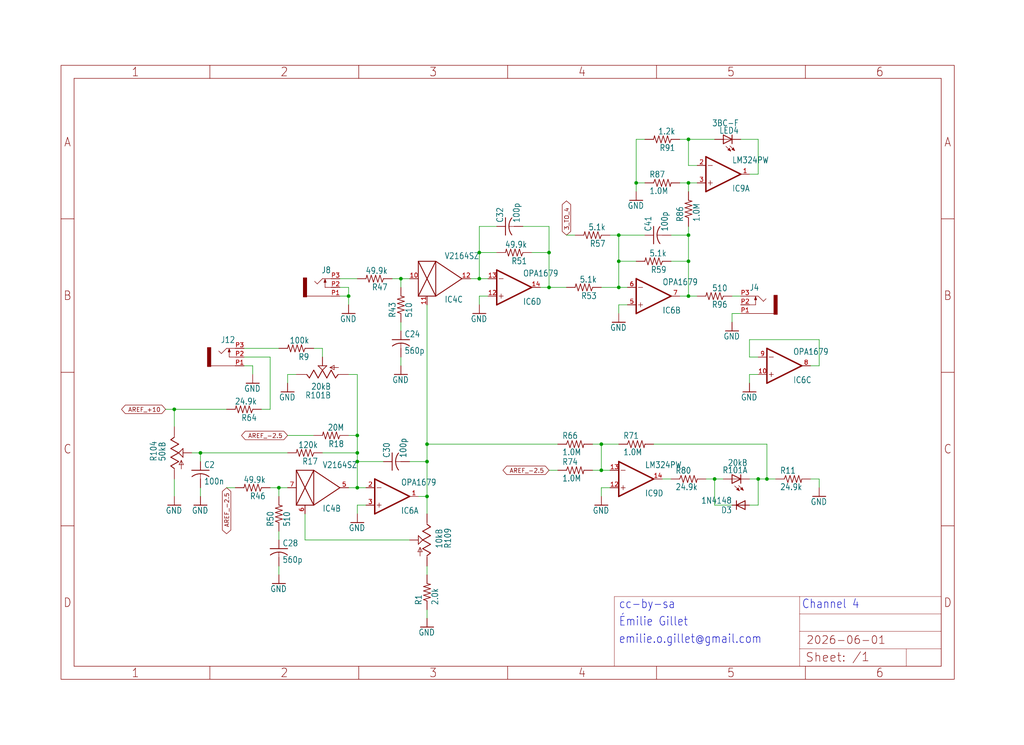
<source format=kicad_sch>
(kicad_sch
	(version 20231120)
	(generator "eeschema")
	(generator_version "8.0")
	(uuid "83ae90df-2352-43b5-b944-ac7d28269d35")
	(paper "User" 298.45 217.322)
	(lib_symbols
		(symbol "veils_v110-eagle-import:A4L-LOC"
			(exclude_from_sim no)
			(in_bom yes)
			(on_board yes)
			(property "Reference" "#FRAME"
				(at 0 0 0)
				(effects
					(font
						(size 1.27 1.27)
					)
					(hide yes)
				)
			)
			(property "Value" ""
				(at 0 0 0)
				(effects
					(font
						(size 1.27 1.27)
					)
					(hide yes)
				)
			)
			(property "Footprint" ""
				(at 0 0 0)
				(effects
					(font
						(size 1.27 1.27)
					)
					(hide yes)
				)
			)
			(property "Datasheet" ""
				(at 0 0 0)
				(effects
					(font
						(size 1.27 1.27)
					)
					(hide yes)
				)
			)
			(property "Description" "FRAME\n\nDIN A4, landscape with location and doc. field"
				(at 0 0 0)
				(effects
					(font
						(size 1.27 1.27)
					)
					(hide yes)
				)
			)
			(property "ki_locked" ""
				(at 0 0 0)
				(effects
					(font
						(size 1.27 1.27)
					)
				)
			)
			(symbol "A4L-LOC_1_0"
				(polyline
					(pts
						(xy 0 44.7675) (xy 3.81 44.7675)
					)
					(stroke
						(width 0)
						(type default)
					)
					(fill
						(type none)
					)
				)
				(polyline
					(pts
						(xy 0 89.535) (xy 3.81 89.535)
					)
					(stroke
						(width 0)
						(type default)
					)
					(fill
						(type none)
					)
				)
				(polyline
					(pts
						(xy 0 134.3025) (xy 3.81 134.3025)
					)
					(stroke
						(width 0)
						(type default)
					)
					(fill
						(type none)
					)
				)
				(polyline
					(pts
						(xy 3.81 3.81) (xy 3.81 175.26)
					)
					(stroke
						(width 0)
						(type default)
					)
					(fill
						(type none)
					)
				)
				(polyline
					(pts
						(xy 43.3917 0) (xy 43.3917 3.81)
					)
					(stroke
						(width 0)
						(type default)
					)
					(fill
						(type none)
					)
				)
				(polyline
					(pts
						(xy 43.3917 175.26) (xy 43.3917 179.07)
					)
					(stroke
						(width 0)
						(type default)
					)
					(fill
						(type none)
					)
				)
				(polyline
					(pts
						(xy 86.7833 0) (xy 86.7833 3.81)
					)
					(stroke
						(width 0)
						(type default)
					)
					(fill
						(type none)
					)
				)
				(polyline
					(pts
						(xy 86.7833 175.26) (xy 86.7833 179.07)
					)
					(stroke
						(width 0)
						(type default)
					)
					(fill
						(type none)
					)
				)
				(polyline
					(pts
						(xy 130.175 0) (xy 130.175 3.81)
					)
					(stroke
						(width 0)
						(type default)
					)
					(fill
						(type none)
					)
				)
				(polyline
					(pts
						(xy 130.175 175.26) (xy 130.175 179.07)
					)
					(stroke
						(width 0)
						(type default)
					)
					(fill
						(type none)
					)
				)
				(polyline
					(pts
						(xy 161.29 3.81) (xy 161.29 24.13)
					)
					(stroke
						(width 0.1016)
						(type solid)
					)
					(fill
						(type none)
					)
				)
				(polyline
					(pts
						(xy 161.29 24.13) (xy 215.265 24.13)
					)
					(stroke
						(width 0.1016)
						(type solid)
					)
					(fill
						(type none)
					)
				)
				(polyline
					(pts
						(xy 173.5667 0) (xy 173.5667 3.81)
					)
					(stroke
						(width 0)
						(type default)
					)
					(fill
						(type none)
					)
				)
				(polyline
					(pts
						(xy 173.5667 175.26) (xy 173.5667 179.07)
					)
					(stroke
						(width 0)
						(type default)
					)
					(fill
						(type none)
					)
				)
				(polyline
					(pts
						(xy 215.265 8.89) (xy 215.265 3.81)
					)
					(stroke
						(width 0.1016)
						(type solid)
					)
					(fill
						(type none)
					)
				)
				(polyline
					(pts
						(xy 215.265 8.89) (xy 215.265 13.97)
					)
					(stroke
						(width 0.1016)
						(type solid)
					)
					(fill
						(type none)
					)
				)
				(polyline
					(pts
						(xy 215.265 13.97) (xy 215.265 19.05)
					)
					(stroke
						(width 0.1016)
						(type solid)
					)
					(fill
						(type none)
					)
				)
				(polyline
					(pts
						(xy 215.265 13.97) (xy 256.54 13.97)
					)
					(stroke
						(width 0.1016)
						(type solid)
					)
					(fill
						(type none)
					)
				)
				(polyline
					(pts
						(xy 215.265 19.05) (xy 215.265 24.13)
					)
					(stroke
						(width 0.1016)
						(type solid)
					)
					(fill
						(type none)
					)
				)
				(polyline
					(pts
						(xy 215.265 19.05) (xy 256.54 19.05)
					)
					(stroke
						(width 0.1016)
						(type solid)
					)
					(fill
						(type none)
					)
				)
				(polyline
					(pts
						(xy 215.265 24.13) (xy 256.54 24.13)
					)
					(stroke
						(width 0.1016)
						(type solid)
					)
					(fill
						(type none)
					)
				)
				(polyline
					(pts
						(xy 216.9583 0) (xy 216.9583 3.81)
					)
					(stroke
						(width 0)
						(type default)
					)
					(fill
						(type none)
					)
				)
				(polyline
					(pts
						(xy 216.9583 175.26) (xy 216.9583 179.07)
					)
					(stroke
						(width 0)
						(type default)
					)
					(fill
						(type none)
					)
				)
				(polyline
					(pts
						(xy 246.38 3.81) (xy 246.38 8.89)
					)
					(stroke
						(width 0.1016)
						(type solid)
					)
					(fill
						(type none)
					)
				)
				(polyline
					(pts
						(xy 246.38 8.89) (xy 215.265 8.89)
					)
					(stroke
						(width 0.1016)
						(type solid)
					)
					(fill
						(type none)
					)
				)
				(polyline
					(pts
						(xy 246.38 8.89) (xy 256.54 8.89)
					)
					(stroke
						(width 0.1016)
						(type solid)
					)
					(fill
						(type none)
					)
				)
				(polyline
					(pts
						(xy 256.54 3.81) (xy 3.81 3.81)
					)
					(stroke
						(width 0)
						(type default)
					)
					(fill
						(type none)
					)
				)
				(polyline
					(pts
						(xy 256.54 3.81) (xy 256.54 8.89)
					)
					(stroke
						(width 0.1016)
						(type solid)
					)
					(fill
						(type none)
					)
				)
				(polyline
					(pts
						(xy 256.54 3.81) (xy 256.54 175.26)
					)
					(stroke
						(width 0)
						(type default)
					)
					(fill
						(type none)
					)
				)
				(polyline
					(pts
						(xy 256.54 8.89) (xy 256.54 13.97)
					)
					(stroke
						(width 0.1016)
						(type solid)
					)
					(fill
						(type none)
					)
				)
				(polyline
					(pts
						(xy 256.54 13.97) (xy 256.54 19.05)
					)
					(stroke
						(width 0.1016)
						(type solid)
					)
					(fill
						(type none)
					)
				)
				(polyline
					(pts
						(xy 256.54 19.05) (xy 256.54 24.13)
					)
					(stroke
						(width 0.1016)
						(type solid)
					)
					(fill
						(type none)
					)
				)
				(polyline
					(pts
						(xy 256.54 44.7675) (xy 260.35 44.7675)
					)
					(stroke
						(width 0)
						(type default)
					)
					(fill
						(type none)
					)
				)
				(polyline
					(pts
						(xy 256.54 89.535) (xy 260.35 89.535)
					)
					(stroke
						(width 0)
						(type default)
					)
					(fill
						(type none)
					)
				)
				(polyline
					(pts
						(xy 256.54 134.3025) (xy 260.35 134.3025)
					)
					(stroke
						(width 0)
						(type default)
					)
					(fill
						(type none)
					)
				)
				(polyline
					(pts
						(xy 256.54 175.26) (xy 3.81 175.26)
					)
					(stroke
						(width 0)
						(type default)
					)
					(fill
						(type none)
					)
				)
				(polyline
					(pts
						(xy 0 0) (xy 260.35 0) (xy 260.35 179.07) (xy 0 179.07) (xy 0 0)
					)
					(stroke
						(width 0)
						(type default)
					)
					(fill
						(type none)
					)
				)
				(text "${#}/${##}"
					(at 230.505 5.08 0)
					(effects
						(font
							(size 2.54 2.54)
						)
						(justify left bottom)
					)
				)
				(text "${CURRENT_DATE}"
					(at 217.17 10.16 0)
					(effects
						(font
							(size 2.286 2.286)
						)
						(justify left bottom)
					)
				)
				(text "${PROJECTNAME}"
					(at 217.17 15.24 0)
					(effects
						(font
							(size 2.54 2.54)
						)
						(justify left bottom)
					)
				)
				(text "1"
					(at 21.6958 1.905 0)
					(effects
						(font
							(size 2.54 2.286)
						)
					)
				)
				(text "1"
					(at 21.6958 177.165 0)
					(effects
						(font
							(size 2.54 2.286)
						)
					)
				)
				(text "2"
					(at 65.0875 1.905 0)
					(effects
						(font
							(size 2.54 2.286)
						)
					)
				)
				(text "2"
					(at 65.0875 177.165 0)
					(effects
						(font
							(size 2.54 2.286)
						)
					)
				)
				(text "3"
					(at 108.4792 1.905 0)
					(effects
						(font
							(size 2.54 2.286)
						)
					)
				)
				(text "3"
					(at 108.4792 177.165 0)
					(effects
						(font
							(size 2.54 2.286)
						)
					)
				)
				(text "4"
					(at 151.8708 1.905 0)
					(effects
						(font
							(size 2.54 2.286)
						)
					)
				)
				(text "4"
					(at 151.8708 177.165 0)
					(effects
						(font
							(size 2.54 2.286)
						)
					)
				)
				(text "5"
					(at 195.2625 1.905 0)
					(effects
						(font
							(size 2.54 2.286)
						)
					)
				)
				(text "5"
					(at 195.2625 177.165 0)
					(effects
						(font
							(size 2.54 2.286)
						)
					)
				)
				(text "6"
					(at 238.6542 1.905 0)
					(effects
						(font
							(size 2.54 2.286)
						)
					)
				)
				(text "6"
					(at 238.6542 177.165 0)
					(effects
						(font
							(size 2.54 2.286)
						)
					)
				)
				(text "A"
					(at 1.905 156.6863 0)
					(effects
						(font
							(size 2.54 2.286)
						)
					)
				)
				(text "A"
					(at 258.445 156.6863 0)
					(effects
						(font
							(size 2.54 2.286)
						)
					)
				)
				(text "B"
					(at 1.905 111.9188 0)
					(effects
						(font
							(size 2.54 2.286)
						)
					)
				)
				(text "B"
					(at 258.445 111.9188 0)
					(effects
						(font
							(size 2.54 2.286)
						)
					)
				)
				(text "C"
					(at 1.905 67.1513 0)
					(effects
						(font
							(size 2.54 2.286)
						)
					)
				)
				(text "C"
					(at 258.445 67.1513 0)
					(effects
						(font
							(size 2.54 2.286)
						)
					)
				)
				(text "D"
					(at 1.905 22.3838 0)
					(effects
						(font
							(size 2.54 2.286)
						)
					)
				)
				(text "D"
					(at 258.445 22.3838 0)
					(effects
						(font
							(size 2.54 2.286)
						)
					)
				)
				(text "Sheet:"
					(at 216.916 4.953 0)
					(effects
						(font
							(size 2.54 2.54)
						)
						(justify left bottom)
					)
				)
			)
		)
		(symbol "veils_v110-eagle-import:BOURNS_SLIDER"
			(exclude_from_sim no)
			(in_bom yes)
			(on_board yes)
			(property "Reference" "R"
				(at -5.08 -2.54 90)
				(effects
					(font
						(size 1.778 1.5113)
					)
					(justify left bottom)
				)
			)
			(property "Value" ""
				(at -2.54 -2.54 90)
				(effects
					(font
						(size 1.778 1.5113)
					)
					(justify left bottom)
				)
			)
			(property "Footprint" "veils_v110:BOURNS_SLIDER"
				(at 0 0 0)
				(effects
					(font
						(size 1.27 1.27)
					)
					(hide yes)
				)
			)
			(property "Datasheet" ""
				(at 0 0 0)
				(effects
					(font
						(size 1.27 1.27)
					)
					(hide yes)
				)
			)
			(property "Description" ""
				(at 0 0 0)
				(effects
					(font
						(size 1.27 1.27)
					)
					(hide yes)
				)
			)
			(property "ki_locked" ""
				(at 0 0 0)
				(effects
					(font
						(size 1.27 1.27)
					)
				)
			)
			(symbol "BOURNS_SLIDER_1_0"
				(polyline
					(pts
						(xy -2.032 1.778) (xy -3.429 0.381)
					)
					(stroke
						(width 0.1524)
						(type solid)
					)
					(fill
						(type none)
					)
				)
				(polyline
					(pts
						(xy -1.905 0.635) (xy -3.302 -0.762)
					)
					(stroke
						(width 0.1524)
						(type solid)
					)
					(fill
						(type none)
					)
				)
				(polyline
					(pts
						(xy 0 0) (xy -1.27 0)
					)
					(stroke
						(width 0.254)
						(type solid)
					)
					(fill
						(type none)
					)
				)
				(polyline
					(pts
						(xy 0 0) (xy -1.27 2.54)
					)
					(stroke
						(width 0.254)
						(type solid)
					)
					(fill
						(type none)
					)
				)
				(polyline
					(pts
						(xy 0 2.54) (xy -1.27 2.54)
					)
					(stroke
						(width 0.254)
						(type solid)
					)
					(fill
						(type none)
					)
				)
				(polyline
					(pts
						(xy 0 2.54) (xy 0 0)
					)
					(stroke
						(width 0.1524)
						(type solid)
					)
					(fill
						(type none)
					)
				)
				(polyline
					(pts
						(xy 1.27 0) (xy 0 0)
					)
					(stroke
						(width 0.254)
						(type solid)
					)
					(fill
						(type none)
					)
				)
				(polyline
					(pts
						(xy 1.27 2.54) (xy 0 0)
					)
					(stroke
						(width 0.254)
						(type solid)
					)
					(fill
						(type none)
					)
				)
				(polyline
					(pts
						(xy 1.27 2.54) (xy 0 2.54)
					)
					(stroke
						(width 0.254)
						(type solid)
					)
					(fill
						(type none)
					)
				)
				(polyline
					(pts
						(xy -3.048 1.27) (xy -3.429 0.381) (xy -2.54 0.762)
					)
					(stroke
						(width 0.1524)
						(type solid)
					)
					(fill
						(type outline)
					)
				)
				(polyline
					(pts
						(xy -2.921 0.127) (xy -3.302 -0.762) (xy -2.413 -0.381)
					)
					(stroke
						(width 0.1524)
						(type solid)
					)
					(fill
						(type outline)
					)
				)
				(pin passive line
					(at 0 5.08 270)
					(length 2.54)
					(name "A"
						(effects
							(font
								(size 0 0)
							)
						)
					)
					(number "B"
						(effects
							(font
								(size 0 0)
							)
						)
					)
				)
				(pin passive line
					(at 0 -2.54 90)
					(length 2.54)
					(name "C"
						(effects
							(font
								(size 0 0)
							)
						)
					)
					(number "E"
						(effects
							(font
								(size 0 0)
							)
						)
					)
				)
			)
			(symbol "BOURNS_SLIDER_2_0"
				(polyline
					(pts
						(xy -1.016 -3.81) (xy 1.27 -2.54)
					)
					(stroke
						(width 0.254)
						(type solid)
					)
					(fill
						(type none)
					)
				)
				(polyline
					(pts
						(xy -1.016 -1.27) (xy 1.27 0)
					)
					(stroke
						(width 0.254)
						(type solid)
					)
					(fill
						(type none)
					)
				)
				(polyline
					(pts
						(xy -1.016 1.27) (xy 1.27 2.54)
					)
					(stroke
						(width 0.254)
						(type solid)
					)
					(fill
						(type none)
					)
				)
				(polyline
					(pts
						(xy -1.016 3.81) (xy 0 4.572)
					)
					(stroke
						(width 0.254)
						(type solid)
					)
					(fill
						(type none)
					)
				)
				(polyline
					(pts
						(xy 0 -5.08) (xy 0 -4.572)
					)
					(stroke
						(width 0.1524)
						(type solid)
					)
					(fill
						(type none)
					)
				)
				(polyline
					(pts
						(xy 0 -4.572) (xy -1.016 -3.81)
					)
					(stroke
						(width 0.254)
						(type solid)
					)
					(fill
						(type none)
					)
				)
				(polyline
					(pts
						(xy 0 4.572) (xy 0 5.08)
					)
					(stroke
						(width 0.1524)
						(type solid)
					)
					(fill
						(type none)
					)
				)
				(polyline
					(pts
						(xy 1.27 -2.54) (xy -1.016 -1.27)
					)
					(stroke
						(width 0.254)
						(type solid)
					)
					(fill
						(type none)
					)
				)
				(polyline
					(pts
						(xy 1.27 0) (xy -1.016 1.27)
					)
					(stroke
						(width 0.254)
						(type solid)
					)
					(fill
						(type none)
					)
				)
				(polyline
					(pts
						(xy 1.27 0) (xy 2.54 1.27)
					)
					(stroke
						(width 0.2032)
						(type solid)
					)
					(fill
						(type none)
					)
				)
				(polyline
					(pts
						(xy 1.27 2.54) (xy -1.016 3.81)
					)
					(stroke
						(width 0.254)
						(type solid)
					)
					(fill
						(type none)
					)
				)
				(polyline
					(pts
						(xy 1.397 -3.429) (xy 2.032 -2.159)
					)
					(stroke
						(width 0.1524)
						(type solid)
					)
					(fill
						(type none)
					)
				)
				(polyline
					(pts
						(xy 2.032 -4.699) (xy 2.032 -2.159)
					)
					(stroke
						(width 0.1524)
						(type solid)
					)
					(fill
						(type none)
					)
				)
				(polyline
					(pts
						(xy 2.032 -2.159) (xy 2.667 -3.429)
					)
					(stroke
						(width 0.1524)
						(type solid)
					)
					(fill
						(type none)
					)
				)
				(polyline
					(pts
						(xy 2.54 -1.27) (xy 1.27 0)
					)
					(stroke
						(width 0.2032)
						(type solid)
					)
					(fill
						(type none)
					)
				)
				(polyline
					(pts
						(xy 2.54 1.27) (xy 2.54 -1.27)
					)
					(stroke
						(width 0.2032)
						(type solid)
					)
					(fill
						(type none)
					)
				)
				(polyline
					(pts
						(xy 2.667 -3.429) (xy 1.397 -3.429)
					)
					(stroke
						(width 0.1524)
						(type solid)
					)
					(fill
						(type none)
					)
				)
				(pin passive line
					(at 0 -7.62 90)
					(length 2.54)
					(name "A"
						(effects
							(font
								(size 0 0)
							)
						)
					)
					(number "1"
						(effects
							(font
								(size 0 0)
							)
						)
					)
				)
				(pin passive line
					(at 5.08 0 180)
					(length 2.54)
					(name "S"
						(effects
							(font
								(size 0 0)
							)
						)
					)
					(number "2"
						(effects
							(font
								(size 0 0)
							)
						)
					)
				)
				(pin passive line
					(at 0 7.62 270)
					(length 2.54)
					(name "E"
						(effects
							(font
								(size 0 0)
							)
						)
					)
					(number "3"
						(effects
							(font
								(size 0 0)
							)
						)
					)
				)
			)
		)
		(symbol "veils_v110-eagle-import:C-USC0402"
			(exclude_from_sim no)
			(in_bom yes)
			(on_board yes)
			(property "Reference" "C"
				(at 1.016 0.635 0)
				(effects
					(font
						(size 1.778 1.5113)
					)
					(justify left bottom)
				)
			)
			(property "Value" ""
				(at 1.016 -4.191 0)
				(effects
					(font
						(size 1.778 1.5113)
					)
					(justify left bottom)
				)
			)
			(property "Footprint" "veils_v110:C0402"
				(at 0 0 0)
				(effects
					(font
						(size 1.27 1.27)
					)
					(hide yes)
				)
			)
			(property "Datasheet" ""
				(at 0 0 0)
				(effects
					(font
						(size 1.27 1.27)
					)
					(hide yes)
				)
			)
			(property "Description" "CAPACITOR, American symbol"
				(at 0 0 0)
				(effects
					(font
						(size 1.27 1.27)
					)
					(hide yes)
				)
			)
			(property "ki_locked" ""
				(at 0 0 0)
				(effects
					(font
						(size 1.27 1.27)
					)
				)
			)
			(symbol "C-USC0402_1_0"
				(arc
					(start 0 -1.0161)
					(mid -1.302 -1.2303)
					(end -2.4668 -1.8504)
					(stroke
						(width 0.254)
						(type solid)
					)
					(fill
						(type none)
					)
				)
				(polyline
					(pts
						(xy -2.54 0) (xy 2.54 0)
					)
					(stroke
						(width 0.254)
						(type solid)
					)
					(fill
						(type none)
					)
				)
				(polyline
					(pts
						(xy 0 -1.016) (xy 0 -2.54)
					)
					(stroke
						(width 0.1524)
						(type solid)
					)
					(fill
						(type none)
					)
				)
				(arc
					(start 2.4892 -1.8541)
					(mid 1.3158 -1.2194)
					(end 0 -1)
					(stroke
						(width 0.254)
						(type solid)
					)
					(fill
						(type none)
					)
				)
				(pin passive line
					(at 0 2.54 270)
					(length 2.54)
					(name "1"
						(effects
							(font
								(size 0 0)
							)
						)
					)
					(number "1"
						(effects
							(font
								(size 0 0)
							)
						)
					)
				)
				(pin passive line
					(at 0 -5.08 90)
					(length 2.54)
					(name "2"
						(effects
							(font
								(size 0 0)
							)
						)
					)
					(number "2"
						(effects
							(font
								(size 0 0)
							)
						)
					)
				)
			)
		)
		(symbol "veils_v110-eagle-import:DIODE-SOD523"
			(exclude_from_sim no)
			(in_bom yes)
			(on_board yes)
			(property "Reference" "D"
				(at 2.54 0.4826 0)
				(effects
					(font
						(size 1.778 1.5113)
					)
					(justify left bottom)
				)
			)
			(property "Value" ""
				(at 2.54 -2.3114 0)
				(effects
					(font
						(size 1.778 1.5113)
					)
					(justify left bottom)
				)
			)
			(property "Footprint" "veils_v110:SOD523"
				(at 0 0 0)
				(effects
					(font
						(size 1.27 1.27)
					)
					(hide yes)
				)
			)
			(property "Datasheet" ""
				(at 0 0 0)
				(effects
					(font
						(size 1.27 1.27)
					)
					(hide yes)
				)
			)
			(property "Description" "DIODE"
				(at 0 0 0)
				(effects
					(font
						(size 1.27 1.27)
					)
					(hide yes)
				)
			)
			(property "ki_locked" ""
				(at 0 0 0)
				(effects
					(font
						(size 1.27 1.27)
					)
				)
			)
			(symbol "DIODE-SOD523_1_0"
				(polyline
					(pts
						(xy -1.27 -1.27) (xy 1.27 0)
					)
					(stroke
						(width 0.254)
						(type solid)
					)
					(fill
						(type none)
					)
				)
				(polyline
					(pts
						(xy -1.27 1.27) (xy -1.27 -1.27)
					)
					(stroke
						(width 0.254)
						(type solid)
					)
					(fill
						(type none)
					)
				)
				(polyline
					(pts
						(xy 1.27 0) (xy -1.27 1.27)
					)
					(stroke
						(width 0.254)
						(type solid)
					)
					(fill
						(type none)
					)
				)
				(polyline
					(pts
						(xy 1.27 0) (xy 1.27 -1.27)
					)
					(stroke
						(width 0.254)
						(type solid)
					)
					(fill
						(type none)
					)
				)
				(polyline
					(pts
						(xy 1.27 1.27) (xy 1.27 0)
					)
					(stroke
						(width 0.254)
						(type solid)
					)
					(fill
						(type none)
					)
				)
				(pin passive line
					(at -2.54 0 0)
					(length 2.54)
					(name "A"
						(effects
							(font
								(size 0 0)
							)
						)
					)
					(number "A"
						(effects
							(font
								(size 0 0)
							)
						)
					)
				)
				(pin passive line
					(at 2.54 0 180)
					(length 2.54)
					(name "C"
						(effects
							(font
								(size 0 0)
							)
						)
					)
					(number "C"
						(effects
							(font
								(size 0 0)
							)
						)
					)
				)
			)
		)
		(symbol "veils_v110-eagle-import:GND"
			(power)
			(exclude_from_sim no)
			(in_bom yes)
			(on_board yes)
			(property "Reference" "#GND"
				(at 0 0 0)
				(effects
					(font
						(size 1.27 1.27)
					)
					(hide yes)
				)
			)
			(property "Value" ""
				(at -2.54 -2.54 0)
				(effects
					(font
						(size 1.778 1.5113)
					)
					(justify left bottom)
				)
			)
			(property "Footprint" ""
				(at 0 0 0)
				(effects
					(font
						(size 1.27 1.27)
					)
					(hide yes)
				)
			)
			(property "Datasheet" ""
				(at 0 0 0)
				(effects
					(font
						(size 1.27 1.27)
					)
					(hide yes)
				)
			)
			(property "Description" "SUPPLY SYMBOL"
				(at 0 0 0)
				(effects
					(font
						(size 1.27 1.27)
					)
					(hide yes)
				)
			)
			(property "ki_locked" ""
				(at 0 0 0)
				(effects
					(font
						(size 1.27 1.27)
					)
				)
			)
			(symbol "GND_1_0"
				(polyline
					(pts
						(xy -1.905 0) (xy 1.905 0)
					)
					(stroke
						(width 0.254)
						(type solid)
					)
					(fill
						(type none)
					)
				)
				(pin power_in line
					(at 0 2.54 270)
					(length 2.54)
					(name "GND"
						(effects
							(font
								(size 0 0)
							)
						)
					)
					(number "1"
						(effects
							(font
								(size 0 0)
							)
						)
					)
				)
			)
		)
		(symbol "veils_v110-eagle-import:LED3MM"
			(exclude_from_sim no)
			(in_bom yes)
			(on_board yes)
			(property "Reference" "LED"
				(at 3.556 -4.572 90)
				(effects
					(font
						(size 1.778 1.5113)
					)
					(justify left bottom)
				)
			)
			(property "Value" ""
				(at 5.715 -4.572 90)
				(effects
					(font
						(size 1.778 1.5113)
					)
					(justify left bottom)
				)
			)
			(property "Footprint" "veils_v110:LED3MM"
				(at 0 0 0)
				(effects
					(font
						(size 1.27 1.27)
					)
					(hide yes)
				)
			)
			(property "Datasheet" ""
				(at 0 0 0)
				(effects
					(font
						(size 1.27 1.27)
					)
					(hide yes)
				)
			)
			(property "Description" "LED\n\nOSRAM:\n- CHIPLED\nLG R971, LG N971, LY N971, LG Q971, LY Q971, LO R971, LY R971 LH N974, LH R974\nLS Q976, LO Q976, LY Q976\nLO Q996\n- Hyper CHIPLED\nLW Q18S\nLB Q993, LB Q99A, LB R99A\n- SideLED\nLS A670, LO A670, LY A670, LG A670, LP A670\nLB A673, LV A673, LT A673, LW A673\nLH A674\nLY A675\nLS A676, LA A676, LO A676, LY A676, LW A676\nLS A679, LY A679, LG A679\n-  Hyper Micro SIDELED®\nLS Y876, LA Y876, LO Y876, LY Y876\nLT Y87S\n- SmartLED\nLW L88C, LW L88S\nLB L89C, LB L89S, LG L890\nLS L89K, LO L89K, LY L89K\nLS L896, LA L896, LO L896, LY L896\n- TOPLED\nLS T670, LO T670, LY T670, LG T670, LP T670\nLSG T670, LSP T670, LSY T670, LOP T670, LYG T670\nLG T671, LOG T671, LSG T671\nLB T673, LV T673, LT T673, LW T673\nLH T674\nLS T676, LA T676, LO T676, LY T676, LB T676, LH T676, LSB T676, LW T676\nLB T67C, LV T67C, LT T67C, LS T67K, LO T67K, LY T67K, LW E67C\nLS E67B, LA E67B, LO E67B, LY E67B, LB E67C, LV E67C, LT E67C\nLW T67C\nLS T679, LY T679, LG T679\nLS T770, LO T770, LY T770, LG T770, LP T770\nLB T773, LV T773, LT T773, LW T773\nLH T774\nLS E675, LA E675, LY E675, LS T675\nLS T776, LA T776, LO T776, LY T776, LB T776\nLHGB T686\nLT T68C, LB T68C\n- Hyper Mini TOPLED®\nLB M676\n- Mini TOPLED Santana®\nLG M470\nLS M47K, LO M47K, LY M47K\n\nSource: http://www.osram.convergy.de\n\nLUXEON:\n- LUMILED®\nLXK2-PW12-R00, LXK2-PW12-S00, LXK2-PW14-U00, LXK2-PW14-V00\nLXK2-PM12-R00, LXK2-PM12-S00, LXK2-PM14-U00\nLXK2-PE12-Q00, LXK2-PE12-R00, LXK2-PE12-S00, LXK2-PE14-T00, LXK2-PE14-U00\nLXK2-PB12-K00, LXK2-PB12-L00, LXK2-PB12-M00, LXK2-PB14-N00, LXK2-PB14-P00, LXK2-PB14-Q00\nLXK2-PR12-L00, LXK2-PR12-M00, LXK2-PR14-Q00, LXK2-PR14-R00\nLXK2-PD12-Q00, LXK2-PD12-R00, LXK2-PD12-S00\nLXK2-PH12-R00, LXK2-PH12-S00\nLXK2-PL12-P00, LXK2-PL12-Q00, LXK2-PL12-R00\n\nSource: www.luxeon.com\n\nKINGBRIGHT:\n\nKA-3528ASYC\nSource: www.kingbright.com"
				(at 0 0 0)
				(effects
					(font
						(size 1.27 1.27)
					)
					(hide yes)
				)
			)
			(property "ki_locked" ""
				(at 0 0 0)
				(effects
					(font
						(size 1.27 1.27)
					)
				)
			)
			(symbol "LED3MM_1_0"
				(polyline
					(pts
						(xy -2.032 -0.762) (xy -3.429 -2.159)
					)
					(stroke
						(width 0.1524)
						(type solid)
					)
					(fill
						(type none)
					)
				)
				(polyline
					(pts
						(xy -1.905 -1.905) (xy -3.302 -3.302)
					)
					(stroke
						(width 0.1524)
						(type solid)
					)
					(fill
						(type none)
					)
				)
				(polyline
					(pts
						(xy 0 -2.54) (xy -1.27 -2.54)
					)
					(stroke
						(width 0.254)
						(type solid)
					)
					(fill
						(type none)
					)
				)
				(polyline
					(pts
						(xy 0 -2.54) (xy -1.27 0)
					)
					(stroke
						(width 0.254)
						(type solid)
					)
					(fill
						(type none)
					)
				)
				(polyline
					(pts
						(xy 0 0) (xy -1.27 0)
					)
					(stroke
						(width 0.254)
						(type solid)
					)
					(fill
						(type none)
					)
				)
				(polyline
					(pts
						(xy 0 0) (xy 0 -2.54)
					)
					(stroke
						(width 0.1524)
						(type solid)
					)
					(fill
						(type none)
					)
				)
				(polyline
					(pts
						(xy 1.27 -2.54) (xy 0 -2.54)
					)
					(stroke
						(width 0.254)
						(type solid)
					)
					(fill
						(type none)
					)
				)
				(polyline
					(pts
						(xy 1.27 0) (xy 0 -2.54)
					)
					(stroke
						(width 0.254)
						(type solid)
					)
					(fill
						(type none)
					)
				)
				(polyline
					(pts
						(xy 1.27 0) (xy 0 0)
					)
					(stroke
						(width 0.254)
						(type solid)
					)
					(fill
						(type none)
					)
				)
				(polyline
					(pts
						(xy -3.048 -1.27) (xy -3.429 -2.159) (xy -2.54 -1.778)
					)
					(stroke
						(width 0.1524)
						(type solid)
					)
					(fill
						(type outline)
					)
				)
				(polyline
					(pts
						(xy -2.921 -2.413) (xy -3.302 -3.302) (xy -2.413 -2.921)
					)
					(stroke
						(width 0.1524)
						(type solid)
					)
					(fill
						(type outline)
					)
				)
				(pin passive line
					(at 0 2.54 270)
					(length 2.54)
					(name "A"
						(effects
							(font
								(size 0 0)
							)
						)
					)
					(number "A"
						(effects
							(font
								(size 0 0)
							)
						)
					)
				)
				(pin passive line
					(at 0 -5.08 90)
					(length 2.54)
					(name "C"
						(effects
							(font
								(size 0 0)
							)
						)
					)
					(number "K"
						(effects
							(font
								(size 0 0)
							)
						)
					)
				)
			)
		)
		(symbol "veils_v110-eagle-import:OPA1679PW"
			(exclude_from_sim no)
			(in_bom yes)
			(on_board yes)
			(property "Reference" "IC"
				(at 2.54 3.175 0)
				(effects
					(font
						(size 1.778 1.5113)
					)
					(justify left bottom)
					(hide yes)
				)
			)
			(property "Value" ""
				(at 2.54 -5.08 0)
				(effects
					(font
						(size 1.778 1.5113)
					)
					(justify left bottom)
					(hide yes)
				)
			)
			(property "Footprint" "veils_v110:TSSOP14_065"
				(at 0 0 0)
				(effects
					(font
						(size 1.27 1.27)
					)
					(hide yes)
				)
			)
			(property "Datasheet" ""
				(at 0 0 0)
				(effects
					(font
						(size 1.27 1.27)
					)
					(hide yes)
				)
			)
			(property "Description" ""
				(at 0 0 0)
				(effects
					(font
						(size 1.27 1.27)
					)
					(hide yes)
				)
			)
			(property "ki_locked" ""
				(at 0 0 0)
				(effects
					(font
						(size 1.27 1.27)
					)
				)
			)
			(symbol "OPA1679PW_1_0"
				(polyline
					(pts
						(xy -5.08 -5.08) (xy 5.08 0)
					)
					(stroke
						(width 0.4064)
						(type solid)
					)
					(fill
						(type none)
					)
				)
				(polyline
					(pts
						(xy -5.08 5.08) (xy -5.08 -5.08)
					)
					(stroke
						(width 0.4064)
						(type solid)
					)
					(fill
						(type none)
					)
				)
				(polyline
					(pts
						(xy -4.445 -2.54) (xy -3.175 -2.54)
					)
					(stroke
						(width 0.1524)
						(type solid)
					)
					(fill
						(type none)
					)
				)
				(polyline
					(pts
						(xy -4.445 2.54) (xy -3.175 2.54)
					)
					(stroke
						(width 0.1524)
						(type solid)
					)
					(fill
						(type none)
					)
				)
				(polyline
					(pts
						(xy -3.81 3.175) (xy -3.81 1.905)
					)
					(stroke
						(width 0.1524)
						(type solid)
					)
					(fill
						(type none)
					)
				)
				(polyline
					(pts
						(xy 5.08 0) (xy -5.08 5.08)
					)
					(stroke
						(width 0.4064)
						(type solid)
					)
					(fill
						(type none)
					)
				)
				(pin output line
					(at 7.62 0 180)
					(length 2.54)
					(name "OUT"
						(effects
							(font
								(size 0 0)
							)
						)
					)
					(number "1"
						(effects
							(font
								(size 1.27 1.27)
							)
						)
					)
				)
				(pin input line
					(at -7.62 -2.54 0)
					(length 2.54)
					(name "-IN"
						(effects
							(font
								(size 0 0)
							)
						)
					)
					(number "2"
						(effects
							(font
								(size 1.27 1.27)
							)
						)
					)
				)
				(pin input line
					(at -7.62 2.54 0)
					(length 2.54)
					(name "+IN"
						(effects
							(font
								(size 0 0)
							)
						)
					)
					(number "3"
						(effects
							(font
								(size 1.27 1.27)
							)
						)
					)
				)
			)
			(symbol "OPA1679PW_2_0"
				(polyline
					(pts
						(xy -5.08 -5.08) (xy 5.08 0)
					)
					(stroke
						(width 0.4064)
						(type solid)
					)
					(fill
						(type none)
					)
				)
				(polyline
					(pts
						(xy -5.08 5.08) (xy -5.08 -5.08)
					)
					(stroke
						(width 0.4064)
						(type solid)
					)
					(fill
						(type none)
					)
				)
				(polyline
					(pts
						(xy -4.445 -2.54) (xy -3.175 -2.54)
					)
					(stroke
						(width 0.1524)
						(type solid)
					)
					(fill
						(type none)
					)
				)
				(polyline
					(pts
						(xy -4.445 2.54) (xy -3.175 2.54)
					)
					(stroke
						(width 0.1524)
						(type solid)
					)
					(fill
						(type none)
					)
				)
				(polyline
					(pts
						(xy -3.81 3.175) (xy -3.81 1.905)
					)
					(stroke
						(width 0.1524)
						(type solid)
					)
					(fill
						(type none)
					)
				)
				(polyline
					(pts
						(xy 5.08 0) (xy -5.08 5.08)
					)
					(stroke
						(width 0.4064)
						(type solid)
					)
					(fill
						(type none)
					)
				)
				(pin input line
					(at -7.62 2.54 0)
					(length 2.54)
					(name "+IN"
						(effects
							(font
								(size 0 0)
							)
						)
					)
					(number "5"
						(effects
							(font
								(size 1.27 1.27)
							)
						)
					)
				)
				(pin input line
					(at -7.62 -2.54 0)
					(length 2.54)
					(name "-IN"
						(effects
							(font
								(size 0 0)
							)
						)
					)
					(number "6"
						(effects
							(font
								(size 1.27 1.27)
							)
						)
					)
				)
				(pin output line
					(at 7.62 0 180)
					(length 2.54)
					(name "OUT"
						(effects
							(font
								(size 0 0)
							)
						)
					)
					(number "7"
						(effects
							(font
								(size 1.27 1.27)
							)
						)
					)
				)
			)
			(symbol "OPA1679PW_3_0"
				(polyline
					(pts
						(xy -5.08 -5.08) (xy 5.08 0)
					)
					(stroke
						(width 0.4064)
						(type solid)
					)
					(fill
						(type none)
					)
				)
				(polyline
					(pts
						(xy -5.08 5.08) (xy -5.08 -5.08)
					)
					(stroke
						(width 0.4064)
						(type solid)
					)
					(fill
						(type none)
					)
				)
				(polyline
					(pts
						(xy -4.445 -2.54) (xy -3.175 -2.54)
					)
					(stroke
						(width 0.1524)
						(type solid)
					)
					(fill
						(type none)
					)
				)
				(polyline
					(pts
						(xy -4.445 2.54) (xy -3.175 2.54)
					)
					(stroke
						(width 0.1524)
						(type solid)
					)
					(fill
						(type none)
					)
				)
				(polyline
					(pts
						(xy -3.81 3.175) (xy -3.81 1.905)
					)
					(stroke
						(width 0.1524)
						(type solid)
					)
					(fill
						(type none)
					)
				)
				(polyline
					(pts
						(xy 5.08 0) (xy -5.08 5.08)
					)
					(stroke
						(width 0.4064)
						(type solid)
					)
					(fill
						(type none)
					)
				)
				(pin input line
					(at -7.62 2.54 0)
					(length 2.54)
					(name "+IN"
						(effects
							(font
								(size 0 0)
							)
						)
					)
					(number "10"
						(effects
							(font
								(size 1.27 1.27)
							)
						)
					)
				)
				(pin output line
					(at 7.62 0 180)
					(length 2.54)
					(name "OUT"
						(effects
							(font
								(size 0 0)
							)
						)
					)
					(number "8"
						(effects
							(font
								(size 1.27 1.27)
							)
						)
					)
				)
				(pin input line
					(at -7.62 -2.54 0)
					(length 2.54)
					(name "-IN"
						(effects
							(font
								(size 0 0)
							)
						)
					)
					(number "9"
						(effects
							(font
								(size 1.27 1.27)
							)
						)
					)
				)
			)
			(symbol "OPA1679PW_4_0"
				(polyline
					(pts
						(xy -5.08 -5.08) (xy 5.08 0)
					)
					(stroke
						(width 0.4064)
						(type solid)
					)
					(fill
						(type none)
					)
				)
				(polyline
					(pts
						(xy -5.08 5.08) (xy -5.08 -5.08)
					)
					(stroke
						(width 0.4064)
						(type solid)
					)
					(fill
						(type none)
					)
				)
				(polyline
					(pts
						(xy -4.445 -2.54) (xy -3.175 -2.54)
					)
					(stroke
						(width 0.1524)
						(type solid)
					)
					(fill
						(type none)
					)
				)
				(polyline
					(pts
						(xy -4.445 2.54) (xy -3.175 2.54)
					)
					(stroke
						(width 0.1524)
						(type solid)
					)
					(fill
						(type none)
					)
				)
				(polyline
					(pts
						(xy -3.81 3.175) (xy -3.81 1.905)
					)
					(stroke
						(width 0.1524)
						(type solid)
					)
					(fill
						(type none)
					)
				)
				(polyline
					(pts
						(xy 5.08 0) (xy -5.08 5.08)
					)
					(stroke
						(width 0.4064)
						(type solid)
					)
					(fill
						(type none)
					)
				)
				(pin input line
					(at -7.62 2.54 0)
					(length 2.54)
					(name "+IN"
						(effects
							(font
								(size 0 0)
							)
						)
					)
					(number "12"
						(effects
							(font
								(size 1.27 1.27)
							)
						)
					)
				)
				(pin input line
					(at -7.62 -2.54 0)
					(length 2.54)
					(name "-IN"
						(effects
							(font
								(size 0 0)
							)
						)
					)
					(number "13"
						(effects
							(font
								(size 1.27 1.27)
							)
						)
					)
				)
				(pin output line
					(at 7.62 0 180)
					(length 2.54)
					(name "OUT"
						(effects
							(font
								(size 0 0)
							)
						)
					)
					(number "14"
						(effects
							(font
								(size 1.27 1.27)
							)
						)
					)
				)
			)
			(symbol "OPA1679PW_5_0"
				(text "V+"
					(at 1.27 3.175 900)
					(effects
						(font
							(size 0.8128 0.6908)
						)
						(justify left bottom)
					)
				)
				(text "V-"
					(at 1.27 -4.445 900)
					(effects
						(font
							(size 0.8128 0.6908)
						)
						(justify left bottom)
					)
				)
				(pin power_in line
					(at 0 -7.62 90)
					(length 5.08)
					(name "V-"
						(effects
							(font
								(size 0 0)
							)
						)
					)
					(number "11"
						(effects
							(font
								(size 1.27 1.27)
							)
						)
					)
				)
				(pin power_in line
					(at 0 7.62 270)
					(length 5.08)
					(name "V+"
						(effects
							(font
								(size 0 0)
							)
						)
					)
					(number "4"
						(effects
							(font
								(size 1.27 1.27)
							)
						)
					)
				)
			)
		)
		(symbol "veils_v110-eagle-import:PJ301_THONKICONNTME"
			(exclude_from_sim no)
			(in_bom yes)
			(on_board yes)
			(property "Reference" "J"
				(at -2.54 4.064 0)
				(effects
					(font
						(size 1.778 1.5113)
					)
					(justify left bottom)
				)
			)
			(property "Value" ""
				(at 0 0 0)
				(effects
					(font
						(size 1.27 1.27)
					)
					(hide yes)
				)
			)
			(property "Footprint" "veils_v110:WQP_PJ_301M_TME"
				(at 0 0 0)
				(effects
					(font
						(size 1.27 1.27)
					)
					(hide yes)
				)
			)
			(property "Datasheet" ""
				(at 0 0 0)
				(effects
					(font
						(size 1.27 1.27)
					)
					(hide yes)
				)
			)
			(property "Description" ""
				(at 0 0 0)
				(effects
					(font
						(size 1.27 1.27)
					)
					(hide yes)
				)
			)
			(property "ki_locked" ""
				(at 0 0 0)
				(effects
					(font
						(size 1.27 1.27)
					)
				)
			)
			(symbol "PJ301_THONKICONNTME_1_0"
				(polyline
					(pts
						(xy -2.54 -2.54) (xy 4.572 -2.54)
					)
					(stroke
						(width 0.1524)
						(type solid)
					)
					(fill
						(type none)
					)
				)
				(polyline
					(pts
						(xy -2.54 0) (xy -0.762 0)
					)
					(stroke
						(width 0.1524)
						(type solid)
					)
					(fill
						(type none)
					)
				)
				(polyline
					(pts
						(xy -2.54 2.54) (xy 0 2.54)
					)
					(stroke
						(width 0.1524)
						(type solid)
					)
					(fill
						(type none)
					)
				)
				(polyline
					(pts
						(xy -1.016 1.524) (xy -0.508 1.524)
					)
					(stroke
						(width 0.254)
						(type solid)
					)
					(fill
						(type none)
					)
				)
				(polyline
					(pts
						(xy -0.762 0) (xy -0.762 2.286)
					)
					(stroke
						(width 0.1524)
						(type solid)
					)
					(fill
						(type none)
					)
				)
				(polyline
					(pts
						(xy -0.762 2.286) (xy -1.016 1.524)
					)
					(stroke
						(width 0.254)
						(type solid)
					)
					(fill
						(type none)
					)
				)
				(polyline
					(pts
						(xy -0.508 1.524) (xy -0.762 2.286)
					)
					(stroke
						(width 0.254)
						(type solid)
					)
					(fill
						(type none)
					)
				)
				(polyline
					(pts
						(xy 0 2.54) (xy 1.524 1.016)
					)
					(stroke
						(width 0.1524)
						(type solid)
					)
					(fill
						(type none)
					)
				)
				(polyline
					(pts
						(xy 1.524 1.016) (xy 2.286 1.778)
					)
					(stroke
						(width 0.1524)
						(type solid)
					)
					(fill
						(type none)
					)
				)
				(rectangle
					(start 4.572 2.794)
					(end 5.588 -2.794)
					(stroke
						(width 0)
						(type default)
					)
					(fill
						(type outline)
					)
				)
				(pin passive line
					(at -5.08 -2.54 0)
					(length 2.54)
					(name "1"
						(effects
							(font
								(size 0 0)
							)
						)
					)
					(number "P1"
						(effects
							(font
								(size 1.27 1.27)
							)
						)
					)
				)
				(pin passive line
					(at -5.08 0 0)
					(length 2.54)
					(name "2"
						(effects
							(font
								(size 0 0)
							)
						)
					)
					(number "P2"
						(effects
							(font
								(size 1.27 1.27)
							)
						)
					)
				)
				(pin passive line
					(at -5.08 2.54 0)
					(length 2.54)
					(name "3"
						(effects
							(font
								(size 0 0)
							)
						)
					)
					(number "P3"
						(effects
							(font
								(size 1.27 1.27)
							)
						)
					)
				)
			)
		)
		(symbol "veils_v110-eagle-import:POT_USVERTICAL_NARROW"
			(exclude_from_sim no)
			(in_bom yes)
			(on_board yes)
			(property "Reference" "R"
				(at -5.08 -2.54 90)
				(effects
					(font
						(size 1.778 1.5113)
					)
					(justify left bottom)
				)
			)
			(property "Value" ""
				(at -2.54 -2.54 90)
				(effects
					(font
						(size 1.778 1.5113)
					)
					(justify left bottom)
				)
			)
			(property "Footprint" "veils_v110:ALPS_POT_NARROW"
				(at 0 0 0)
				(effects
					(font
						(size 1.27 1.27)
					)
					(hide yes)
				)
			)
			(property "Datasheet" ""
				(at 0 0 0)
				(effects
					(font
						(size 1.27 1.27)
					)
					(hide yes)
				)
			)
			(property "Description" ""
				(at 0 0 0)
				(effects
					(font
						(size 1.27 1.27)
					)
					(hide yes)
				)
			)
			(property "ki_locked" ""
				(at 0 0 0)
				(effects
					(font
						(size 1.27 1.27)
					)
				)
			)
			(symbol "POT_USVERTICAL_NARROW_1_0"
				(polyline
					(pts
						(xy -1.016 -3.81) (xy 1.27 -2.54)
					)
					(stroke
						(width 0.254)
						(type solid)
					)
					(fill
						(type none)
					)
				)
				(polyline
					(pts
						(xy -1.016 -1.27) (xy 1.27 0)
					)
					(stroke
						(width 0.254)
						(type solid)
					)
					(fill
						(type none)
					)
				)
				(polyline
					(pts
						(xy -1.016 1.27) (xy 1.27 2.54)
					)
					(stroke
						(width 0.254)
						(type solid)
					)
					(fill
						(type none)
					)
				)
				(polyline
					(pts
						(xy -1.016 3.81) (xy 0 4.572)
					)
					(stroke
						(width 0.254)
						(type solid)
					)
					(fill
						(type none)
					)
				)
				(polyline
					(pts
						(xy 0 -5.08) (xy 0 -4.572)
					)
					(stroke
						(width 0.1524)
						(type solid)
					)
					(fill
						(type none)
					)
				)
				(polyline
					(pts
						(xy 0 -4.572) (xy -1.016 -3.81)
					)
					(stroke
						(width 0.254)
						(type solid)
					)
					(fill
						(type none)
					)
				)
				(polyline
					(pts
						(xy 0 4.572) (xy 0 5.08)
					)
					(stroke
						(width 0.1524)
						(type solid)
					)
					(fill
						(type none)
					)
				)
				(polyline
					(pts
						(xy 1.27 -2.54) (xy -1.016 -1.27)
					)
					(stroke
						(width 0.254)
						(type solid)
					)
					(fill
						(type none)
					)
				)
				(polyline
					(pts
						(xy 1.27 0) (xy -1.016 1.27)
					)
					(stroke
						(width 0.254)
						(type solid)
					)
					(fill
						(type none)
					)
				)
				(polyline
					(pts
						(xy 1.27 0) (xy 2.54 1.27)
					)
					(stroke
						(width 0.2032)
						(type solid)
					)
					(fill
						(type none)
					)
				)
				(polyline
					(pts
						(xy 1.27 2.54) (xy -1.016 3.81)
					)
					(stroke
						(width 0.254)
						(type solid)
					)
					(fill
						(type none)
					)
				)
				(polyline
					(pts
						(xy 1.397 -3.429) (xy 2.032 -2.159)
					)
					(stroke
						(width 0.1524)
						(type solid)
					)
					(fill
						(type none)
					)
				)
				(polyline
					(pts
						(xy 2.032 -4.699) (xy 2.032 -2.159)
					)
					(stroke
						(width 0.1524)
						(type solid)
					)
					(fill
						(type none)
					)
				)
				(polyline
					(pts
						(xy 2.032 -2.159) (xy 2.667 -3.429)
					)
					(stroke
						(width 0.1524)
						(type solid)
					)
					(fill
						(type none)
					)
				)
				(polyline
					(pts
						(xy 2.54 -1.27) (xy 1.27 0)
					)
					(stroke
						(width 0.2032)
						(type solid)
					)
					(fill
						(type none)
					)
				)
				(polyline
					(pts
						(xy 2.54 1.27) (xy 2.54 -1.27)
					)
					(stroke
						(width 0.2032)
						(type solid)
					)
					(fill
						(type none)
					)
				)
				(polyline
					(pts
						(xy 2.667 -3.429) (xy 1.397 -3.429)
					)
					(stroke
						(width 0.1524)
						(type solid)
					)
					(fill
						(type none)
					)
				)
				(pin passive line
					(at 0 7.62 270)
					(length 2.54)
					(name "E"
						(effects
							(font
								(size 0 0)
							)
						)
					)
					(number "P$1"
						(effects
							(font
								(size 0 0)
							)
						)
					)
				)
				(pin passive line
					(at 5.08 0 180)
					(length 2.54)
					(name "S"
						(effects
							(font
								(size 0 0)
							)
						)
					)
					(number "P$2"
						(effects
							(font
								(size 0 0)
							)
						)
					)
				)
				(pin passive line
					(at 0 -7.62 90)
					(length 2.54)
					(name "A"
						(effects
							(font
								(size 0 0)
							)
						)
					)
					(number "P$3"
						(effects
							(font
								(size 0 0)
							)
						)
					)
				)
			)
		)
		(symbol "veils_v110-eagle-import:R-US_R0402"
			(exclude_from_sim no)
			(in_bom yes)
			(on_board yes)
			(property "Reference" "R"
				(at -3.81 1.4986 0)
				(effects
					(font
						(size 1.778 1.5113)
					)
					(justify left bottom)
				)
			)
			(property "Value" ""
				(at -3.81 -3.302 0)
				(effects
					(font
						(size 1.778 1.5113)
					)
					(justify left bottom)
				)
			)
			(property "Footprint" "veils_v110:R0402"
				(at 0 0 0)
				(effects
					(font
						(size 1.27 1.27)
					)
					(hide yes)
				)
			)
			(property "Datasheet" ""
				(at 0 0 0)
				(effects
					(font
						(size 1.27 1.27)
					)
					(hide yes)
				)
			)
			(property "Description" "RESISTOR, American symbol"
				(at 0 0 0)
				(effects
					(font
						(size 1.27 1.27)
					)
					(hide yes)
				)
			)
			(property "ki_locked" ""
				(at 0 0 0)
				(effects
					(font
						(size 1.27 1.27)
					)
				)
			)
			(symbol "R-US_R0402_1_0"
				(polyline
					(pts
						(xy -2.54 0) (xy -2.159 1.016)
					)
					(stroke
						(width 0.2032)
						(type solid)
					)
					(fill
						(type none)
					)
				)
				(polyline
					(pts
						(xy -2.159 1.016) (xy -1.524 -1.016)
					)
					(stroke
						(width 0.2032)
						(type solid)
					)
					(fill
						(type none)
					)
				)
				(polyline
					(pts
						(xy -1.524 -1.016) (xy -0.889 1.016)
					)
					(stroke
						(width 0.2032)
						(type solid)
					)
					(fill
						(type none)
					)
				)
				(polyline
					(pts
						(xy -0.889 1.016) (xy -0.254 -1.016)
					)
					(stroke
						(width 0.2032)
						(type solid)
					)
					(fill
						(type none)
					)
				)
				(polyline
					(pts
						(xy -0.254 -1.016) (xy 0.381 1.016)
					)
					(stroke
						(width 0.2032)
						(type solid)
					)
					(fill
						(type none)
					)
				)
				(polyline
					(pts
						(xy 0.381 1.016) (xy 1.016 -1.016)
					)
					(stroke
						(width 0.2032)
						(type solid)
					)
					(fill
						(type none)
					)
				)
				(polyline
					(pts
						(xy 1.016 -1.016) (xy 1.651 1.016)
					)
					(stroke
						(width 0.2032)
						(type solid)
					)
					(fill
						(type none)
					)
				)
				(polyline
					(pts
						(xy 1.651 1.016) (xy 2.286 -1.016)
					)
					(stroke
						(width 0.2032)
						(type solid)
					)
					(fill
						(type none)
					)
				)
				(polyline
					(pts
						(xy 2.286 -1.016) (xy 2.54 0)
					)
					(stroke
						(width 0.2032)
						(type solid)
					)
					(fill
						(type none)
					)
				)
				(pin passive line
					(at -5.08 0 0)
					(length 2.54)
					(name "1"
						(effects
							(font
								(size 0 0)
							)
						)
					)
					(number "1"
						(effects
							(font
								(size 0 0)
							)
						)
					)
				)
				(pin passive line
					(at 5.08 0 180)
					(length 2.54)
					(name "2"
						(effects
							(font
								(size 0 0)
							)
						)
					)
					(number "2"
						(effects
							(font
								(size 0 0)
							)
						)
					)
				)
			)
		)
		(symbol "veils_v110-eagle-import:R-US_R0603"
			(exclude_from_sim no)
			(in_bom yes)
			(on_board yes)
			(property "Reference" "R"
				(at -3.81 1.4986 0)
				(effects
					(font
						(size 1.778 1.5113)
					)
					(justify left bottom)
				)
			)
			(property "Value" ""
				(at -3.81 -3.302 0)
				(effects
					(font
						(size 1.778 1.5113)
					)
					(justify left bottom)
				)
			)
			(property "Footprint" "veils_v110:R0603"
				(at 0 0 0)
				(effects
					(font
						(size 1.27 1.27)
					)
					(hide yes)
				)
			)
			(property "Datasheet" ""
				(at 0 0 0)
				(effects
					(font
						(size 1.27 1.27)
					)
					(hide yes)
				)
			)
			(property "Description" "RESISTOR, American symbol"
				(at 0 0 0)
				(effects
					(font
						(size 1.27 1.27)
					)
					(hide yes)
				)
			)
			(property "ki_locked" ""
				(at 0 0 0)
				(effects
					(font
						(size 1.27 1.27)
					)
				)
			)
			(symbol "R-US_R0603_1_0"
				(polyline
					(pts
						(xy -2.54 0) (xy -2.159 1.016)
					)
					(stroke
						(width 0.2032)
						(type solid)
					)
					(fill
						(type none)
					)
				)
				(polyline
					(pts
						(xy -2.159 1.016) (xy -1.524 -1.016)
					)
					(stroke
						(width 0.2032)
						(type solid)
					)
					(fill
						(type none)
					)
				)
				(polyline
					(pts
						(xy -1.524 -1.016) (xy -0.889 1.016)
					)
					(stroke
						(width 0.2032)
						(type solid)
					)
					(fill
						(type none)
					)
				)
				(polyline
					(pts
						(xy -0.889 1.016) (xy -0.254 -1.016)
					)
					(stroke
						(width 0.2032)
						(type solid)
					)
					(fill
						(type none)
					)
				)
				(polyline
					(pts
						(xy -0.254 -1.016) (xy 0.381 1.016)
					)
					(stroke
						(width 0.2032)
						(type solid)
					)
					(fill
						(type none)
					)
				)
				(polyline
					(pts
						(xy 0.381 1.016) (xy 1.016 -1.016)
					)
					(stroke
						(width 0.2032)
						(type solid)
					)
					(fill
						(type none)
					)
				)
				(polyline
					(pts
						(xy 1.016 -1.016) (xy 1.651 1.016)
					)
					(stroke
						(width 0.2032)
						(type solid)
					)
					(fill
						(type none)
					)
				)
				(polyline
					(pts
						(xy 1.651 1.016) (xy 2.286 -1.016)
					)
					(stroke
						(width 0.2032)
						(type solid)
					)
					(fill
						(type none)
					)
				)
				(polyline
					(pts
						(xy 2.286 -1.016) (xy 2.54 0)
					)
					(stroke
						(width 0.2032)
						(type solid)
					)
					(fill
						(type none)
					)
				)
				(pin passive line
					(at -5.08 0 0)
					(length 2.54)
					(name "1"
						(effects
							(font
								(size 0 0)
							)
						)
					)
					(number "1"
						(effects
							(font
								(size 0 0)
							)
						)
					)
				)
				(pin passive line
					(at 5.08 0 180)
					(length 2.54)
					(name "2"
						(effects
							(font
								(size 0 0)
							)
						)
					)
					(number "2"
						(effects
							(font
								(size 0 0)
							)
						)
					)
				)
			)
		)
		(symbol "veils_v110-eagle-import:SSM2164S"
			(exclude_from_sim no)
			(in_bom yes)
			(on_board yes)
			(property "Reference" "IC"
				(at 5.08 -12.7 0)
				(effects
					(font
						(size 1.778 1.5113)
					)
					(justify left bottom)
				)
			)
			(property "Value" ""
				(at 5.08 -15.24 0)
				(effects
					(font
						(size 1.778 1.5113)
					)
					(justify left bottom)
				)
			)
			(property "Footprint" "veils_v110:SOIC16N"
				(at 0 0 0)
				(effects
					(font
						(size 1.27 1.27)
					)
					(hide yes)
				)
			)
			(property "Datasheet" ""
				(at 0 0 0)
				(effects
					(font
						(size 1.27 1.27)
					)
					(hide yes)
				)
			)
			(property "Description" ""
				(at 0 0 0)
				(effects
					(font
						(size 1.27 1.27)
					)
					(hide yes)
				)
			)
			(property "ki_locked" ""
				(at 0 0 0)
				(effects
					(font
						(size 1.27 1.27)
					)
				)
			)
			(symbol "SSM2164S_1_0"
				(polyline
					(pts
						(xy -2.54 -5.08) (xy 2.54 -5.08)
					)
					(stroke
						(width 0.254)
						(type solid)
					)
					(fill
						(type none)
					)
				)
				(polyline
					(pts
						(xy -2.54 -5.08) (xy 2.54 5.08)
					)
					(stroke
						(width 0.254)
						(type solid)
					)
					(fill
						(type none)
					)
				)
				(polyline
					(pts
						(xy -2.54 5.08) (xy -2.54 -5.08)
					)
					(stroke
						(width 0.254)
						(type solid)
					)
					(fill
						(type none)
					)
				)
				(polyline
					(pts
						(xy -2.54 5.08) (xy 2.54 -5.08)
					)
					(stroke
						(width 0.254)
						(type solid)
					)
					(fill
						(type none)
					)
				)
				(polyline
					(pts
						(xy 2.54 -5.08) (xy 2.54 5.08)
					)
					(stroke
						(width 0.254)
						(type solid)
					)
					(fill
						(type none)
					)
				)
				(polyline
					(pts
						(xy 2.54 5.08) (xy -2.54 5.08)
					)
					(stroke
						(width 0.254)
						(type solid)
					)
					(fill
						(type none)
					)
				)
				(polyline
					(pts
						(xy 2.54 5.08) (xy 10.16 0)
					)
					(stroke
						(width 0.254)
						(type solid)
					)
					(fill
						(type none)
					)
				)
				(polyline
					(pts
						(xy 10.16 0) (xy 2.54 -5.08)
					)
					(stroke
						(width 0.254)
						(type solid)
					)
					(fill
						(type none)
					)
				)
				(pin input line
					(at -5.08 0 0)
					(length 2.54)
					(name "IN"
						(effects
							(font
								(size 0 0)
							)
						)
					)
					(number "2"
						(effects
							(font
								(size 1.27 1.27)
							)
						)
					)
				)
				(pin input line
					(at 0 7.62 270)
					(length 2.54)
					(name "CTRL"
						(effects
							(font
								(size 0 0)
							)
						)
					)
					(number "3"
						(effects
							(font
								(size 1.27 1.27)
							)
						)
					)
				)
				(pin output line
					(at 12.7 0 180)
					(length 2.54)
					(name "OUT"
						(effects
							(font
								(size 0 0)
							)
						)
					)
					(number "4"
						(effects
							(font
								(size 1.27 1.27)
							)
						)
					)
				)
			)
			(symbol "SSM2164S_2_0"
				(polyline
					(pts
						(xy -2.54 -5.08) (xy 2.54 -5.08)
					)
					(stroke
						(width 0.254)
						(type solid)
					)
					(fill
						(type none)
					)
				)
				(polyline
					(pts
						(xy -2.54 -5.08) (xy 2.54 5.08)
					)
					(stroke
						(width 0.254)
						(type solid)
					)
					(fill
						(type none)
					)
				)
				(polyline
					(pts
						(xy -2.54 5.08) (xy -2.54 -5.08)
					)
					(stroke
						(width 0.254)
						(type solid)
					)
					(fill
						(type none)
					)
				)
				(polyline
					(pts
						(xy -2.54 5.08) (xy 2.54 -5.08)
					)
					(stroke
						(width 0.254)
						(type solid)
					)
					(fill
						(type none)
					)
				)
				(polyline
					(pts
						(xy 2.54 -5.08) (xy 2.54 5.08)
					)
					(stroke
						(width 0.254)
						(type solid)
					)
					(fill
						(type none)
					)
				)
				(polyline
					(pts
						(xy 2.54 5.08) (xy -2.54 5.08)
					)
					(stroke
						(width 0.254)
						(type solid)
					)
					(fill
						(type none)
					)
				)
				(polyline
					(pts
						(xy 2.54 5.08) (xy 10.16 0)
					)
					(stroke
						(width 0.254)
						(type solid)
					)
					(fill
						(type none)
					)
				)
				(polyline
					(pts
						(xy 10.16 0) (xy 2.54 -5.08)
					)
					(stroke
						(width 0.254)
						(type solid)
					)
					(fill
						(type none)
					)
				)
				(pin output line
					(at 12.7 0 180)
					(length 2.54)
					(name "OUT"
						(effects
							(font
								(size 0 0)
							)
						)
					)
					(number "5"
						(effects
							(font
								(size 1.27 1.27)
							)
						)
					)
				)
				(pin input line
					(at 0 7.62 270)
					(length 2.54)
					(name "CTRL"
						(effects
							(font
								(size 0 0)
							)
						)
					)
					(number "6"
						(effects
							(font
								(size 1.27 1.27)
							)
						)
					)
				)
				(pin input line
					(at -5.08 0 0)
					(length 2.54)
					(name "IN"
						(effects
							(font
								(size 0 0)
							)
						)
					)
					(number "7"
						(effects
							(font
								(size 1.27 1.27)
							)
						)
					)
				)
			)
			(symbol "SSM2164S_3_0"
				(polyline
					(pts
						(xy -2.54 -5.08) (xy 2.54 -5.08)
					)
					(stroke
						(width 0.254)
						(type solid)
					)
					(fill
						(type none)
					)
				)
				(polyline
					(pts
						(xy -2.54 -5.08) (xy 2.54 5.08)
					)
					(stroke
						(width 0.254)
						(type solid)
					)
					(fill
						(type none)
					)
				)
				(polyline
					(pts
						(xy -2.54 5.08) (xy -2.54 -5.08)
					)
					(stroke
						(width 0.254)
						(type solid)
					)
					(fill
						(type none)
					)
				)
				(polyline
					(pts
						(xy -2.54 5.08) (xy 2.54 -5.08)
					)
					(stroke
						(width 0.254)
						(type solid)
					)
					(fill
						(type none)
					)
				)
				(polyline
					(pts
						(xy 2.54 -5.08) (xy 2.54 5.08)
					)
					(stroke
						(width 0.254)
						(type solid)
					)
					(fill
						(type none)
					)
				)
				(polyline
					(pts
						(xy 2.54 5.08) (xy -2.54 5.08)
					)
					(stroke
						(width 0.254)
						(type solid)
					)
					(fill
						(type none)
					)
				)
				(polyline
					(pts
						(xy 2.54 5.08) (xy 10.16 0)
					)
					(stroke
						(width 0.254)
						(type solid)
					)
					(fill
						(type none)
					)
				)
				(polyline
					(pts
						(xy 10.16 0) (xy 2.54 -5.08)
					)
					(stroke
						(width 0.254)
						(type solid)
					)
					(fill
						(type none)
					)
				)
				(pin input line
					(at -5.08 0 0)
					(length 2.54)
					(name "IN"
						(effects
							(font
								(size 0 0)
							)
						)
					)
					(number "10"
						(effects
							(font
								(size 1.27 1.27)
							)
						)
					)
				)
				(pin input line
					(at 0 7.62 270)
					(length 2.54)
					(name "CTRL"
						(effects
							(font
								(size 0 0)
							)
						)
					)
					(number "11"
						(effects
							(font
								(size 1.27 1.27)
							)
						)
					)
				)
				(pin output line
					(at 12.7 0 180)
					(length 2.54)
					(name "OUT"
						(effects
							(font
								(size 0 0)
							)
						)
					)
					(number "12"
						(effects
							(font
								(size 1.27 1.27)
							)
						)
					)
				)
			)
			(symbol "SSM2164S_4_0"
				(polyline
					(pts
						(xy -2.54 -5.08) (xy 2.54 -5.08)
					)
					(stroke
						(width 0.254)
						(type solid)
					)
					(fill
						(type none)
					)
				)
				(polyline
					(pts
						(xy -2.54 -5.08) (xy 2.54 5.08)
					)
					(stroke
						(width 0.254)
						(type solid)
					)
					(fill
						(type none)
					)
				)
				(polyline
					(pts
						(xy -2.54 5.08) (xy -2.54 -5.08)
					)
					(stroke
						(width 0.254)
						(type solid)
					)
					(fill
						(type none)
					)
				)
				(polyline
					(pts
						(xy -2.54 5.08) (xy 2.54 -5.08)
					)
					(stroke
						(width 0.254)
						(type solid)
					)
					(fill
						(type none)
					)
				)
				(polyline
					(pts
						(xy 2.54 -5.08) (xy 2.54 5.08)
					)
					(stroke
						(width 0.254)
						(type solid)
					)
					(fill
						(type none)
					)
				)
				(polyline
					(pts
						(xy 2.54 5.08) (xy -2.54 5.08)
					)
					(stroke
						(width 0.254)
						(type solid)
					)
					(fill
						(type none)
					)
				)
				(polyline
					(pts
						(xy 2.54 5.08) (xy 10.16 0)
					)
					(stroke
						(width 0.254)
						(type solid)
					)
					(fill
						(type none)
					)
				)
				(polyline
					(pts
						(xy 10.16 0) (xy 2.54 -5.08)
					)
					(stroke
						(width 0.254)
						(type solid)
					)
					(fill
						(type none)
					)
				)
				(pin output line
					(at 12.7 0 180)
					(length 2.54)
					(name "OUT"
						(effects
							(font
								(size 0 0)
							)
						)
					)
					(number "13"
						(effects
							(font
								(size 1.27 1.27)
							)
						)
					)
				)
				(pin input line
					(at 0 7.62 270)
					(length 2.54)
					(name "CTRL"
						(effects
							(font
								(size 0 0)
							)
						)
					)
					(number "14"
						(effects
							(font
								(size 1.27 1.27)
							)
						)
					)
				)
				(pin input line
					(at -5.08 0 0)
					(length 2.54)
					(name "IN"
						(effects
							(font
								(size 0 0)
							)
						)
					)
					(number "15"
						(effects
							(font
								(size 1.27 1.27)
							)
						)
					)
				)
			)
			(symbol "SSM2164S_5_0"
				(polyline
					(pts
						(xy -5.08 -10.16) (xy -5.08 5.08)
					)
					(stroke
						(width 0.254)
						(type solid)
					)
					(fill
						(type none)
					)
				)
				(polyline
					(pts
						(xy -5.08 5.08) (xy 5.08 5.08)
					)
					(stroke
						(width 0.254)
						(type solid)
					)
					(fill
						(type none)
					)
				)
				(polyline
					(pts
						(xy 5.08 -10.16) (xy -5.08 -10.16)
					)
					(stroke
						(width 0.254)
						(type solid)
					)
					(fill
						(type none)
					)
				)
				(polyline
					(pts
						(xy 5.08 5.08) (xy 5.08 -10.16)
					)
					(stroke
						(width 0.254)
						(type solid)
					)
					(fill
						(type none)
					)
				)
				(text "GND"
					(at -1.016 -5.842 0)
					(effects
						(font
							(size 1.778 1.5113)
						)
						(justify left bottom)
					)
				)
				(text "MODE"
					(at -3.048 -1.016 0)
					(effects
						(font
							(size 1.778 1.5113)
						)
						(justify left bottom)
					)
				)
				(text "V+"
					(at -1.524 2.54 0)
					(effects
						(font
							(size 1.778 1.5113)
						)
						(justify left bottom)
					)
				)
				(text "V-"
					(at -1.524 -9.652 0)
					(effects
						(font
							(size 1.778 1.5113)
						)
						(justify left bottom)
					)
				)
				(pin input line
					(at 7.62 0 180)
					(length 2.54)
					(name "MODE"
						(effects
							(font
								(size 0 0)
							)
						)
					)
					(number "1"
						(effects
							(font
								(size 1.27 1.27)
							)
						)
					)
				)
				(pin power_in line
					(at 0 7.62 270)
					(length 2.54)
					(name "V+"
						(effects
							(font
								(size 0 0)
							)
						)
					)
					(number "16"
						(effects
							(font
								(size 1.27 1.27)
							)
						)
					)
				)
				(pin power_in line
					(at 7.62 -5.08 180)
					(length 2.54)
					(name "GND"
						(effects
							(font
								(size 0 0)
							)
						)
					)
					(number "8"
						(effects
							(font
								(size 1.27 1.27)
							)
						)
					)
				)
				(pin power_in line
					(at 0 -12.7 90)
					(length 2.54)
					(name "V-"
						(effects
							(font
								(size 0 0)
							)
						)
					)
					(number "9"
						(effects
							(font
								(size 1.27 1.27)
							)
						)
					)
				)
			)
		)
		(symbol "veils_v110-eagle-import:TL074PW"
			(exclude_from_sim no)
			(in_bom yes)
			(on_board yes)
			(property "Reference" "IC"
				(at 2.54 3.175 0)
				(effects
					(font
						(size 1.778 1.5113)
					)
					(justify left bottom)
					(hide yes)
				)
			)
			(property "Value" ""
				(at 2.54 -5.08 0)
				(effects
					(font
						(size 1.778 1.5113)
					)
					(justify left bottom)
					(hide yes)
				)
			)
			(property "Footprint" "veils_v110:TSSOP14_065"
				(at 0 0 0)
				(effects
					(font
						(size 1.27 1.27)
					)
					(hide yes)
				)
			)
			(property "Datasheet" ""
				(at 0 0 0)
				(effects
					(font
						(size 1.27 1.27)
					)
					(hide yes)
				)
			)
			(property "Description" "OP AMP"
				(at 0 0 0)
				(effects
					(font
						(size 1.27 1.27)
					)
					(hide yes)
				)
			)
			(property "ki_locked" ""
				(at 0 0 0)
				(effects
					(font
						(size 1.27 1.27)
					)
				)
			)
			(symbol "TL074PW_1_0"
				(polyline
					(pts
						(xy -5.08 -5.08) (xy 5.08 0)
					)
					(stroke
						(width 0.4064)
						(type solid)
					)
					(fill
						(type none)
					)
				)
				(polyline
					(pts
						(xy -5.08 5.08) (xy -5.08 -5.08)
					)
					(stroke
						(width 0.4064)
						(type solid)
					)
					(fill
						(type none)
					)
				)
				(polyline
					(pts
						(xy -4.445 -2.54) (xy -3.175 -2.54)
					)
					(stroke
						(width 0.1524)
						(type solid)
					)
					(fill
						(type none)
					)
				)
				(polyline
					(pts
						(xy -4.445 2.54) (xy -3.175 2.54)
					)
					(stroke
						(width 0.1524)
						(type solid)
					)
					(fill
						(type none)
					)
				)
				(polyline
					(pts
						(xy -3.81 3.175) (xy -3.81 1.905)
					)
					(stroke
						(width 0.1524)
						(type solid)
					)
					(fill
						(type none)
					)
				)
				(polyline
					(pts
						(xy 5.08 0) (xy -5.08 5.08)
					)
					(stroke
						(width 0.4064)
						(type solid)
					)
					(fill
						(type none)
					)
				)
				(pin output line
					(at 7.62 0 180)
					(length 2.54)
					(name "OUT"
						(effects
							(font
								(size 0 0)
							)
						)
					)
					(number "1"
						(effects
							(font
								(size 1.27 1.27)
							)
						)
					)
				)
				(pin input line
					(at -7.62 -2.54 0)
					(length 2.54)
					(name "-IN"
						(effects
							(font
								(size 0 0)
							)
						)
					)
					(number "2"
						(effects
							(font
								(size 1.27 1.27)
							)
						)
					)
				)
				(pin input line
					(at -7.62 2.54 0)
					(length 2.54)
					(name "+IN"
						(effects
							(font
								(size 0 0)
							)
						)
					)
					(number "3"
						(effects
							(font
								(size 1.27 1.27)
							)
						)
					)
				)
			)
			(symbol "TL074PW_2_0"
				(polyline
					(pts
						(xy -5.08 -5.08) (xy 5.08 0)
					)
					(stroke
						(width 0.4064)
						(type solid)
					)
					(fill
						(type none)
					)
				)
				(polyline
					(pts
						(xy -5.08 5.08) (xy -5.08 -5.08)
					)
					(stroke
						(width 0.4064)
						(type solid)
					)
					(fill
						(type none)
					)
				)
				(polyline
					(pts
						(xy -4.445 -2.54) (xy -3.175 -2.54)
					)
					(stroke
						(width 0.1524)
						(type solid)
					)
					(fill
						(type none)
					)
				)
				(polyline
					(pts
						(xy -4.445 2.54) (xy -3.175 2.54)
					)
					(stroke
						(width 0.1524)
						(type solid)
					)
					(fill
						(type none)
					)
				)
				(polyline
					(pts
						(xy -3.81 3.175) (xy -3.81 1.905)
					)
					(stroke
						(width 0.1524)
						(type solid)
					)
					(fill
						(type none)
					)
				)
				(polyline
					(pts
						(xy 5.08 0) (xy -5.08 5.08)
					)
					(stroke
						(width 0.4064)
						(type solid)
					)
					(fill
						(type none)
					)
				)
				(pin input line
					(at -7.62 2.54 0)
					(length 2.54)
					(name "+IN"
						(effects
							(font
								(size 0 0)
							)
						)
					)
					(number "5"
						(effects
							(font
								(size 1.27 1.27)
							)
						)
					)
				)
				(pin input line
					(at -7.62 -2.54 0)
					(length 2.54)
					(name "-IN"
						(effects
							(font
								(size 0 0)
							)
						)
					)
					(number "6"
						(effects
							(font
								(size 1.27 1.27)
							)
						)
					)
				)
				(pin output line
					(at 7.62 0 180)
					(length 2.54)
					(name "OUT"
						(effects
							(font
								(size 0 0)
							)
						)
					)
					(number "7"
						(effects
							(font
								(size 1.27 1.27)
							)
						)
					)
				)
			)
			(symbol "TL074PW_3_0"
				(polyline
					(pts
						(xy -5.08 -5.08) (xy 5.08 0)
					)
					(stroke
						(width 0.4064)
						(type solid)
					)
					(fill
						(type none)
					)
				)
				(polyline
					(pts
						(xy -5.08 5.08) (xy -5.08 -5.08)
					)
					(stroke
						(width 0.4064)
						(type solid)
					)
					(fill
						(type none)
					)
				)
				(polyline
					(pts
						(xy -4.445 -2.54) (xy -3.175 -2.54)
					)
					(stroke
						(width 0.1524)
						(type solid)
					)
					(fill
						(type none)
					)
				)
				(polyline
					(pts
						(xy -4.445 2.54) (xy -3.175 2.54)
					)
					(stroke
						(width 0.1524)
						(type solid)
					)
					(fill
						(type none)
					)
				)
				(polyline
					(pts
						(xy -3.81 3.175) (xy -3.81 1.905)
					)
					(stroke
						(width 0.1524)
						(type solid)
					)
					(fill
						(type none)
					)
				)
				(polyline
					(pts
						(xy 5.08 0) (xy -5.08 5.08)
					)
					(stroke
						(width 0.4064)
						(type solid)
					)
					(fill
						(type none)
					)
				)
				(pin input line
					(at -7.62 2.54 0)
					(length 2.54)
					(name "+IN"
						(effects
							(font
								(size 0 0)
							)
						)
					)
					(number "10"
						(effects
							(font
								(size 1.27 1.27)
							)
						)
					)
				)
				(pin output line
					(at 7.62 0 180)
					(length 2.54)
					(name "OUT"
						(effects
							(font
								(size 0 0)
							)
						)
					)
					(number "8"
						(effects
							(font
								(size 1.27 1.27)
							)
						)
					)
				)
				(pin input line
					(at -7.62 -2.54 0)
					(length 2.54)
					(name "-IN"
						(effects
							(font
								(size 0 0)
							)
						)
					)
					(number "9"
						(effects
							(font
								(size 1.27 1.27)
							)
						)
					)
				)
			)
			(symbol "TL074PW_4_0"
				(polyline
					(pts
						(xy -5.08 -5.08) (xy 5.08 0)
					)
					(stroke
						(width 0.4064)
						(type solid)
					)
					(fill
						(type none)
					)
				)
				(polyline
					(pts
						(xy -5.08 5.08) (xy -5.08 -5.08)
					)
					(stroke
						(width 0.4064)
						(type solid)
					)
					(fill
						(type none)
					)
				)
				(polyline
					(pts
						(xy -4.445 -2.54) (xy -3.175 -2.54)
					)
					(stroke
						(width 0.1524)
						(type solid)
					)
					(fill
						(type none)
					)
				)
				(polyline
					(pts
						(xy -4.445 2.54) (xy -3.175 2.54)
					)
					(stroke
						(width 0.1524)
						(type solid)
					)
					(fill
						(type none)
					)
				)
				(polyline
					(pts
						(xy -3.81 3.175) (xy -3.81 1.905)
					)
					(stroke
						(width 0.1524)
						(type solid)
					)
					(fill
						(type none)
					)
				)
				(polyline
					(pts
						(xy 5.08 0) (xy -5.08 5.08)
					)
					(stroke
						(width 0.4064)
						(type solid)
					)
					(fill
						(type none)
					)
				)
				(pin input line
					(at -7.62 2.54 0)
					(length 2.54)
					(name "+IN"
						(effects
							(font
								(size 0 0)
							)
						)
					)
					(number "12"
						(effects
							(font
								(size 1.27 1.27)
							)
						)
					)
				)
				(pin input line
					(at -7.62 -2.54 0)
					(length 2.54)
					(name "-IN"
						(effects
							(font
								(size 0 0)
							)
						)
					)
					(number "13"
						(effects
							(font
								(size 1.27 1.27)
							)
						)
					)
				)
				(pin output line
					(at 7.62 0 180)
					(length 2.54)
					(name "OUT"
						(effects
							(font
								(size 0 0)
							)
						)
					)
					(number "14"
						(effects
							(font
								(size 1.27 1.27)
							)
						)
					)
				)
			)
			(symbol "TL074PW_5_0"
				(text "V+"
					(at 1.27 3.175 900)
					(effects
						(font
							(size 0.8128 0.6908)
						)
						(justify left bottom)
					)
				)
				(text "V-"
					(at 1.27 -4.445 900)
					(effects
						(font
							(size 0.8128 0.6908)
						)
						(justify left bottom)
					)
				)
				(pin power_in line
					(at 0 -7.62 90)
					(length 5.08)
					(name "V-"
						(effects
							(font
								(size 0 0)
							)
						)
					)
					(number "11"
						(effects
							(font
								(size 1.27 1.27)
							)
						)
					)
				)
				(pin power_in line
					(at 0 7.62 270)
					(length 5.08)
					(name "V+"
						(effects
							(font
								(size 0 0)
							)
						)
					)
					(number "4"
						(effects
							(font
								(size 1.27 1.27)
							)
						)
					)
				)
			)
		)
	)
	(junction
		(at 58.42 132.08)
		(diameter 0)
		(color 0 0 0 0)
		(uuid "0aadcf38-fb8d-4b80-b441-64390e605857")
	)
	(junction
		(at 200.66 86.36)
		(diameter 0)
		(color 0 0 0 0)
		(uuid "0ffe2d81-f790-42a7-ab7c-cb067b57838a")
	)
	(junction
		(at 200.66 76.2)
		(diameter 0)
		(color 0 0 0 0)
		(uuid "1276d403-df61-481f-9de6-4747249cf2a8")
	)
	(junction
		(at 180.34 68.58)
		(diameter 0)
		(color 0 0 0 0)
		(uuid "1550333a-fa25-4941-9e7e-1e3608e8c85a")
	)
	(junction
		(at 200.66 40.64)
		(diameter 0)
		(color 0 0 0 0)
		(uuid "167a7d42-bffd-430c-9fc9-25519a57013c")
	)
	(junction
		(at 160.02 73.66)
		(diameter 0)
		(color 0 0 0 0)
		(uuid "1c8aaef9-112a-4a58-a979-052fcda6011b")
	)
	(junction
		(at 104.14 134.62)
		(diameter 0)
		(color 0 0 0 0)
		(uuid "1d7e36d9-c550-4805-b70e-ea365b2e9b9a")
	)
	(junction
		(at 185.42 53.34)
		(diameter 0)
		(color 0 0 0 0)
		(uuid "2222e110-49ec-4f0c-af40-d54ce8d46c22")
	)
	(junction
		(at 81.28 142.24)
		(diameter 0)
		(color 0 0 0 0)
		(uuid "339a2dc5-2946-4e9a-88e5-3f8d46ab4276")
	)
	(junction
		(at 139.7 81.28)
		(diameter 0)
		(color 0 0 0 0)
		(uuid "3f4606e9-85ee-444c-b90d-4210ec030b61")
	)
	(junction
		(at 139.7 73.66)
		(diameter 0)
		(color 0 0 0 0)
		(uuid "4630bdc5-c653-46b7-b22f-9772af3f969b")
	)
	(junction
		(at 104.14 142.24)
		(diameter 0)
		(color 0 0 0 0)
		(uuid "4a1828a9-fc5f-4826-b806-eb14877ef0d7")
	)
	(junction
		(at 104.14 132.08)
		(diameter 0)
		(color 0 0 0 0)
		(uuid "576865b5-50dd-4345-8e46-2fe5f557ac6a")
	)
	(junction
		(at 208.28 139.7)
		(diameter 0)
		(color 0 0 0 0)
		(uuid "5a4e7aa1-8727-4699-be0f-85c8eb14e504")
	)
	(junction
		(at 124.46 134.62)
		(diameter 0)
		(color 0 0 0 0)
		(uuid "5f8fdffa-4a2c-4828-b936-26101324b455")
	)
	(junction
		(at 116.84 81.28)
		(diameter 0)
		(color 0 0 0 0)
		(uuid "6d3f9b02-3766-40e8-87a0-4b807a13449a")
	)
	(junction
		(at 223.52 139.7)
		(diameter 0)
		(color 0 0 0 0)
		(uuid "6e8c5e77-b87d-4a74-bf9f-6a591ae0f8b0")
	)
	(junction
		(at 180.34 76.2)
		(diameter 0)
		(color 0 0 0 0)
		(uuid "8382c47d-2bad-4a95-9424-aac68011bbd5")
	)
	(junction
		(at 200.66 68.58)
		(diameter 0)
		(color 0 0 0 0)
		(uuid "91dbda2e-d447-4e55-973e-2b2275d8b97f")
	)
	(junction
		(at 175.26 137.16)
		(diameter 0)
		(color 0 0 0 0)
		(uuid "a25e6296-9e01-4637-9908-941c6c0c15ab")
	)
	(junction
		(at 200.66 53.34)
		(diameter 0)
		(color 0 0 0 0)
		(uuid "adf8b3ea-e461-4ec0-aec6-16063cbb53a1")
	)
	(junction
		(at 175.26 129.54)
		(diameter 0)
		(color 0 0 0 0)
		(uuid "ae047b55-5ddd-4fc4-a3df-aa4c2e664085")
	)
	(junction
		(at 220.98 139.7)
		(diameter 0)
		(color 0 0 0 0)
		(uuid "b676383e-0e0b-4dae-955d-d49dc34b8ef1")
	)
	(junction
		(at 50.8 119.38)
		(diameter 0)
		(color 0 0 0 0)
		(uuid "b7799e8d-3391-4fc6-904e-c467c6564d63")
	)
	(junction
		(at 180.34 83.82)
		(diameter 0)
		(color 0 0 0 0)
		(uuid "cc251ba5-da9d-45c2-8a0d-1cdb31460a92")
	)
	(junction
		(at 160.02 83.82)
		(diameter 0)
		(color 0 0 0 0)
		(uuid "e62046a3-c971-440b-a93f-cbcd6e2309cf")
	)
	(junction
		(at 124.46 129.54)
		(diameter 0)
		(color 0 0 0 0)
		(uuid "e711460e-f05c-4cab-a90f-c69b5d4f08a4")
	)
	(junction
		(at 104.14 127)
		(diameter 0)
		(color 0 0 0 0)
		(uuid "ef133bc6-c704-44fd-be6b-4258986a56a3")
	)
	(junction
		(at 124.46 144.78)
		(diameter 0)
		(color 0 0 0 0)
		(uuid "f17e7f21-cc9d-43d1-b5b5-fc4bbe9a1cf3")
	)
	(junction
		(at 101.6 86.36)
		(diameter 0)
		(color 0 0 0 0)
		(uuid "f2efd366-1d3e-408f-91d2-06193137c364")
	)
	(wire
		(pts
			(xy 116.84 81.28) (xy 119.38 81.28)
		)
		(stroke
			(width 0.1524)
			(type solid)
		)
		(uuid "0131f830-4dcd-478a-babd-bd4a5dbb1515")
	)
	(wire
		(pts
			(xy 50.8 144.78) (xy 50.8 139.7)
		)
		(stroke
			(width 0.1524)
			(type solid)
		)
		(uuid "0690b59a-5a8a-4d44-a108-c97940fe7504")
	)
	(wire
		(pts
			(xy 208.28 40.64) (xy 200.66 40.64)
		)
		(stroke
			(width 0.1524)
			(type solid)
		)
		(uuid "0b8788f5-f1f4-425b-8605-7abb6799f0a9")
	)
	(wire
		(pts
			(xy 208.28 139.7) (xy 210.82 139.7)
		)
		(stroke
			(width 0.1524)
			(type solid)
		)
		(uuid "0ccc7c88-930d-475a-91f9-72d88ff0f953")
	)
	(wire
		(pts
			(xy 160.02 83.82) (xy 160.02 73.66)
		)
		(stroke
			(width 0.1524)
			(type solid)
		)
		(uuid "0fb4253a-7c24-4b27-af8f-029daa1139f2")
	)
	(wire
		(pts
			(xy 208.28 147.32) (xy 208.28 139.7)
		)
		(stroke
			(width 0.1524)
			(type solid)
		)
		(uuid "1038ce4e-6e48-4d7d-9a58-ffe963821467")
	)
	(wire
		(pts
			(xy 223.52 139.7) (xy 220.98 139.7)
		)
		(stroke
			(width 0.1524)
			(type solid)
		)
		(uuid "140a5024-b58d-464d-b893-bb1e26de6e41")
	)
	(wire
		(pts
			(xy 220.98 139.7) (xy 218.44 139.7)
		)
		(stroke
			(width 0.1524)
			(type solid)
		)
		(uuid "14840b3b-f4c7-4315-97da-29e2f2ccd873")
	)
	(wire
		(pts
			(xy 198.12 40.64) (xy 200.66 40.64)
		)
		(stroke
			(width 0.1524)
			(type solid)
		)
		(uuid "1b96613a-8d60-4016-ab46-4b3ea2b59e69")
	)
	(wire
		(pts
			(xy 200.66 66.04) (xy 200.66 68.58)
		)
		(stroke
			(width 0.1524)
			(type solid)
		)
		(uuid "1e93fe36-eab9-4218-ac75-c9e4083a51bc")
	)
	(wire
		(pts
			(xy 205.74 139.7) (xy 208.28 139.7)
		)
		(stroke
			(width 0.1524)
			(type solid)
		)
		(uuid "1f76aa09-a2e8-434c-9f5a-2101f5f51160")
	)
	(wire
		(pts
			(xy 139.7 86.36) (xy 139.7 88.9)
		)
		(stroke
			(width 0.1524)
			(type solid)
		)
		(uuid "2455e772-5998-4fa5-9973-bd0632cb3bef")
	)
	(wire
		(pts
			(xy 238.76 139.7) (xy 238.76 142.24)
		)
		(stroke
			(width 0.1524)
			(type solid)
		)
		(uuid "25fcf5cf-9a45-4eaa-bee4-725383137a9b")
	)
	(wire
		(pts
			(xy 175.26 137.16) (xy 177.8 137.16)
		)
		(stroke
			(width 0.1524)
			(type solid)
		)
		(uuid "2731eba3-aaf1-49c4-b4da-136f2b32e39c")
	)
	(wire
		(pts
			(xy 218.44 104.14) (xy 218.44 99.06)
		)
		(stroke
			(width 0.1524)
			(type solid)
		)
		(uuid "27807df1-5431-4727-827c-e97603980460")
	)
	(wire
		(pts
			(xy 218.44 147.32) (xy 220.98 147.32)
		)
		(stroke
			(width 0.1524)
			(type solid)
		)
		(uuid "28869475-a9cb-4397-bb13-521d291e54e1")
	)
	(wire
		(pts
			(xy 185.42 76.2) (xy 180.34 76.2)
		)
		(stroke
			(width 0.1524)
			(type solid)
		)
		(uuid "2931dea3-f0b0-4b49-aceb-a73c95e7c568")
	)
	(wire
		(pts
			(xy 180.34 76.2) (xy 180.34 68.58)
		)
		(stroke
			(width 0.1524)
			(type solid)
		)
		(uuid "29ca461d-5a6b-4fb8-b9f2-a77f7692d1f1")
	)
	(wire
		(pts
			(xy 160.02 73.66) (xy 160.02 66.04)
		)
		(stroke
			(width 0.1524)
			(type solid)
		)
		(uuid "29eb7c16-45e7-4ec7-bd3e-779661e2aece")
	)
	(wire
		(pts
			(xy 93.98 132.08) (xy 104.14 132.08)
		)
		(stroke
			(width 0.1524)
			(type solid)
		)
		(uuid "2a5e460f-6ef5-4bce-be6e-904ebf10a272")
	)
	(wire
		(pts
			(xy 81.28 142.24) (xy 81.28 144.78)
		)
		(stroke
			(width 0.1524)
			(type solid)
		)
		(uuid "2e281a4e-d86f-4cf5-8079-1d0ed8af6453")
	)
	(wire
		(pts
			(xy 116.84 81.28) (xy 116.84 83.82)
		)
		(stroke
			(width 0.1524)
			(type solid)
		)
		(uuid "303b428d-6430-41de-bd79-2d542875f340")
	)
	(wire
		(pts
			(xy 218.44 99.06) (xy 238.76 99.06)
		)
		(stroke
			(width 0.1524)
			(type solid)
		)
		(uuid "317bb802-c9d3-4680-be5e-aff28cdbf718")
	)
	(wire
		(pts
			(xy 124.46 167.64) (xy 124.46 165.1)
		)
		(stroke
			(width 0.1524)
			(type solid)
		)
		(uuid "3629a510-0179-492a-a17e-3de27eb793f4")
	)
	(wire
		(pts
			(xy 220.98 147.32) (xy 220.98 139.7)
		)
		(stroke
			(width 0.1524)
			(type solid)
		)
		(uuid "37e51f9b-659e-4e9c-ad58-47cf9b510e7a")
	)
	(wire
		(pts
			(xy 101.6 86.36) (xy 101.6 88.9)
		)
		(stroke
			(width 0.1524)
			(type solid)
		)
		(uuid "3883d02a-41b0-4bdd-9191-1c206ab550fd")
	)
	(wire
		(pts
			(xy 104.14 109.22) (xy 104.14 127)
		)
		(stroke
			(width 0.1524)
			(type solid)
		)
		(uuid "3e8a171e-26c6-4cbb-998a-de7d0ea540f5")
	)
	(wire
		(pts
			(xy 213.36 91.44) (xy 213.36 93.98)
		)
		(stroke
			(width 0.1524)
			(type solid)
		)
		(uuid "40134317-5eb7-4404-87a9-704a86a47a64")
	)
	(wire
		(pts
			(xy 236.22 139.7) (xy 238.76 139.7)
		)
		(stroke
			(width 0.1524)
			(type solid)
		)
		(uuid "4307a2a8-d922-436b-adde-c9e57c6183a6")
	)
	(wire
		(pts
			(xy 226.06 139.7) (xy 223.52 139.7)
		)
		(stroke
			(width 0.1524)
			(type solid)
		)
		(uuid "46f7a634-9a4e-42b0-8e18-8ec564bc3dd9")
	)
	(wire
		(pts
			(xy 185.42 53.34) (xy 185.42 55.88)
		)
		(stroke
			(width 0.1524)
			(type solid)
		)
		(uuid "4725798a-beb2-41ef-8700-581373e1a019")
	)
	(wire
		(pts
			(xy 83.82 109.22) (xy 83.82 111.76)
		)
		(stroke
			(width 0.1524)
			(type solid)
		)
		(uuid "4727352e-2f2d-44c2-a646-d4e7fae3d672")
	)
	(wire
		(pts
			(xy 175.26 129.54) (xy 175.26 137.16)
		)
		(stroke
			(width 0.1524)
			(type solid)
		)
		(uuid "47624c28-471c-4120-adfc-b219b3654350")
	)
	(wire
		(pts
			(xy 99.06 86.36) (xy 101.6 86.36)
		)
		(stroke
			(width 0.1524)
			(type solid)
		)
		(uuid "4922a078-4fe4-4551-b461-e45e75ac76b9")
	)
	(wire
		(pts
			(xy 78.74 119.38) (xy 78.74 104.14)
		)
		(stroke
			(width 0.1524)
			(type solid)
		)
		(uuid "49654bc6-1560-4c7f-927f-f2ab8b3feb7b")
	)
	(wire
		(pts
			(xy 81.28 142.24) (xy 83.82 142.24)
		)
		(stroke
			(width 0.1524)
			(type solid)
		)
		(uuid "4b4881ad-d68c-46ed-ae7b-5fc66f05df65")
	)
	(wire
		(pts
			(xy 167.64 68.58) (xy 165.1 68.58)
		)
		(stroke
			(width 0.1524)
			(type solid)
		)
		(uuid "4e72c53b-0302-4c45-adbc-2639f30871f8")
	)
	(wire
		(pts
			(xy 220.98 40.64) (xy 215.9 40.64)
		)
		(stroke
			(width 0.1524)
			(type solid)
		)
		(uuid "4fcaf857-733e-43f1-873a-768b22357672")
	)
	(wire
		(pts
			(xy 88.9 149.86) (xy 88.9 157.48)
		)
		(stroke
			(width 0.1524)
			(type solid)
		)
		(uuid "500e5cb8-edf3-4935-8405-28adaaae3470")
	)
	(wire
		(pts
			(xy 203.2 48.26) (xy 200.66 48.26)
		)
		(stroke
			(width 0.1524)
			(type solid)
		)
		(uuid "527e8584-50a8-4dd3-85d4-e99138457805")
	)
	(wire
		(pts
			(xy 180.34 83.82) (xy 180.34 76.2)
		)
		(stroke
			(width 0.1524)
			(type solid)
		)
		(uuid "54e22fe9-2341-4775-a567-e47118ac8d68")
	)
	(wire
		(pts
			(xy 50.8 119.38) (xy 48.26 119.38)
		)
		(stroke
			(width 0.1524)
			(type solid)
		)
		(uuid "55e79148-3401-4714-b16a-3b8fcd65d163")
	)
	(wire
		(pts
			(xy 71.12 101.6) (xy 81.28 101.6)
		)
		(stroke
			(width 0.1524)
			(type solid)
		)
		(uuid "56af70d3-a516-4ca5-81de-59bd7f361a38")
	)
	(wire
		(pts
			(xy 50.8 124.46) (xy 50.8 119.38)
		)
		(stroke
			(width 0.1524)
			(type solid)
		)
		(uuid "5a94cede-1420-4963-b4e5-8b9166e80193")
	)
	(wire
		(pts
			(xy 104.14 142.24) (xy 104.14 134.62)
		)
		(stroke
			(width 0.1524)
			(type solid)
		)
		(uuid "5c034e06-0831-4a2c-825c-5d3c3be7e8b5")
	)
	(wire
		(pts
			(xy 220.98 109.22) (xy 218.44 109.22)
		)
		(stroke
			(width 0.1524)
			(type solid)
		)
		(uuid "5c133652-38a9-4c31-b743-58834243d20c")
	)
	(wire
		(pts
			(xy 73.66 106.68) (xy 73.66 109.22)
		)
		(stroke
			(width 0.1524)
			(type solid)
		)
		(uuid "5c953765-4408-47e1-86e5-6221663d3032")
	)
	(wire
		(pts
			(xy 124.46 149.86) (xy 124.46 144.78)
		)
		(stroke
			(width 0.1524)
			(type solid)
		)
		(uuid "5ccf8878-720f-405a-b8ca-218150940a7c")
	)
	(wire
		(pts
			(xy 200.66 40.64) (xy 200.66 48.26)
		)
		(stroke
			(width 0.1524)
			(type solid)
		)
		(uuid "5d2f9948-60e8-4198-98f1-99737436d31b")
	)
	(wire
		(pts
			(xy 114.3 81.28) (xy 116.84 81.28)
		)
		(stroke
			(width 0.1524)
			(type solid)
		)
		(uuid "5e65aaba-8009-4b9c-96dd-8657c2b535ef")
	)
	(wire
		(pts
			(xy 198.12 53.34) (xy 200.66 53.34)
		)
		(stroke
			(width 0.1524)
			(type solid)
		)
		(uuid "614c356d-b77d-40f7-af02-27b6224da488")
	)
	(wire
		(pts
			(xy 238.76 106.68) (xy 236.22 106.68)
		)
		(stroke
			(width 0.1524)
			(type solid)
		)
		(uuid "61b47ac1-36d6-4fac-a570-85adbb41cea0")
	)
	(wire
		(pts
			(xy 101.6 109.22) (xy 104.14 109.22)
		)
		(stroke
			(width 0.1524)
			(type solid)
		)
		(uuid "62456761-93d9-4381-8cba-9ec3aa523653")
	)
	(wire
		(pts
			(xy 91.44 101.6) (xy 93.98 101.6)
		)
		(stroke
			(width 0.1524)
			(type solid)
		)
		(uuid "639a49d6-9eb0-4ece-bd91-98cc0c61c916")
	)
	(wire
		(pts
			(xy 111.76 134.62) (xy 104.14 134.62)
		)
		(stroke
			(width 0.1524)
			(type solid)
		)
		(uuid "63d78e10-a087-4fc5-9241-05cd766dde4c")
	)
	(wire
		(pts
			(xy 175.26 83.82) (xy 180.34 83.82)
		)
		(stroke
			(width 0.1524)
			(type solid)
		)
		(uuid "6565d01b-9da4-4b41-a8e9-e19abb62fc5a")
	)
	(wire
		(pts
			(xy 218.44 50.8) (xy 220.98 50.8)
		)
		(stroke
			(width 0.1524)
			(type solid)
		)
		(uuid "67e16990-ce90-4fd8-9b18-0c490b5d5737")
	)
	(wire
		(pts
			(xy 195.58 68.58) (xy 200.66 68.58)
		)
		(stroke
			(width 0.1524)
			(type solid)
		)
		(uuid "695cc759-25ef-4ef9-b999-35ed778c6bb1")
	)
	(wire
		(pts
			(xy 190.5 129.54) (xy 223.52 129.54)
		)
		(stroke
			(width 0.1524)
			(type solid)
		)
		(uuid "6977ed5d-81f9-45a2-9f2c-1a2837438c91")
	)
	(wire
		(pts
			(xy 177.8 68.58) (xy 180.34 68.58)
		)
		(stroke
			(width 0.1524)
			(type solid)
		)
		(uuid "6f13f079-ff69-4363-94e8-f8a2ff7424e9")
	)
	(wire
		(pts
			(xy 66.04 119.38) (xy 50.8 119.38)
		)
		(stroke
			(width 0.1524)
			(type solid)
		)
		(uuid "70278737-8512-4900-8130-67484f6bd5bb")
	)
	(wire
		(pts
			(xy 86.36 109.22) (xy 83.82 109.22)
		)
		(stroke
			(width 0.1524)
			(type solid)
		)
		(uuid "74e13255-2c55-4cf2-b106-df0997cf1929")
	)
	(wire
		(pts
			(xy 152.4 66.04) (xy 160.02 66.04)
		)
		(stroke
			(width 0.1524)
			(type solid)
		)
		(uuid "768b5886-054f-4666-8226-22c38553d21b")
	)
	(wire
		(pts
			(xy 200.66 53.34) (xy 203.2 53.34)
		)
		(stroke
			(width 0.1524)
			(type solid)
		)
		(uuid "7a63b794-3c8f-4e7c-aed2-3956bf8ab536")
	)
	(wire
		(pts
			(xy 208.28 147.32) (xy 213.36 147.32)
		)
		(stroke
			(width 0.1524)
			(type solid)
		)
		(uuid "813b8be6-8d2c-4ef2-a465-1cb70ca0535b")
	)
	(wire
		(pts
			(xy 195.58 76.2) (xy 200.66 76.2)
		)
		(stroke
			(width 0.1524)
			(type solid)
		)
		(uuid "85f5faf3-e92b-492e-8a77-7f4b3e2e1caf")
	)
	(wire
		(pts
			(xy 175.26 142.24) (xy 175.26 144.78)
		)
		(stroke
			(width 0.1524)
			(type solid)
		)
		(uuid "8bb8ef6d-3397-467c-b6c2-5d5955c90abd")
	)
	(wire
		(pts
			(xy 185.42 40.64) (xy 185.42 53.34)
		)
		(stroke
			(width 0.1524)
			(type solid)
		)
		(uuid "8e4d0315-43a3-4fe4-889a-7beead8f0bb1")
	)
	(wire
		(pts
			(xy 83.82 132.08) (xy 58.42 132.08)
		)
		(stroke
			(width 0.1524)
			(type solid)
		)
		(uuid "8e717577-1f15-4723-875e-2547783d3b15")
	)
	(wire
		(pts
			(xy 200.66 86.36) (xy 200.66 76.2)
		)
		(stroke
			(width 0.1524)
			(type solid)
		)
		(uuid "90f71575-32e5-47cb-a47f-41e98c3685b8")
	)
	(wire
		(pts
			(xy 182.88 88.9) (xy 180.34 88.9)
		)
		(stroke
			(width 0.1524)
			(type solid)
		)
		(uuid "955e90cc-a908-492c-acfd-dafc36d9687e")
	)
	(wire
		(pts
			(xy 104.14 127) (xy 104.14 132.08)
		)
		(stroke
			(width 0.1524)
			(type solid)
		)
		(uuid "968bc76c-6834-4fda-8e01-1e56fb699c87")
	)
	(wire
		(pts
			(xy 139.7 86.36) (xy 142.24 86.36)
		)
		(stroke
			(width 0.1524)
			(type solid)
		)
		(uuid "992e36d4-9146-41e3-ad91-29bdf7599d5a")
	)
	(wire
		(pts
			(xy 68.58 142.24) (xy 66.04 142.24)
		)
		(stroke
			(width 0.1524)
			(type solid)
		)
		(uuid "9ab5f225-7a1a-4ea5-9262-8bd47184adc4")
	)
	(wire
		(pts
			(xy 180.34 68.58) (xy 187.96 68.58)
		)
		(stroke
			(width 0.1524)
			(type solid)
		)
		(uuid "9aecdce7-9a3d-4b6d-847c-c71320155d8b")
	)
	(wire
		(pts
			(xy 124.46 144.78) (xy 121.92 144.78)
		)
		(stroke
			(width 0.1524)
			(type solid)
		)
		(uuid "9ece346f-a0f8-4456-96f3-f3858f032108")
	)
	(wire
		(pts
			(xy 162.56 137.16) (xy 160.02 137.16)
		)
		(stroke
			(width 0.1524)
			(type solid)
		)
		(uuid "a13e2652-b1c4-4063-9d38-bcac0385151f")
	)
	(wire
		(pts
			(xy 116.84 104.14) (xy 116.84 106.68)
		)
		(stroke
			(width 0.1524)
			(type solid)
		)
		(uuid "a1f67e80-0941-4f2f-88b9-e23ef621bdad")
	)
	(wire
		(pts
			(xy 200.66 53.34) (xy 200.66 55.88)
		)
		(stroke
			(width 0.1524)
			(type solid)
		)
		(uuid "a238fb3e-f563-496e-a12b-1f0ee5dadb54")
	)
	(wire
		(pts
			(xy 137.16 81.28) (xy 139.7 81.28)
		)
		(stroke
			(width 0.1524)
			(type solid)
		)
		(uuid "a5d74506-d0cd-4210-8b2b-7d365f07be47")
	)
	(wire
		(pts
			(xy 58.42 142.24) (xy 58.42 144.78)
		)
		(stroke
			(width 0.1524)
			(type solid)
		)
		(uuid "a7ee5946-a3db-481b-b748-fd51dca1257f")
	)
	(wire
		(pts
			(xy 162.56 129.54) (xy 124.46 129.54)
		)
		(stroke
			(width 0.1524)
			(type solid)
		)
		(uuid "a9bb6b64-deae-4c41-9349-538093542fcc")
	)
	(wire
		(pts
			(xy 58.42 134.62) (xy 58.42 132.08)
		)
		(stroke
			(width 0.1524)
			(type solid)
		)
		(uuid "acdab484-ad12-48c3-a848-bb75a61fb2aa")
	)
	(wire
		(pts
			(xy 220.98 50.8) (xy 220.98 40.64)
		)
		(stroke
			(width 0.1524)
			(type solid)
		)
		(uuid "aefa9bdc-5133-43b4-9848-d53e51c0a422")
	)
	(wire
		(pts
			(xy 104.14 147.32) (xy 104.14 149.86)
		)
		(stroke
			(width 0.1524)
			(type solid)
		)
		(uuid "af488ee8-519a-4dc1-8907-fb24b3a09522")
	)
	(wire
		(pts
			(xy 203.2 86.36) (xy 200.66 86.36)
		)
		(stroke
			(width 0.1524)
			(type solid)
		)
		(uuid "b31d06fd-2dfe-4b98-b737-300a49823795")
	)
	(wire
		(pts
			(xy 157.48 83.82) (xy 160.02 83.82)
		)
		(stroke
			(width 0.1524)
			(type solid)
		)
		(uuid "b3b24139-1767-446d-8c21-2bdfa66438af")
	)
	(wire
		(pts
			(xy 81.28 157.48) (xy 81.28 154.94)
		)
		(stroke
			(width 0.1524)
			(type solid)
		)
		(uuid "b3dc2719-362c-48a6-8ee8-24e8aed16e45")
	)
	(wire
		(pts
			(xy 101.6 142.24) (xy 104.14 142.24)
		)
		(stroke
			(width 0.1524)
			(type solid)
		)
		(uuid "b4222d6a-a1f7-47ea-b174-43550f7fb0e0")
	)
	(wire
		(pts
			(xy 124.46 134.62) (xy 124.46 144.78)
		)
		(stroke
			(width 0.1524)
			(type solid)
		)
		(uuid "b655c15a-eb2c-4c2f-b40e-21cb8bb5d05b")
	)
	(wire
		(pts
			(xy 172.72 137.16) (xy 175.26 137.16)
		)
		(stroke
			(width 0.1524)
			(type solid)
		)
		(uuid "b6564420-d6c8-4f3c-9a56-c3a56949c91c")
	)
	(wire
		(pts
			(xy 154.94 73.66) (xy 160.02 73.66)
		)
		(stroke
			(width 0.1524)
			(type solid)
		)
		(uuid "b67d56c1-d577-4f61-9717-884c7a2e5217")
	)
	(wire
		(pts
			(xy 172.72 129.54) (xy 175.26 129.54)
		)
		(stroke
			(width 0.1524)
			(type solid)
		)
		(uuid "b73a7624-8787-4d4a-8830-00e634bc150f")
	)
	(wire
		(pts
			(xy 144.78 73.66) (xy 139.7 73.66)
		)
		(stroke
			(width 0.1524)
			(type solid)
		)
		(uuid "b77f1019-2aba-4e6a-913b-a5a5492068b2")
	)
	(wire
		(pts
			(xy 165.1 83.82) (xy 160.02 83.82)
		)
		(stroke
			(width 0.1524)
			(type solid)
		)
		(uuid "bb298df5-2eb4-4c2e-bedb-77c6e1d3e86d")
	)
	(wire
		(pts
			(xy 180.34 83.82) (xy 182.88 83.82)
		)
		(stroke
			(width 0.1524)
			(type solid)
		)
		(uuid "bc4b3403-6024-4889-b207-be2ccc9e5f54")
	)
	(wire
		(pts
			(xy 104.14 132.08) (xy 104.14 134.62)
		)
		(stroke
			(width 0.1524)
			(type solid)
		)
		(uuid "be6b338b-21da-48f7-909a-cce6ef991120")
	)
	(wire
		(pts
			(xy 139.7 73.66) (xy 139.7 81.28)
		)
		(stroke
			(width 0.1524)
			(type solid)
		)
		(uuid "bf44fcbc-4342-4d45-9d13-abeae1fa1fb6")
	)
	(wire
		(pts
			(xy 76.2 119.38) (xy 78.74 119.38)
		)
		(stroke
			(width 0.1524)
			(type solid)
		)
		(uuid "c051f75e-f659-4381-bfd1-fa99157cb2ae")
	)
	(wire
		(pts
			(xy 104.14 142.24) (xy 106.68 142.24)
		)
		(stroke
			(width 0.1524)
			(type solid)
		)
		(uuid "c1367165-3df0-4c32-bcd8-481d13dd086c")
	)
	(wire
		(pts
			(xy 124.46 134.62) (xy 124.46 129.54)
		)
		(stroke
			(width 0.1524)
			(type solid)
		)
		(uuid "c2327bc5-ec70-47f1-9468-2e69251c00a9")
	)
	(wire
		(pts
			(xy 180.34 88.9) (xy 180.34 91.44)
		)
		(stroke
			(width 0.1524)
			(type solid)
		)
		(uuid "c2a8d3bf-e161-4e89-aa9e-951ed14f44cf")
	)
	(wire
		(pts
			(xy 101.6 127) (xy 104.14 127)
		)
		(stroke
			(width 0.1524)
			(type solid)
		)
		(uuid "c9b3bd70-1711-42ff-984d-a4a344d3838b")
	)
	(wire
		(pts
			(xy 193.04 139.7) (xy 195.58 139.7)
		)
		(stroke
			(width 0.1524)
			(type solid)
		)
		(uuid "cac8d3b6-d647-4259-9d58-05060e2b5911")
	)
	(wire
		(pts
			(xy 119.38 134.62) (xy 124.46 134.62)
		)
		(stroke
			(width 0.1524)
			(type solid)
		)
		(uuid "cb1f35b0-d574-4da4-abd9-657ab1f9de8f")
	)
	(wire
		(pts
			(xy 106.68 147.32) (xy 104.14 147.32)
		)
		(stroke
			(width 0.1524)
			(type solid)
		)
		(uuid "cd693d11-157f-4fca-936e-a52cb9d9e6de")
	)
	(wire
		(pts
			(xy 218.44 109.22) (xy 218.44 111.76)
		)
		(stroke
			(width 0.1524)
			(type solid)
		)
		(uuid "cde5e5a2-6d59-4d77-b568-4c5e8ed474fe")
	)
	(wire
		(pts
			(xy 91.44 127) (xy 83.82 127)
		)
		(stroke
			(width 0.1524)
			(type solid)
		)
		(uuid "cf899a11-efbc-493d-ab1e-1369f43b38fb")
	)
	(wire
		(pts
			(xy 187.96 40.64) (xy 185.42 40.64)
		)
		(stroke
			(width 0.1524)
			(type solid)
		)
		(uuid "d9ec2b75-461d-4615-9fba-38e24532c70d")
	)
	(wire
		(pts
			(xy 187.96 53.34) (xy 185.42 53.34)
		)
		(stroke
			(width 0.1524)
			(type solid)
		)
		(uuid "db5ded1c-7780-4d13-8eb5-c7abcbe05582")
	)
	(wire
		(pts
			(xy 200.66 86.36) (xy 198.12 86.36)
		)
		(stroke
			(width 0.1524)
			(type solid)
		)
		(uuid "dc7da2fb-7b7d-46a6-825b-cb9972920299")
	)
	(wire
		(pts
			(xy 88.9 157.48) (xy 119.38 157.48)
		)
		(stroke
			(width 0.1524)
			(type solid)
		)
		(uuid "dee916ef-9e3b-4108-8083-6e262e49e159")
	)
	(wire
		(pts
			(xy 71.12 106.68) (xy 73.66 106.68)
		)
		(stroke
			(width 0.1524)
			(type solid)
		)
		(uuid "e13887a7-779c-4a55-a6f5-c144219957a7")
	)
	(wire
		(pts
			(xy 238.76 99.06) (xy 238.76 106.68)
		)
		(stroke
			(width 0.1524)
			(type solid)
		)
		(uuid "e238353c-89cf-4fff-9937-af720b9f064a")
	)
	(wire
		(pts
			(xy 55.88 132.08) (xy 58.42 132.08)
		)
		(stroke
			(width 0.1524)
			(type solid)
		)
		(uuid "e3c91e60-8b0f-4d04-9660-3727e827f6c3")
	)
	(wire
		(pts
			(xy 124.46 177.8) (xy 124.46 180.34)
		)
		(stroke
			(width 0.1524)
			(type solid)
		)
		(uuid "e44eb8f3-b5e2-4146-855e-ed3eb341fa54")
	)
	(wire
		(pts
			(xy 101.6 83.82) (xy 101.6 86.36)
		)
		(stroke
			(width 0.1524)
			(type solid)
		)
		(uuid "e47fd628-4d89-4e95-b58d-7870b7925bcb")
	)
	(wire
		(pts
			(xy 71.12 104.14) (xy 78.74 104.14)
		)
		(stroke
			(width 0.1524)
			(type solid)
		)
		(uuid "e782c3df-07b1-4e99-901d-487ed697ba44")
	)
	(wire
		(pts
			(xy 139.7 66.04) (xy 139.7 73.66)
		)
		(stroke
			(width 0.1524)
			(type solid)
		)
		(uuid "e7ae14e8-09b1-4df9-ad90-07bef15b10fb")
	)
	(wire
		(pts
			(xy 175.26 129.54) (xy 180.34 129.54)
		)
		(stroke
			(width 0.1524)
			(type solid)
		)
		(uuid "eae72c07-efcc-4182-9f21-4a2bfb4688b5")
	)
	(wire
		(pts
			(xy 78.74 142.24) (xy 81.28 142.24)
		)
		(stroke
			(width 0.1524)
			(type solid)
		)
		(uuid "eaf4ee62-42ab-4de4-91e1-65cd252e5949")
	)
	(wire
		(pts
			(xy 99.06 83.82) (xy 101.6 83.82)
		)
		(stroke
			(width 0.1524)
			(type solid)
		)
		(uuid "ec422d9c-61be-425b-af21-a207a2cc7799")
	)
	(wire
		(pts
			(xy 213.36 86.36) (xy 215.9 86.36)
		)
		(stroke
			(width 0.1524)
			(type solid)
		)
		(uuid "ec46617d-774e-4bbc-b7e0-7064b19ff0fd")
	)
	(wire
		(pts
			(xy 144.78 66.04) (xy 139.7 66.04)
		)
		(stroke
			(width 0.1524)
			(type solid)
		)
		(uuid "ee7652d2-48e1-449d-8dfa-791ea79c26b6")
	)
	(wire
		(pts
			(xy 124.46 129.54) (xy 124.46 88.9)
		)
		(stroke
			(width 0.1524)
			(type solid)
		)
		(uuid "ef44b548-fe78-4a46-bb28-14eb14aaa259")
	)
	(wire
		(pts
			(xy 177.8 142.24) (xy 175.26 142.24)
		)
		(stroke
			(width 0.1524)
			(type solid)
		)
		(uuid "ef97e2ec-9bd2-4cf1-9869-a1fc79990b5c")
	)
	(wire
		(pts
			(xy 223.52 129.54) (xy 223.52 139.7)
		)
		(stroke
			(width 0.1524)
			(type solid)
		)
		(uuid "f25d671d-d67a-42f7-92c1-f53b5397a98d")
	)
	(wire
		(pts
			(xy 215.9 91.44) (xy 213.36 91.44)
		)
		(stroke
			(width 0.1524)
			(type solid)
		)
		(uuid "f2e846fe-33bd-4842-8569-c5ce3feab6df")
	)
	(wire
		(pts
			(xy 81.28 165.1) (xy 81.28 167.64)
		)
		(stroke
			(width 0.1524)
			(type solid)
		)
		(uuid "f43d8914-0aaa-477c-aed4-312008350bd6")
	)
	(wire
		(pts
			(xy 139.7 81.28) (xy 142.24 81.28)
		)
		(stroke
			(width 0.1524)
			(type solid)
		)
		(uuid "f4f0b021-d6d6-46a8-afcc-e3835a777794")
	)
	(wire
		(pts
			(xy 99.06 81.28) (xy 104.14 81.28)
		)
		(stroke
			(width 0.1524)
			(type solid)
		)
		(uuid "f5047015-ea78-409f-acf1-fab97e6376c2")
	)
	(wire
		(pts
			(xy 116.84 96.52) (xy 116.84 93.98)
		)
		(stroke
			(width 0.1524)
			(type solid)
		)
		(uuid "f93f4d30-c5f4-4b75-8866-e574c07be410")
	)
	(wire
		(pts
			(xy 200.66 76.2) (xy 200.66 68.58)
		)
		(stroke
			(width 0.1524)
			(type solid)
		)
		(uuid "f9df5c8a-50fb-42f0-85d9-c69bd018025a")
	)
	(wire
		(pts
			(xy 220.98 104.14) (xy 218.44 104.14)
		)
		(stroke
			(width 0.1524)
			(type solid)
		)
		(uuid "fb8481ad-9cf5-4a12-84cc-ade69fcaecad")
	)
	(wire
		(pts
			(xy 93.98 101.6) (xy 93.98 104.14)
		)
		(stroke
			(width 0.1524)
			(type solid)
		)
		(uuid "fb8fd1a6-5de4-482f-8610-391a859bf33f")
	)
	(text "cc-by-sa"
		(exclude_from_sim no)
		(at 180.34 177.8 0)
		(effects
			(font
				(size 2.54 2.159)
			)
			(justify left bottom)
		)
		(uuid "a615ce54-4319-4595-8185-d390116f9cbd")
	)
	(text "emilie.o.gillet@gmail.com"
		(exclude_from_sim no)
		(at 180.34 187.96 0)
		(effects
			(font
				(size 2.54 2.159)
			)
			(justify left bottom)
		)
		(uuid "bcbdd3be-e4a9-43a9-b967-9e79329f0690")
	)
	(text "Channel 4"
		(exclude_from_sim no)
		(at 233.68 177.8 0)
		(effects
			(font
				(size 2.54 2.159)
			)
			(justify left bottom)
		)
		(uuid "d7cad48f-88f5-4e8a-90cf-33f76826778e")
	)
	(text "Émilie Gillet"
		(exclude_from_sim no)
		(at 180.34 182.88 0)
		(effects
			(font
				(size 2.54 2.159)
			)
			(justify left bottom)
		)
		(uuid "e707c9d7-d04d-451f-b44c-f12b9ab92ea4")
	)
	(global_label "AREF_-2.5"
		(shape bidirectional)
		(at 160.02 137.16 180)
		(fields_autoplaced yes)
		(effects
			(font
				(size 1.2446 1.2446)
			)
			(justify right)
		)
		(uuid "34453b57-04be-4411-be80-d31af046b540")
		(property "Intersheetrefs" "${INTERSHEET_REFS}"
			(at 146.049 137.16 0)
			(effects
				(font
					(size 1.27 1.27)
				)
				(justify right)
				(hide yes)
			)
		)
	)
	(global_label "AREF_-2.5"
		(shape bidirectional)
		(at 66.04 142.24 270)
		(fields_autoplaced yes)
		(effects
			(font
				(size 1.2446 1.2446)
			)
			(justify right)
		)
		(uuid "594d74d8-7357-4490-8b31-ff5ae9876874")
		(property "Intersheetrefs" "${INTERSHEET_REFS}"
			(at 66.04 156.211 90)
			(effects
				(font
					(size 1.27 1.27)
				)
				(justify right)
				(hide yes)
			)
		)
	)
	(global_label "AREF_-2.5"
		(shape bidirectional)
		(at 83.82 127 180)
		(fields_autoplaced yes)
		(effects
			(font
				(size 1.2446 1.2446)
			)
			(justify right)
		)
		(uuid "6b628666-17b6-45d5-9940-38d48235cbf9")
		(property "Intersheetrefs" "${INTERSHEET_REFS}"
			(at 69.849 127 0)
			(effects
				(font
					(size 1.27 1.27)
				)
				(justify right)
				(hide yes)
			)
		)
	)
	(global_label "AREF_+10"
		(shape bidirectional)
		(at 48.26 119.38 180)
		(fields_autoplaced yes)
		(effects
			(font
				(size 1.2446 1.2446)
			)
			(justify right)
		)
		(uuid "e68c1bc6-9fa3-491e-89c9-6be144ffd9af")
		(property "Intersheetrefs" "${INTERSHEET_REFS}"
			(at 34.8817 119.38 0)
			(effects
				(font
					(size 1.27 1.27)
				)
				(justify right)
				(hide yes)
			)
		)
	)
	(global_label "3_TO_4"
		(shape bidirectional)
		(at 165.1 68.58 90)
		(fields_autoplaced yes)
		(effects
			(font
				(size 1.2446 1.2446)
			)
			(justify left)
		)
		(uuid "f7a47dd7-b47a-4248-9d03-27423d99bb07")
		(property "Intersheetrefs" "${INTERSHEET_REFS}"
			(at 165.1 58.0464 90)
			(effects
				(font
					(size 1.27 1.27)
				)
				(justify left)
				(hide yes)
			)
		)
	)
	(symbol
		(lib_id "veils_v110-eagle-import:GND")
		(at 180.34 93.98 0)
		(unit 1)
		(exclude_from_sim no)
		(in_bom yes)
		(on_board yes)
		(dnp no)
		(uuid "03b303f1-7451-4803-9a52-07ce4e9ee076")
		(property "Reference" "#GND47"
			(at 180.34 93.98 0)
			(effects
				(font
					(size 1.27 1.27)
				)
				(hide yes)
			)
		)
		(property "Value" "GND"
			(at 177.8 96.52 0)
			(effects
				(font
					(size 1.778 1.5113)
				)
				(justify left bottom)
			)
		)
		(property "Footprint" ""
			(at 180.34 93.98 0)
			(effects
				(font
					(size 1.27 1.27)
				)
				(hide yes)
			)
		)
		(property "Datasheet" ""
			(at 180.34 93.98 0)
			(effects
				(font
					(size 1.27 1.27)
				)
				(hide yes)
			)
		)
		(property "Description" ""
			(at 180.34 93.98 0)
			(effects
				(font
					(size 1.27 1.27)
				)
				(hide yes)
			)
		)
		(pin "1"
			(uuid "09546c88-c240-4b0b-9df2-5c2f95c17abd")
		)
		(instances
			(project ""
				(path "/3dcbabaf-0c2a-4f9c-b025-e6940ca19327/479c24b5-0829-483a-88ce-abdb6ad978f9"
					(reference "#GND47")
					(unit 1)
				)
			)
		)
	)
	(symbol
		(lib_id "veils_v110-eagle-import:R-US_R0402")
		(at 167.64 137.16 0)
		(unit 1)
		(exclude_from_sim no)
		(in_bom yes)
		(on_board yes)
		(dnp no)
		(uuid "06ff56c3-4b23-48a6-bcad-8222c555e966")
		(property "Reference" "R74"
			(at 163.83 135.6614 0)
			(effects
				(font
					(size 1.778 1.5113)
				)
				(justify left bottom)
			)
		)
		(property "Value" "1.0M"
			(at 163.83 140.462 0)
			(effects
				(font
					(size 1.778 1.5113)
				)
				(justify left bottom)
			)
		)
		(property "Footprint" "veils_v110:R0402"
			(at 167.64 137.16 0)
			(effects
				(font
					(size 1.27 1.27)
				)
				(hide yes)
			)
		)
		(property "Datasheet" ""
			(at 167.64 137.16 0)
			(effects
				(font
					(size 1.27 1.27)
				)
				(hide yes)
			)
		)
		(property "Description" ""
			(at 167.64 137.16 0)
			(effects
				(font
					(size 1.27 1.27)
				)
				(hide yes)
			)
		)
		(pin "2"
			(uuid "60edb355-cf4c-4840-a85d-5d4210b593e9")
		)
		(pin "1"
			(uuid "7eb1699b-dac9-4449-8baf-0ac47aa98262")
		)
		(instances
			(project ""
				(path "/3dcbabaf-0c2a-4f9c-b025-e6940ca19327/479c24b5-0829-483a-88ce-abdb6ad978f9"
					(reference "R74")
					(unit 1)
				)
			)
		)
	)
	(symbol
		(lib_id "veils_v110-eagle-import:GND")
		(at 104.14 152.4 0)
		(unit 1)
		(exclude_from_sim no)
		(in_bom yes)
		(on_board yes)
		(dnp no)
		(uuid "0c9abcbf-347d-41fb-8ca2-fa832e8af358")
		(property "Reference" "#GND61"
			(at 104.14 152.4 0)
			(effects
				(font
					(size 1.27 1.27)
				)
				(hide yes)
			)
		)
		(property "Value" "GND"
			(at 101.6 154.94 0)
			(effects
				(font
					(size 1.778 1.5113)
				)
				(justify left bottom)
			)
		)
		(property "Footprint" ""
			(at 104.14 152.4 0)
			(effects
				(font
					(size 1.27 1.27)
				)
				(hide yes)
			)
		)
		(property "Datasheet" ""
			(at 104.14 152.4 0)
			(effects
				(font
					(size 1.27 1.27)
				)
				(hide yes)
			)
		)
		(property "Description" ""
			(at 104.14 152.4 0)
			(effects
				(font
					(size 1.27 1.27)
				)
				(hide yes)
			)
		)
		(pin "1"
			(uuid "9e846f47-73c7-4c11-a4f7-fe2f54f02134")
		)
		(instances
			(project ""
				(path "/3dcbabaf-0c2a-4f9c-b025-e6940ca19327/479c24b5-0829-483a-88ce-abdb6ad978f9"
					(reference "#GND61")
					(unit 1)
				)
			)
		)
	)
	(symbol
		(lib_id "veils_v110-eagle-import:GND")
		(at 50.8 147.32 0)
		(unit 1)
		(exclude_from_sim no)
		(in_bom yes)
		(on_board yes)
		(dnp no)
		(uuid "1581e7d2-a8fc-4791-8861-979412b51076")
		(property "Reference" "#GND39"
			(at 50.8 147.32 0)
			(effects
				(font
					(size 1.27 1.27)
				)
				(hide yes)
			)
		)
		(property "Value" "GND"
			(at 48.26 149.86 0)
			(effects
				(font
					(size 1.778 1.5113)
				)
				(justify left bottom)
			)
		)
		(property "Footprint" ""
			(at 50.8 147.32 0)
			(effects
				(font
					(size 1.27 1.27)
				)
				(hide yes)
			)
		)
		(property "Datasheet" ""
			(at 50.8 147.32 0)
			(effects
				(font
					(size 1.27 1.27)
				)
				(hide yes)
			)
		)
		(property "Description" ""
			(at 50.8 147.32 0)
			(effects
				(font
					(size 1.27 1.27)
				)
				(hide yes)
			)
		)
		(pin "1"
			(uuid "df31f149-e9fd-4736-889f-894b02617b91")
		)
		(instances
			(project ""
				(path "/3dcbabaf-0c2a-4f9c-b025-e6940ca19327/479c24b5-0829-483a-88ce-abdb6ad978f9"
					(reference "#GND39")
					(unit 1)
				)
			)
		)
	)
	(symbol
		(lib_id "veils_v110-eagle-import:BOURNS_SLIDER")
		(at 215.9 139.7 90)
		(unit 1)
		(exclude_from_sim no)
		(in_bom yes)
		(on_board yes)
		(dnp no)
		(uuid "17a5136e-8d99-4a8b-8837-b4fbc738b1d3")
		(property "Reference" "R101"
			(at 217.932 136.144 90)
			(effects
				(font
					(size 1.778 1.5113)
				)
				(justify left bottom)
			)
		)
		(property "Value" "20kB"
			(at 217.932 133.985 90)
			(effects
				(font
					(size 1.778 1.5113)
				)
				(justify left bottom)
			)
		)
		(property "Footprint" "veils_v110:BOURNS_SLIDER"
			(at 215.9 139.7 0)
			(effects
				(font
					(size 1.27 1.27)
				)
				(hide yes)
			)
		)
		(property "Datasheet" ""
			(at 215.9 139.7 0)
			(effects
				(font
					(size 1.27 1.27)
				)
				(hide yes)
			)
		)
		(property "Description" ""
			(at 215.9 139.7 0)
			(effects
				(font
					(size 1.27 1.27)
				)
				(hide yes)
			)
		)
		(pin "E"
			(uuid "d15d7f4e-6466-4e43-9436-f4b4e748ecde")
		)
		(pin "1"
			(uuid "c51a2be8-8c18-4427-86c3-ebe5b0cf25c5")
		)
		(pin "3"
			(uuid "aa193d35-5466-4b30-93d6-aea7fd176ad2")
		)
		(pin "2"
			(uuid "291aa9e6-0618-4cb4-9174-5ddeb7eee863")
		)
		(pin "B"
			(uuid "44af15a9-3b20-4942-95a3-da12b9f5e161")
		)
		(instances
			(project ""
				(path "/3dcbabaf-0c2a-4f9c-b025-e6940ca19327/479c24b5-0829-483a-88ce-abdb6ad978f9"
					(reference "R101")
					(unit 1)
				)
			)
		)
	)
	(symbol
		(lib_id "veils_v110-eagle-import:R-US_R0402")
		(at 167.64 129.54 0)
		(unit 1)
		(exclude_from_sim no)
		(in_bom yes)
		(on_board yes)
		(dnp no)
		(uuid "1f070cc9-b325-4ea1-b548-91f6e9ee9121")
		(property "Reference" "R66"
			(at 163.83 128.0414 0)
			(effects
				(font
					(size 1.778 1.5113)
				)
				(justify left bottom)
			)
		)
		(property "Value" "1.0M"
			(at 163.83 132.842 0)
			(effects
				(font
					(size 1.778 1.5113)
				)
				(justify left bottom)
			)
		)
		(property "Footprint" "veils_v110:R0402"
			(at 167.64 129.54 0)
			(effects
				(font
					(size 1.27 1.27)
				)
				(hide yes)
			)
		)
		(property "Datasheet" ""
			(at 167.64 129.54 0)
			(effects
				(font
					(size 1.27 1.27)
				)
				(hide yes)
			)
		)
		(property "Description" ""
			(at 167.64 129.54 0)
			(effects
				(font
					(size 1.27 1.27)
				)
				(hide yes)
			)
		)
		(pin "2"
			(uuid "b32e11c8-a646-4d1a-bdcb-837b105a368a")
		)
		(pin "1"
			(uuid "5ec0199b-7032-4c69-a967-3cacdf3edaef")
		)
		(instances
			(project ""
				(path "/3dcbabaf-0c2a-4f9c-b025-e6940ca19327/479c24b5-0829-483a-88ce-abdb6ad978f9"
					(reference "R66")
					(unit 1)
				)
			)
		)
	)
	(symbol
		(lib_id "veils_v110-eagle-import:R-US_R0402")
		(at 193.04 53.34 0)
		(unit 1)
		(exclude_from_sim no)
		(in_bom yes)
		(on_board yes)
		(dnp no)
		(uuid "237585fb-98d0-4947-8c4c-49f17b4035b1")
		(property "Reference" "R87"
			(at 189.23 51.8414 0)
			(effects
				(font
					(size 1.778 1.5113)
				)
				(justify left bottom)
			)
		)
		(property "Value" "1.0M"
			(at 189.23 56.642 0)
			(effects
				(font
					(size 1.778 1.5113)
				)
				(justify left bottom)
			)
		)
		(property "Footprint" "veils_v110:R0402"
			(at 193.04 53.34 0)
			(effects
				(font
					(size 1.27 1.27)
				)
				(hide yes)
			)
		)
		(property "Datasheet" ""
			(at 193.04 53.34 0)
			(effects
				(font
					(size 1.27 1.27)
				)
				(hide yes)
			)
		)
		(property "Description" ""
			(at 193.04 53.34 0)
			(effects
				(font
					(size 1.27 1.27)
				)
				(hide yes)
			)
		)
		(pin "1"
			(uuid "f35391da-be3b-452f-b345-3d3d0d7ad942")
		)
		(pin "2"
			(uuid "b94c3ea9-590e-41be-ac95-7fc13ea73a6c")
		)
		(instances
			(project ""
				(path "/3dcbabaf-0c2a-4f9c-b025-e6940ca19327/479c24b5-0829-483a-88ce-abdb6ad978f9"
					(reference "R87")
					(unit 1)
				)
			)
		)
	)
	(symbol
		(lib_id "veils_v110-eagle-import:GND")
		(at 83.82 114.3 0)
		(unit 1)
		(exclude_from_sim no)
		(in_bom yes)
		(on_board yes)
		(dnp no)
		(uuid "2416b063-1198-4ece-9674-eb30c5e6ea6d")
		(property "Reference" "#GND71"
			(at 83.82 114.3 0)
			(effects
				(font
					(size 1.27 1.27)
				)
				(hide yes)
			)
		)
		(property "Value" "GND"
			(at 81.28 116.84 0)
			(effects
				(font
					(size 1.778 1.5113)
				)
				(justify left bottom)
			)
		)
		(property "Footprint" ""
			(at 83.82 114.3 0)
			(effects
				(font
					(size 1.27 1.27)
				)
				(hide yes)
			)
		)
		(property "Datasheet" ""
			(at 83.82 114.3 0)
			(effects
				(font
					(size 1.27 1.27)
				)
				(hide yes)
			)
		)
		(property "Description" ""
			(at 83.82 114.3 0)
			(effects
				(font
					(size 1.27 1.27)
				)
				(hide yes)
			)
		)
		(pin "1"
			(uuid "75a0b448-ee47-4051-959a-429723f56b07")
		)
		(instances
			(project ""
				(path "/3dcbabaf-0c2a-4f9c-b025-e6940ca19327/479c24b5-0829-483a-88ce-abdb6ad978f9"
					(reference "#GND71")
					(unit 1)
				)
			)
		)
	)
	(symbol
		(lib_id "veils_v110-eagle-import:GND")
		(at 218.44 114.3 0)
		(unit 1)
		(exclude_from_sim no)
		(in_bom yes)
		(on_board yes)
		(dnp no)
		(uuid "27a51b1c-c7e1-40c3-a504-4826fc6969a4")
		(property "Reference" "#GND2"
			(at 218.44 114.3 0)
			(effects
				(font
					(size 1.27 1.27)
				)
				(hide yes)
			)
		)
		(property "Value" "GND"
			(at 215.9 116.84 0)
			(effects
				(font
					(size 1.778 1.5113)
				)
				(justify left bottom)
			)
		)
		(property "Footprint" ""
			(at 218.44 114.3 0)
			(effects
				(font
					(size 1.27 1.27)
				)
				(hide yes)
			)
		)
		(property "Datasheet" ""
			(at 218.44 114.3 0)
			(effects
				(font
					(size 1.27 1.27)
				)
				(hide yes)
			)
		)
		(property "Description" ""
			(at 218.44 114.3 0)
			(effects
				(font
					(size 1.27 1.27)
				)
				(hide yes)
			)
		)
		(pin "1"
			(uuid "f8877dfc-ab06-4238-879e-807204ba58fb")
		)
		(instances
			(project ""
				(path "/3dcbabaf-0c2a-4f9c-b025-e6940ca19327/479c24b5-0829-483a-88ce-abdb6ad978f9"
					(reference "#GND2")
					(unit 1)
				)
			)
		)
	)
	(symbol
		(lib_id "veils_v110-eagle-import:DIODE-SOD523")
		(at 215.9 147.32 180)
		(unit 1)
		(exclude_from_sim no)
		(in_bom yes)
		(on_board yes)
		(dnp no)
		(uuid "27cbdb5d-7a24-401f-b479-e40bbcfc23f2")
		(property "Reference" "D3"
			(at 213.36 147.8026 0)
			(effects
				(font
					(size 1.778 1.5113)
				)
				(justify left bottom)
			)
		)
		(property "Value" "1N4148"
			(at 213.36 145.0086 0)
			(effects
				(font
					(size 1.778 1.5113)
				)
				(justify left bottom)
			)
		)
		(property "Footprint" "veils_v110:SOD523"
			(at 215.9 147.32 0)
			(effects
				(font
					(size 1.27 1.27)
				)
				(hide yes)
			)
		)
		(property "Datasheet" ""
			(at 215.9 147.32 0)
			(effects
				(font
					(size 1.27 1.27)
				)
				(hide yes)
			)
		)
		(property "Description" ""
			(at 215.9 147.32 0)
			(effects
				(font
					(size 1.27 1.27)
				)
				(hide yes)
			)
		)
		(pin "A"
			(uuid "ec138326-baa5-4e70-9c10-71234cc4528c")
		)
		(pin "C"
			(uuid "047ff9b3-723d-4275-94cd-80207cd73aea")
		)
		(instances
			(project ""
				(path "/3dcbabaf-0c2a-4f9c-b025-e6940ca19327/479c24b5-0829-483a-88ce-abdb6ad978f9"
					(reference "D3")
					(unit 1)
				)
			)
		)
	)
	(symbol
		(lib_id "veils_v110-eagle-import:R-US_R0402")
		(at 170.18 83.82 180)
		(unit 1)
		(exclude_from_sim no)
		(in_bom yes)
		(on_board yes)
		(dnp no)
		(uuid "2da2eaa2-02d8-4905-9e88-cd29d8443247")
		(property "Reference" "R53"
			(at 173.99 85.3186 0)
			(effects
				(font
					(size 1.778 1.5113)
				)
				(justify left bottom)
			)
		)
		(property "Value" "5.1k"
			(at 173.99 80.518 0)
			(effects
				(font
					(size 1.778 1.5113)
				)
				(justify left bottom)
			)
		)
		(property "Footprint" "veils_v110:R0402"
			(at 170.18 83.82 0)
			(effects
				(font
					(size 1.27 1.27)
				)
				(hide yes)
			)
		)
		(property "Datasheet" ""
			(at 170.18 83.82 0)
			(effects
				(font
					(size 1.27 1.27)
				)
				(hide yes)
			)
		)
		(property "Description" ""
			(at 170.18 83.82 0)
			(effects
				(font
					(size 1.27 1.27)
				)
				(hide yes)
			)
		)
		(pin "1"
			(uuid "cd1ceb0f-3248-4f0d-9f54-3cba4f7b6297")
		)
		(pin "2"
			(uuid "b413cd96-e727-4af2-a73e-3de476489870")
		)
		(instances
			(project ""
				(path "/3dcbabaf-0c2a-4f9c-b025-e6940ca19327/479c24b5-0829-483a-88ce-abdb6ad978f9"
					(reference "R53")
					(unit 1)
				)
			)
		)
	)
	(symbol
		(lib_id "veils_v110-eagle-import:POT_USVERTICAL_NARROW")
		(at 124.46 157.48 0)
		(mirror y)
		(unit 1)
		(exclude_from_sim no)
		(in_bom yes)
		(on_board yes)
		(dnp no)
		(uuid "3e3fe94f-7c50-4511-a25c-79f6facbc5af")
		(property "Reference" "R109"
			(at 129.54 160.02 90)
			(effects
				(font
					(size 1.778 1.5113)
				)
				(justify left bottom)
			)
		)
		(property "Value" "10kB"
			(at 127 160.02 90)
			(effects
				(font
					(size 1.778 1.5113)
				)
				(justify left bottom)
			)
		)
		(property "Footprint" "veils_v110:ALPS_POT_NARROW"
			(at 124.46 157.48 0)
			(effects
				(font
					(size 1.27 1.27)
				)
				(hide yes)
			)
		)
		(property "Datasheet" ""
			(at 124.46 157.48 0)
			(effects
				(font
					(size 1.27 1.27)
				)
				(hide yes)
			)
		)
		(property "Description" ""
			(at 124.46 157.48 0)
			(effects
				(font
					(size 1.27 1.27)
				)
				(hide yes)
			)
		)
		(pin "P$1"
			(uuid "3c477858-2ee1-4079-8c72-87b648e0b3ea")
		)
		(pin "P$2"
			(uuid "a5e9a698-72f3-4d39-879a-26ffff0bbf67")
		)
		(pin "P$3"
			(uuid "6297f37e-4e1c-4466-ac07-c0e2fa376a82")
		)
		(instances
			(project ""
				(path "/3dcbabaf-0c2a-4f9c-b025-e6940ca19327/479c24b5-0829-483a-88ce-abdb6ad978f9"
					(reference "R109")
					(unit 1)
				)
			)
		)
	)
	(symbol
		(lib_id "veils_v110-eagle-import:TL074PW")
		(at 185.42 139.7 0)
		(mirror x)
		(unit 4)
		(exclude_from_sim no)
		(in_bom yes)
		(on_board yes)
		(dnp no)
		(uuid "3ee0c2b9-a542-4682-b603-0c4560e8c9bb")
		(property "Reference" "IC9"
			(at 187.96 142.875 0)
			(effects
				(font
					(size 1.778 1.5113)
				)
				(justify left bottom)
			)
		)
		(property "Value" "LM324PW"
			(at 187.96 134.62 0)
			(effects
				(font
					(size 1.778 1.5113)
				)
				(justify left bottom)
			)
		)
		(property "Footprint" "veils_v110:TSSOP14_065"
			(at 185.42 139.7 0)
			(effects
				(font
					(size 1.27 1.27)
				)
				(hide yes)
			)
		)
		(property "Datasheet" ""
			(at 185.42 139.7 0)
			(effects
				(font
					(size 1.27 1.27)
				)
				(hide yes)
			)
		)
		(property "Description" ""
			(at 185.42 139.7 0)
			(effects
				(font
					(size 1.27 1.27)
				)
				(hide yes)
			)
		)
		(pin "2"
			(uuid "1d4e074e-819d-456c-92ec-d8458ce730df")
		)
		(pin "3"
			(uuid "069bf0b6-37d2-480e-8da4-144a77d29db5")
		)
		(pin "1"
			(uuid "54a1ba9a-a285-43e1-98ad-16a4f65458cc")
		)
		(pin "10"
			(uuid "5cd42d77-9b1d-487e-8097-fc3892e86b23")
		)
		(pin "14"
			(uuid "d459c9f9-60b6-4f31-a571-7af6145ca888")
		)
		(pin "13"
			(uuid "a5aed7f2-6881-4ae0-b899-5331b217a33f")
		)
		(pin "6"
			(uuid "1a47a227-51c0-4e72-a8fe-6ee875728537")
		)
		(pin "5"
			(uuid "754a8dc2-0d98-45f5-948c-ea352e04f534")
		)
		(pin "4"
			(uuid "e86f627c-dba1-4853-8008-dbbc52efe2ed")
		)
		(pin "12"
			(uuid "5ffb405f-a5e6-47dc-8367-819f2d12bfa0")
		)
		(pin "11"
			(uuid "3c7eb903-081a-4bdf-9c1c-49fcd3b4577d")
		)
		(pin "7"
			(uuid "7cdab2a8-c671-4f79-9c06-ac7d3cd6d35a")
		)
		(pin "8"
			(uuid "b3dd30aa-ef16-4694-abd6-b393aacd0269")
		)
		(pin "9"
			(uuid "429bd955-ac58-465d-a231-6a2a8194c5a3")
		)
		(instances
			(project ""
				(path "/3dcbabaf-0c2a-4f9c-b025-e6940ca19327/479c24b5-0829-483a-88ce-abdb6ad978f9"
					(reference "IC9")
					(unit 4)
				)
			)
		)
	)
	(symbol
		(lib_id "veils_v110-eagle-import:GND")
		(at 139.7 91.44 0)
		(unit 1)
		(exclude_from_sim no)
		(in_bom yes)
		(on_board yes)
		(dnp no)
		(uuid "42bd5ca8-e8f4-4507-b983-24fe534993f4")
		(property "Reference" "#GND50"
			(at 139.7 91.44 0)
			(effects
				(font
					(size 1.27 1.27)
				)
				(hide yes)
			)
		)
		(property "Value" "GND"
			(at 137.16 93.98 0)
			(effects
				(font
					(size 1.778 1.5113)
				)
				(justify left bottom)
			)
		)
		(property "Footprint" ""
			(at 139.7 91.44 0)
			(effects
				(font
					(size 1.27 1.27)
				)
				(hide yes)
			)
		)
		(property "Datasheet" ""
			(at 139.7 91.44 0)
			(effects
				(font
					(size 1.27 1.27)
				)
				(hide yes)
			)
		)
		(property "Description" ""
			(at 139.7 91.44 0)
			(effects
				(font
					(size 1.27 1.27)
				)
				(hide yes)
			)
		)
		(pin "1"
			(uuid "218607ef-6865-42a4-bc85-fc765fef8d70")
		)
		(instances
			(project ""
				(path "/3dcbabaf-0c2a-4f9c-b025-e6940ca19327/479c24b5-0829-483a-88ce-abdb6ad978f9"
					(reference "#GND50")
					(unit 1)
				)
			)
		)
	)
	(symbol
		(lib_id "veils_v110-eagle-import:R-US_R0402")
		(at 116.84 88.9 90)
		(unit 1)
		(exclude_from_sim no)
		(in_bom yes)
		(on_board yes)
		(dnp no)
		(uuid "45bb0b9d-7c0f-4d71-85bb-e745ab6753b2")
		(property "Reference" "R43"
			(at 115.3414 92.71 0)
			(effects
				(font
					(size 1.778 1.5113)
				)
				(justify left bottom)
			)
		)
		(property "Value" "510"
			(at 120.142 92.71 0)
			(effects
				(font
					(size 1.778 1.5113)
				)
				(justify left bottom)
			)
		)
		(property "Footprint" "veils_v110:R0402"
			(at 116.84 88.9 0)
			(effects
				(font
					(size 1.27 1.27)
				)
				(hide yes)
			)
		)
		(property "Datasheet" ""
			(at 116.84 88.9 0)
			(effects
				(font
					(size 1.27 1.27)
				)
				(hide yes)
			)
		)
		(property "Description" ""
			(at 116.84 88.9 0)
			(effects
				(font
					(size 1.27 1.27)
				)
				(hide yes)
			)
		)
		(pin "2"
			(uuid "7918e0ba-9a3e-4ee7-a112-a99a15508576")
		)
		(pin "1"
			(uuid "d285dc9d-1c9b-4680-bc12-c78703f6199b")
		)
		(instances
			(project ""
				(path "/3dcbabaf-0c2a-4f9c-b025-e6940ca19327/479c24b5-0829-483a-88ce-abdb6ad978f9"
					(reference "R43")
					(unit 1)
				)
			)
		)
	)
	(symbol
		(lib_id "veils_v110-eagle-import:C-USC0402")
		(at 190.5 68.58 90)
		(unit 1)
		(exclude_from_sim no)
		(in_bom yes)
		(on_board yes)
		(dnp no)
		(uuid "4ed038c9-251e-49b3-80f2-35db33fc1115")
		(property "Reference" "C41"
			(at 189.865 67.564 0)
			(effects
				(font
					(size 1.778 1.5113)
				)
				(justify left bottom)
			)
		)
		(property "Value" "100p"
			(at 194.691 67.564 0)
			(effects
				(font
					(size 1.778 1.5113)
				)
				(justify left bottom)
			)
		)
		(property "Footprint" "veils_v110:C0402"
			(at 190.5 68.58 0)
			(effects
				(font
					(size 1.27 1.27)
				)
				(hide yes)
			)
		)
		(property "Datasheet" ""
			(at 190.5 68.58 0)
			(effects
				(font
					(size 1.27 1.27)
				)
				(hide yes)
			)
		)
		(property "Description" ""
			(at 190.5 68.58 0)
			(effects
				(font
					(size 1.27 1.27)
				)
				(hide yes)
			)
		)
		(pin "2"
			(uuid "0d5e04f2-54df-407f-a037-ab766992b0af")
		)
		(pin "1"
			(uuid "178741ba-9ca8-44e0-be1e-6578255f470a")
		)
		(instances
			(project ""
				(path "/3dcbabaf-0c2a-4f9c-b025-e6940ca19327/479c24b5-0829-483a-88ce-abdb6ad978f9"
					(reference "C41")
					(unit 1)
				)
			)
		)
	)
	(symbol
		(lib_id "veils_v110-eagle-import:POT_USVERTICAL_NARROW")
		(at 50.8 132.08 0)
		(unit 1)
		(exclude_from_sim no)
		(in_bom yes)
		(on_board yes)
		(dnp no)
		(uuid "4fbc2538-cfe8-4b58-9745-b10347d5223d")
		(property "Reference" "R104"
			(at 45.72 134.62 90)
			(effects
				(font
					(size 1.778 1.5113)
				)
				(justify left bottom)
			)
		)
		(property "Value" "50kB"
			(at 48.26 134.62 90)
			(effects
				(font
					(size 1.778 1.5113)
				)
				(justify left bottom)
			)
		)
		(property "Footprint" "veils_v110:ALPS_POT_NARROW"
			(at 50.8 132.08 0)
			(effects
				(font
					(size 1.27 1.27)
				)
				(hide yes)
			)
		)
		(property "Datasheet" ""
			(at 50.8 132.08 0)
			(effects
				(font
					(size 1.27 1.27)
				)
				(hide yes)
			)
		)
		(property "Description" ""
			(at 50.8 132.08 0)
			(effects
				(font
					(size 1.27 1.27)
				)
				(hide yes)
			)
		)
		(pin "P$1"
			(uuid "d9abaf86-523b-4e23-9878-c29cbaceaa5c")
		)
		(pin "P$2"
			(uuid "ed27d475-9c49-430f-a1f8-23e1c0ee8b2c")
		)
		(pin "P$3"
			(uuid "1ecaede4-cbc1-4c74-b3cc-429027145a35")
		)
		(instances
			(project ""
				(path "/3dcbabaf-0c2a-4f9c-b025-e6940ca19327/479c24b5-0829-483a-88ce-abdb6ad978f9"
					(reference "R104")
					(unit 1)
				)
			)
		)
	)
	(symbol
		(lib_id "veils_v110-eagle-import:GND")
		(at 81.28 170.18 0)
		(unit 1)
		(exclude_from_sim no)
		(in_bom yes)
		(on_board yes)
		(dnp no)
		(uuid "53ec86cf-72a9-46cb-9239-c342d75f0447")
		(property "Reference" "#GND60"
			(at 81.28 170.18 0)
			(effects
				(font
					(size 1.27 1.27)
				)
				(hide yes)
			)
		)
		(property "Value" "GND"
			(at 78.74 172.72 0)
			(effects
				(font
					(size 1.778 1.5113)
				)
				(justify left bottom)
			)
		)
		(property "Footprint" ""
			(at 81.28 170.18 0)
			(effects
				(font
					(size 1.27 1.27)
				)
				(hide yes)
			)
		)
		(property "Datasheet" ""
			(at 81.28 170.18 0)
			(effects
				(font
					(size 1.27 1.27)
				)
				(hide yes)
			)
		)
		(property "Description" ""
			(at 81.28 170.18 0)
			(effects
				(font
					(size 1.27 1.27)
				)
				(hide yes)
			)
		)
		(pin "1"
			(uuid "c628f673-3d16-4416-8a34-080cfb847297")
		)
		(instances
			(project ""
				(path "/3dcbabaf-0c2a-4f9c-b025-e6940ca19327/479c24b5-0829-483a-88ce-abdb6ad978f9"
					(reference "#GND60")
					(unit 1)
				)
			)
		)
	)
	(symbol
		(lib_id "veils_v110-eagle-import:C-USC0402")
		(at 58.42 137.16 0)
		(unit 1)
		(exclude_from_sim no)
		(in_bom yes)
		(on_board yes)
		(dnp no)
		(uuid "5799f3de-e92b-442c-be9f-efb64aaa14cd")
		(property "Reference" "C2"
			(at 59.436 136.525 0)
			(effects
				(font
					(size 1.778 1.5113)
				)
				(justify left bottom)
			)
		)
		(property "Value" "100n"
			(at 59.436 141.351 0)
			(effects
				(font
					(size 1.778 1.5113)
				)
				(justify left bottom)
			)
		)
		(property "Footprint" "veils_v110:C0402"
			(at 58.42 137.16 0)
			(effects
				(font
					(size 1.27 1.27)
				)
				(hide yes)
			)
		)
		(property "Datasheet" ""
			(at 58.42 137.16 0)
			(effects
				(font
					(size 1.27 1.27)
				)
				(hide yes)
			)
		)
		(property "Description" ""
			(at 58.42 137.16 0)
			(effects
				(font
					(size 1.27 1.27)
				)
				(hide yes)
			)
		)
		(pin "1"
			(uuid "64463698-31a7-4ede-bc54-667d0d86d9b5")
		)
		(pin "2"
			(uuid "d9717387-4873-458d-91d7-baa92001f88f")
		)
		(instances
			(project ""
				(path "/3dcbabaf-0c2a-4f9c-b025-e6940ca19327/479c24b5-0829-483a-88ce-abdb6ad978f9"
					(reference "C2")
					(unit 1)
				)
			)
		)
	)
	(symbol
		(lib_id "veils_v110-eagle-import:SSM2164S")
		(at 124.46 81.28 0)
		(mirror x)
		(unit 3)
		(exclude_from_sim no)
		(in_bom yes)
		(on_board yes)
		(dnp no)
		(uuid "57c51c60-c1f2-4944-b237-7f06ae6c20dd")
		(property "Reference" "IC4"
			(at 129.54 86.36 0)
			(effects
				(font
					(size 1.778 1.5113)
				)
				(justify left bottom)
			)
		)
		(property "Value" "V2164SZ"
			(at 129.54 73.66 0)
			(effects
				(font
					(size 1.778 1.5113)
				)
				(justify left bottom)
			)
		)
		(property "Footprint" "veils_v110:SOIC16N"
			(at 124.46 81.28 0)
			(effects
				(font
					(size 1.27 1.27)
				)
				(hide yes)
			)
		)
		(property "Datasheet" ""
			(at 124.46 81.28 0)
			(effects
				(font
					(size 1.27 1.27)
				)
				(hide yes)
			)
		)
		(property "Description" ""
			(at 124.46 81.28 0)
			(effects
				(font
					(size 1.27 1.27)
				)
				(hide yes)
			)
		)
		(pin "12"
			(uuid "5b4f1315-8630-419c-b34a-d2abcb9652d6")
		)
		(pin "14"
			(uuid "34dcb818-3164-4529-ae8c-be624315c3bd")
		)
		(pin "16"
			(uuid "7c167ff1-7c5a-4173-9e0c-32e4b35e544a")
		)
		(pin "7"
			(uuid "c0647f1b-76d8-4872-af47-6ad951ff9fed")
		)
		(pin "2"
			(uuid "8998ce67-d696-4e64-80f4-c7bfa7c2c710")
		)
		(pin "13"
			(uuid "4c95b780-fd18-4c2e-9e22-815cdaa755b2")
		)
		(pin "15"
			(uuid "499b5d15-5e48-4171-a790-a132218c7993")
		)
		(pin "1"
			(uuid "cf62df81-b751-4527-a068-d48841f4a6e0")
		)
		(pin "6"
			(uuid "4c733ff3-3f9f-4fd3-8897-36caeb6e1e00")
		)
		(pin "3"
			(uuid "544cc03a-4843-4e1d-b6e4-53c06c9b1b92")
		)
		(pin "5"
			(uuid "a1d43f1c-1107-4721-a13c-7e97b7a62256")
		)
		(pin "10"
			(uuid "d46d666e-6fd3-48ee-afc7-5012678481ea")
		)
		(pin "8"
			(uuid "9824549a-042d-417e-83ed-2ad0f6529d42")
		)
		(pin "4"
			(uuid "542e940f-091c-4bca-b75e-ddf025bec614")
		)
		(pin "11"
			(uuid "af5191ba-4c1f-4c61-bf59-b31dd3d51faf")
		)
		(pin "9"
			(uuid "516356b1-139f-4a40-a5f3-87555cb297d1")
		)
		(instances
			(project ""
				(path "/3dcbabaf-0c2a-4f9c-b025-e6940ca19327/479c24b5-0829-483a-88ce-abdb6ad978f9"
					(reference "IC4")
					(unit 3)
				)
			)
		)
	)
	(symbol
		(lib_id "veils_v110-eagle-import:OPA1679PW")
		(at 228.6 106.68 0)
		(mirror x)
		(unit 3)
		(exclude_from_sim no)
		(in_bom yes)
		(on_board yes)
		(dnp no)
		(uuid "5a101aee-b8d4-4dfb-8c0e-a14c0444ba86")
		(property "Reference" "IC6"
			(at 231.14 109.855 0)
			(effects
				(font
					(size 1.778 1.5113)
				)
				(justify left bottom)
			)
		)
		(property "Value" "OPA1679"
			(at 231.14 101.6 0)
			(effects
				(font
					(size 1.778 1.5113)
				)
				(justify left bottom)
			)
		)
		(property "Footprint" "veils_v110:TSSOP14_065"
			(at 228.6 106.68 0)
			(effects
				(font
					(size 1.27 1.27)
				)
				(hide yes)
			)
		)
		(property "Datasheet" ""
			(at 228.6 106.68 0)
			(effects
				(font
					(size 1.27 1.27)
				)
				(hide yes)
			)
		)
		(property "Description" ""
			(at 228.6 106.68 0)
			(effects
				(font
					(size 1.27 1.27)
				)
				(hide yes)
			)
		)
		(pin "10"
			(uuid "d43d9425-515c-4350-8e5d-3bb7a2315388")
		)
		(pin "1"
			(uuid "d1ef4a4d-15b9-445a-9d0e-5042ff6b06f3")
		)
		(pin "2"
			(uuid "70be022a-d67e-4dca-968c-3d38401dc951")
		)
		(pin "3"
			(uuid "1dd75128-d616-474d-8208-0790ca34fe8f")
		)
		(pin "6"
			(uuid "bb526667-535e-49be-9a3a-cdd3f93e340b")
		)
		(pin "7"
			(uuid "ca107843-0494-4dc8-a5c4-2c779dfacc16")
		)
		(pin "5"
			(uuid "3fe59463-6385-4c7c-9b0e-0740b265406a")
		)
		(pin "9"
			(uuid "76f0c747-8180-46a6-a896-a16478bcdbe9")
		)
		(pin "11"
			(uuid "a8319e11-f8a7-4396-8bf8-dd6f2201ba90")
		)
		(pin "12"
			(uuid "df00cb15-4861-436d-aa2a-d7fdbcf827ab")
		)
		(pin "8"
			(uuid "808fc3d6-6154-48dc-a6b7-ac2683ceab35")
		)
		(pin "14"
			(uuid "44240910-af24-4a45-8b9d-3bca5f14ae29")
		)
		(pin "13"
			(uuid "d34390a6-a93b-472f-b5e4-354aadb1acb2")
		)
		(pin "4"
			(uuid "632976ed-9957-4ad7-bb16-e7f50d3197c9")
		)
		(instances
			(project ""
				(path "/3dcbabaf-0c2a-4f9c-b025-e6940ca19327/479c24b5-0829-483a-88ce-abdb6ad978f9"
					(reference "IC6")
					(unit 3)
				)
			)
		)
	)
	(symbol
		(lib_id "veils_v110-eagle-import:C-USC0402")
		(at 81.28 160.02 0)
		(unit 1)
		(exclude_from_sim no)
		(in_bom yes)
		(on_board yes)
		(dnp no)
		(uuid "5ab0d0e8-688d-46a0-91d4-edacec5c395c")
		(property "Reference" "C28"
			(at 82.296 159.385 0)
			(effects
				(font
					(size 1.778 1.5113)
				)
				(justify left bottom)
			)
		)
		(property "Value" "560p"
			(at 82.296 164.211 0)
			(effects
				(font
					(size 1.778 1.5113)
				)
				(justify left bottom)
			)
		)
		(property "Footprint" "veils_v110:C0402"
			(at 81.28 160.02 0)
			(effects
				(font
					(size 1.27 1.27)
				)
				(hide yes)
			)
		)
		(property "Datasheet" ""
			(at 81.28 160.02 0)
			(effects
				(font
					(size 1.27 1.27)
				)
				(hide yes)
			)
		)
		(property "Description" ""
			(at 81.28 160.02 0)
			(effects
				(font
					(size 1.27 1.27)
				)
				(hide yes)
			)
		)
		(pin "1"
			(uuid "539e805f-6ca2-4783-b7b7-ee07c9063a36")
		)
		(pin "2"
			(uuid "29ded01d-5a84-4dde-86c9-b4a17c144681")
		)
		(instances
			(project ""
				(path "/3dcbabaf-0c2a-4f9c-b025-e6940ca19327/479c24b5-0829-483a-88ce-abdb6ad978f9"
					(reference "C28")
					(unit 1)
				)
			)
		)
	)
	(symbol
		(lib_id "veils_v110-eagle-import:R-US_R0402")
		(at 190.5 76.2 180)
		(unit 1)
		(exclude_from_sim no)
		(in_bom yes)
		(on_board yes)
		(dnp no)
		(uuid "5d445c87-6492-45cb-a38c-f3a840eae911")
		(property "Reference" "R59"
			(at 194.31 77.6986 0)
			(effects
				(font
					(size 1.778 1.5113)
				)
				(justify left bottom)
			)
		)
		(property "Value" "5.1k"
			(at 194.31 72.898 0)
			(effects
				(font
					(size 1.778 1.5113)
				)
				(justify left bottom)
			)
		)
		(property "Footprint" "veils_v110:R0402"
			(at 190.5 76.2 0)
			(effects
				(font
					(size 1.27 1.27)
				)
				(hide yes)
			)
		)
		(property "Datasheet" ""
			(at 190.5 76.2 0)
			(effects
				(font
					(size 1.27 1.27)
				)
				(hide yes)
			)
		)
		(property "Description" ""
			(at 190.5 76.2 0)
			(effects
				(font
					(size 1.27 1.27)
				)
				(hide yes)
			)
		)
		(pin "1"
			(uuid "2c943ab3-929d-4272-8f51-d2f7811ed1c6")
		)
		(pin "2"
			(uuid "d4037a9b-2103-49b3-94b7-f49a6c2955a1")
		)
		(instances
			(project ""
				(path "/3dcbabaf-0c2a-4f9c-b025-e6940ca19327/479c24b5-0829-483a-88ce-abdb6ad978f9"
					(reference "R59")
					(unit 1)
				)
			)
		)
	)
	(symbol
		(lib_id "veils_v110-eagle-import:R-US_R0402")
		(at 200.66 139.7 0)
		(unit 1)
		(exclude_from_sim no)
		(in_bom yes)
		(on_board yes)
		(dnp no)
		(uuid "5ea22e2b-c655-4040-9180-ea7149fedc49")
		(property "Reference" "R80"
			(at 196.85 138.2014 0)
			(effects
				(font
					(size 1.778 1.5113)
				)
				(justify left bottom)
			)
		)
		(property "Value" "24.9k"
			(at 196.85 143.002 0)
			(effects
				(font
					(size 1.778 1.5113)
				)
				(justify left bottom)
			)
		)
		(property "Footprint" "veils_v110:R0402"
			(at 200.66 139.7 0)
			(effects
				(font
					(size 1.27 1.27)
				)
				(hide yes)
			)
		)
		(property "Datasheet" ""
			(at 200.66 139.7 0)
			(effects
				(font
					(size 1.27 1.27)
				)
				(hide yes)
			)
		)
		(property "Description" ""
			(at 200.66 139.7 0)
			(effects
				(font
					(size 1.27 1.27)
				)
				(hide yes)
			)
		)
		(pin "2"
			(uuid "1b39d74a-215b-4481-8646-6f7f294ec105")
		)
		(pin "1"
			(uuid "2261c0df-cc59-428c-ad1b-2ac0b32c5416")
		)
		(instances
			(project ""
				(path "/3dcbabaf-0c2a-4f9c-b025-e6940ca19327/479c24b5-0829-483a-88ce-abdb6ad978f9"
					(reference "R80")
					(unit 1)
				)
			)
		)
	)
	(symbol
		(lib_id "veils_v110-eagle-import:GND")
		(at 73.66 111.76 0)
		(unit 1)
		(exclude_from_sim no)
		(in_bom yes)
		(on_board yes)
		(dnp no)
		(uuid "5f3d548d-7f0e-44e4-898c-f7f8a16a85cc")
		(property "Reference" "#GND51"
			(at 73.66 111.76 0)
			(effects
				(font
					(size 1.27 1.27)
				)
				(hide yes)
			)
		)
		(property "Value" "GND"
			(at 71.12 114.3 0)
			(effects
				(font
					(size 1.778 1.5113)
				)
				(justify left bottom)
			)
		)
		(property "Footprint" ""
			(at 73.66 111.76 0)
			(effects
				(font
					(size 1.27 1.27)
				)
				(hide yes)
			)
		)
		(property "Datasheet" ""
			(at 73.66 111.76 0)
			(effects
				(font
					(size 1.27 1.27)
				)
				(hide yes)
			)
		)
		(property "Description" ""
			(at 73.66 111.76 0)
			(effects
				(font
					(size 1.27 1.27)
				)
				(hide yes)
			)
		)
		(pin "1"
			(uuid "0f741b18-76f1-4fa0-a1c3-8882617df285")
		)
		(instances
			(project ""
				(path "/3dcbabaf-0c2a-4f9c-b025-e6940ca19327/479c24b5-0829-483a-88ce-abdb6ad978f9"
					(reference "#GND51")
					(unit 1)
				)
			)
		)
	)
	(symbol
		(lib_id "veils_v110-eagle-import:OPA1679PW")
		(at 149.86 83.82 0)
		(mirror x)
		(unit 4)
		(exclude_from_sim no)
		(in_bom yes)
		(on_board yes)
		(dnp no)
		(uuid "6265d040-2a66-4f85-8555-92984aed1904")
		(property "Reference" "IC6"
			(at 152.4 86.995 0)
			(effects
				(font
					(size 1.778 1.5113)
				)
				(justify left bottom)
			)
		)
		(property "Value" "OPA1679"
			(at 152.4 78.74 0)
			(effects
				(font
					(size 1.778 1.5113)
				)
				(justify left bottom)
			)
		)
		(property "Footprint" "veils_v110:TSSOP14_065"
			(at 149.86 83.82 0)
			(effects
				(font
					(size 1.27 1.27)
				)
				(hide yes)
			)
		)
		(property "Datasheet" ""
			(at 149.86 83.82 0)
			(effects
				(font
					(size 1.27 1.27)
				)
				(hide yes)
			)
		)
		(property "Description" ""
			(at 149.86 83.82 0)
			(effects
				(font
					(size 1.27 1.27)
				)
				(hide yes)
			)
		)
		(pin "11"
			(uuid "e001b454-f947-4b11-bffe-f8d0047c7cdf")
		)
		(pin "10"
			(uuid "d926ee33-f608-4cb9-91bb-242f29deee59")
		)
		(pin "3"
			(uuid "d09477e7-3509-4437-80de-16ce39185c54")
		)
		(pin "6"
			(uuid "569390b6-fa6a-489c-937a-8ecade3e6e07")
		)
		(pin "12"
			(uuid "00bee073-c967-4439-a957-1c7a82784c74")
		)
		(pin "1"
			(uuid "6dc10dd3-ba31-4382-9a9a-672bf1949222")
		)
		(pin "14"
			(uuid "5e8cba56-ae56-46f7-9ef6-526fa63d7255")
		)
		(pin "13"
			(uuid "6c60b1ba-a43f-4557-b1db-096efd494d31")
		)
		(pin "8"
			(uuid "3f4c4f01-fe01-4c01-93c4-1cb264cfe5fa")
		)
		(pin "9"
			(uuid "1d1082d2-73ac-4d89-b9b1-91d644a09cfb")
		)
		(pin "2"
			(uuid "607730b3-febf-4c39-8eab-4dfafc1ebee1")
		)
		(pin "4"
			(uuid "f4ccef58-7a35-4573-819d-ddbf4cd3bdcd")
		)
		(pin "5"
			(uuid "30d84c6d-6360-4ebb-84b2-99439125cc01")
		)
		(pin "7"
			(uuid "80f6d731-287f-4c81-abaf-e774dee73405")
		)
		(instances
			(project ""
				(path "/3dcbabaf-0c2a-4f9c-b025-e6940ca19327/479c24b5-0829-483a-88ce-abdb6ad978f9"
					(reference "IC6")
					(unit 4)
				)
			)
		)
	)
	(symbol
		(lib_id "veils_v110-eagle-import:GND")
		(at 101.6 91.44 0)
		(unit 1)
		(exclude_from_sim no)
		(in_bom yes)
		(on_board yes)
		(dnp no)
		(uuid "635a5af1-f1f1-4aec-9794-025b1a85222a")
		(property "Reference" "#GND53"
			(at 101.6 91.44 0)
			(effects
				(font
					(size 1.27 1.27)
				)
				(hide yes)
			)
		)
		(property "Value" "GND"
			(at 99.06 93.98 0)
			(effects
				(font
					(size 1.778 1.5113)
				)
				(justify left bottom)
			)
		)
		(property "Footprint" ""
			(at 101.6 91.44 0)
			(effects
				(font
					(size 1.27 1.27)
				)
				(hide yes)
			)
		)
		(property "Datasheet" ""
			(at 101.6 91.44 0)
			(effects
				(font
					(size 1.27 1.27)
				)
				(hide yes)
			)
		)
		(property "Description" ""
			(at 101.6 91.44 0)
			(effects
				(font
					(size 1.27 1.27)
				)
				(hide yes)
			)
		)
		(pin "1"
			(uuid "5e0f9360-28d4-4abd-adea-1fb17c5be8b4")
		)
		(instances
			(project ""
				(path "/3dcbabaf-0c2a-4f9c-b025-e6940ca19327/479c24b5-0829-483a-88ce-abdb6ad978f9"
					(reference "#GND53")
					(unit 1)
				)
			)
		)
	)
	(symbol
		(lib_id "veils_v110-eagle-import:R-US_R0402")
		(at 124.46 172.72 90)
		(unit 1)
		(exclude_from_sim no)
		(in_bom yes)
		(on_board yes)
		(dnp no)
		(uuid "7b5dfe22-aab8-4684-9e82-f355ce49eea8")
		(property "Reference" "R1"
			(at 122.9614 176.53 0)
			(effects
				(font
					(size 1.778 1.5113)
				)
				(justify left bottom)
			)
		)
		(property "Value" "2.0k"
			(at 127.762 176.53 0)
			(effects
				(font
					(size 1.778 1.5113)
				)
				(justify left bottom)
			)
		)
		(property "Footprint" "veils_v110:R0402"
			(at 124.46 172.72 0)
			(effects
				(font
					(size 1.27 1.27)
				)
				(hide yes)
			)
		)
		(property "Datasheet" ""
			(at 124.46 172.72 0)
			(effects
				(font
					(size 1.27 1.27)
				)
				(hide yes)
			)
		)
		(property "Description" ""
			(at 124.46 172.72 0)
			(effects
				(font
					(size 1.27 1.27)
				)
				(hide yes)
			)
		)
		(pin "2"
			(uuid "3bf21345-b09a-4deb-97bf-f94983ad4da0")
		)
		(pin "1"
			(uuid "006263ed-78c0-40c4-afd8-2c9376903524")
		)
		(instances
			(project ""
				(path "/3dcbabaf-0c2a-4f9c-b025-e6940ca19327/479c24b5-0829-483a-88ce-abdb6ad978f9"
					(reference "R1")
					(unit 1)
				)
			)
		)
	)
	(symbol
		(lib_id "veils_v110-eagle-import:R-US_R0402")
		(at 185.42 129.54 0)
		(unit 1)
		(exclude_from_sim no)
		(in_bom yes)
		(on_board yes)
		(dnp no)
		(uuid "7ee80c82-8871-40ab-834a-8ae644973979")
		(property "Reference" "R71"
			(at 181.61 128.0414 0)
			(effects
				(font
					(size 1.778 1.5113)
				)
				(justify left bottom)
			)
		)
		(property "Value" "1.0M"
			(at 181.61 132.842 0)
			(effects
				(font
					(size 1.778 1.5113)
				)
				(justify left bottom)
			)
		)
		(property "Footprint" "veils_v110:R0402"
			(at 185.42 129.54 0)
			(effects
				(font
					(size 1.27 1.27)
				)
				(hide yes)
			)
		)
		(property "Datasheet" ""
			(at 185.42 129.54 0)
			(effects
				(font
					(size 1.27 1.27)
				)
				(hide yes)
			)
		)
		(property "Description" ""
			(at 185.42 129.54 0)
			(effects
				(font
					(size 1.27 1.27)
				)
				(hide yes)
			)
		)
		(pin "1"
			(uuid "df7428ba-a43a-4774-b9f1-422e3f0b776b")
		)
		(pin "2"
			(uuid "73ebef82-027d-434e-8cba-0b9fcac782f8")
		)
		(instances
			(project ""
				(path "/3dcbabaf-0c2a-4f9c-b025-e6940ca19327/479c24b5-0829-483a-88ce-abdb6ad978f9"
					(reference "R71")
					(unit 1)
				)
			)
		)
	)
	(symbol
		(lib_id "veils_v110-eagle-import:C-USC0402")
		(at 114.3 134.62 90)
		(unit 1)
		(exclude_from_sim no)
		(in_bom yes)
		(on_board yes)
		(dnp no)
		(uuid "83eddef6-7ab1-41fe-925c-22d63f94999f")
		(property "Reference" "C30"
			(at 113.665 133.604 0)
			(effects
				(font
					(size 1.778 1.5113)
				)
				(justify left bottom)
			)
		)
		(property "Value" "100p"
			(at 118.491 133.604 0)
			(effects
				(font
					(size 1.778 1.5113)
				)
				(justify left bottom)
			)
		)
		(property "Footprint" "veils_v110:C0402"
			(at 114.3 134.62 0)
			(effects
				(font
					(size 1.27 1.27)
				)
				(hide yes)
			)
		)
		(property "Datasheet" ""
			(at 114.3 134.62 0)
			(effects
				(font
					(size 1.27 1.27)
				)
				(hide yes)
			)
		)
		(property "Description" ""
			(at 114.3 134.62 0)
			(effects
				(font
					(size 1.27 1.27)
				)
				(hide yes)
			)
		)
		(pin "2"
			(uuid "4237d1af-b9f0-4401-9e11-fb2aa375c398")
		)
		(pin "1"
			(uuid "768fef48-5acc-4698-b5f8-a9cb95b57f3f")
		)
		(instances
			(project ""
				(path "/3dcbabaf-0c2a-4f9c-b025-e6940ca19327/479c24b5-0829-483a-88ce-abdb6ad978f9"
					(reference "C30")
					(unit 1)
				)
			)
		)
	)
	(symbol
		(lib_id "veils_v110-eagle-import:PJ301_THONKICONNTME")
		(at 93.98 83.82 0)
		(mirror y)
		(unit 1)
		(exclude_from_sim no)
		(in_bom yes)
		(on_board yes)
		(dnp no)
		(uuid "90c38976-33e6-45ff-ac29-db6f21d18615")
		(property "Reference" "J8"
			(at 96.52 79.756 0)
			(effects
				(font
					(size 1.778 1.5113)
				)
				(justify left bottom)
			)
		)
		(property "Value" "PJ301_THONKICONNTME"
			(at 93.98 83.82 0)
			(effects
				(font
					(size 1.27 1.27)
				)
				(hide yes)
			)
		)
		(property "Footprint" "veils_v110:WQP_PJ_301M_TME"
			(at 93.98 83.82 0)
			(effects
				(font
					(size 1.27 1.27)
				)
				(hide yes)
			)
		)
		(property "Datasheet" ""
			(at 93.98 83.82 0)
			(effects
				(font
					(size 1.27 1.27)
				)
				(hide yes)
			)
		)
		(property "Description" ""
			(at 93.98 83.82 0)
			(effects
				(font
					(size 1.27 1.27)
				)
				(hide yes)
			)
		)
		(pin "P1"
			(uuid "345e1252-1c12-4c8f-a60d-7178f7e322a4")
		)
		(pin "P3"
			(uuid "6a198a41-d0de-48d9-9c20-2355d18ddba5")
		)
		(pin "P2"
			(uuid "edfd8ef9-7c0e-4664-ba47-830ad72af5e7")
		)
		(instances
			(project ""
				(path "/3dcbabaf-0c2a-4f9c-b025-e6940ca19327/479c24b5-0829-483a-88ce-abdb6ad978f9"
					(reference "J8")
					(unit 1)
				)
			)
		)
	)
	(symbol
		(lib_id "veils_v110-eagle-import:R-US_R0402")
		(at 96.52 127 180)
		(unit 1)
		(exclude_from_sim no)
		(in_bom yes)
		(on_board yes)
		(dnp no)
		(uuid "91dd99bd-04ba-4da5-8db8-41571323cb07")
		(property "Reference" "R18"
			(at 100.33 128.4986 0)
			(effects
				(font
					(size 1.778 1.5113)
				)
				(justify left bottom)
			)
		)
		(property "Value" "20M"
			(at 100.33 123.698 0)
			(effects
				(font
					(size 1.778 1.5113)
				)
				(justify left bottom)
			)
		)
		(property "Footprint" "veils_v110:R0402"
			(at 96.52 127 0)
			(effects
				(font
					(size 1.27 1.27)
				)
				(hide yes)
			)
		)
		(property "Datasheet" ""
			(at 96.52 127 0)
			(effects
				(font
					(size 1.27 1.27)
				)
				(hide yes)
			)
		)
		(property "Description" ""
			(at 96.52 127 0)
			(effects
				(font
					(size 1.27 1.27)
				)
				(hide yes)
			)
		)
		(pin "2"
			(uuid "ed91fda7-31b9-4b0d-b4b5-7b44ba905462")
		)
		(pin "1"
			(uuid "316ee917-1c34-425a-b875-dc8670f03e4a")
		)
		(instances
			(project ""
				(path "/3dcbabaf-0c2a-4f9c-b025-e6940ca19327/479c24b5-0829-483a-88ce-abdb6ad978f9"
					(reference "R18")
					(unit 1)
				)
			)
		)
	)
	(symbol
		(lib_id "veils_v110-eagle-import:OPA1679PW")
		(at 114.3 144.78 0)
		(mirror x)
		(unit 1)
		(exclude_from_sim no)
		(in_bom yes)
		(on_board yes)
		(dnp no)
		(uuid "9a56c001-64ba-4519-8479-3e40dea92043")
		(property "Reference" "IC6"
			(at 116.84 147.955 0)
			(effects
				(font
					(size 1.778 1.5113)
				)
				(justify left bottom)
			)
		)
		(property "Value" "OPA1679"
			(at 116.84 139.7 0)
			(effects
				(font
					(size 1.778 1.5113)
				)
				(justify left bottom)
			)
		)
		(property "Footprint" "veils_v110:TSSOP14_065"
			(at 114.3 144.78 0)
			(effects
				(font
					(size 1.27 1.27)
				)
				(hide yes)
			)
		)
		(property "Datasheet" ""
			(at 114.3 144.78 0)
			(effects
				(font
					(size 1.27 1.27)
				)
				(hide yes)
			)
		)
		(property "Description" ""
			(at 114.3 144.78 0)
			(effects
				(font
					(size 1.27 1.27)
				)
				(hide yes)
			)
		)
		(pin "7"
			(uuid "538c9f28-4a1a-4fd6-bad2-7d7282fc4734")
		)
		(pin "11"
			(uuid "2952ec1b-2fd0-4c31-bdc6-74bd9b2442f1")
		)
		(pin "13"
			(uuid "4e65d559-4017-4092-88a0-43fdf82f6e6e")
		)
		(pin "1"
			(uuid "09ead419-43db-49fc-8fec-ed8fce1c10b5")
		)
		(pin "14"
			(uuid "6e89f7c5-f608-4298-a40e-7f6b979d6afa")
		)
		(pin "2"
			(uuid "33317907-bc69-412f-87ba-c72ea4092f0d")
		)
		(pin "3"
			(uuid "8baab2b3-2502-4dc0-b352-a8e3e2460d77")
		)
		(pin "6"
			(uuid "dfa9c994-a1b5-4030-b210-f9ee0ace9899")
		)
		(pin "8"
			(uuid "e6121e05-8ce4-4964-abce-b32442a99456")
		)
		(pin "10"
			(uuid "b3566b85-f8b7-4d6f-b683-0470cc7e89bb")
		)
		(pin "9"
			(uuid "b8f104da-6941-4dda-aff9-612c39d6702d")
		)
		(pin "4"
			(uuid "911052ca-ed3d-418c-b3f6-3b831daf238b")
		)
		(pin "12"
			(uuid "b9b46e4b-1144-43f6-ac74-4e12c3539a67")
		)
		(pin "5"
			(uuid "a675648c-67e4-45c0-a9d3-00ec01133964")
		)
		(instances
			(project ""
				(path "/3dcbabaf-0c2a-4f9c-b025-e6940ca19327/479c24b5-0829-483a-88ce-abdb6ad978f9"
					(reference "IC6")
					(unit 1)
				)
			)
		)
	)
	(symbol
		(lib_id "veils_v110-eagle-import:R-US_R0402")
		(at 86.36 101.6 180)
		(unit 1)
		(exclude_from_sim no)
		(in_bom yes)
		(on_board yes)
		(dnp no)
		(uuid "9bfb5c24-6220-433f-8bf7-acf42a5c1487")
		(property "Reference" "R9"
			(at 90.17 103.0986 0)
			(effects
				(font
					(size 1.778 1.5113)
				)
				(justify left bottom)
			)
		)
		(property "Value" "100k"
			(at 90.17 98.298 0)
			(effects
				(font
					(size 1.778 1.5113)
				)
				(justify left bottom)
			)
		)
		(property "Footprint" "veils_v110:R0402"
			(at 86.36 101.6 0)
			(effects
				(font
					(size 1.27 1.27)
				)
				(hide yes)
			)
		)
		(property "Datasheet" ""
			(at 86.36 101.6 0)
			(effects
				(font
					(size 1.27 1.27)
				)
				(hide yes)
			)
		)
		(property "Description" ""
			(at 86.36 101.6 0)
			(effects
				(font
					(size 1.27 1.27)
				)
				(hide yes)
			)
		)
		(pin "1"
			(uuid "004228df-a145-435c-9ad1-4383d31fb9be")
		)
		(pin "2"
			(uuid "230de5c6-d649-40d1-a681-9fd6603b643c")
		)
		(instances
			(project ""
				(path "/3dcbabaf-0c2a-4f9c-b025-e6940ca19327/479c24b5-0829-483a-88ce-abdb6ad978f9"
					(reference "R9")
					(unit 1)
				)
			)
		)
	)
	(symbol
		(lib_id "veils_v110-eagle-import:GND")
		(at 124.46 182.88 0)
		(unit 1)
		(exclude_from_sim no)
		(in_bom yes)
		(on_board yes)
		(dnp no)
		(uuid "a0491ead-57d9-490f-92fa-00dfcf5d5988")
		(property "Reference" "#GND8"
			(at 124.46 182.88 0)
			(effects
				(font
					(size 1.27 1.27)
				)
				(hide yes)
			)
		)
		(property "Value" "GND"
			(at 121.92 185.42 0)
			(effects
				(font
					(size 1.778 1.5113)
				)
				(justify left bottom)
			)
		)
		(property "Footprint" ""
			(at 124.46 182.88 0)
			(effects
				(font
					(size 1.27 1.27)
				)
				(hide yes)
			)
		)
		(property "Datasheet" ""
			(at 124.46 182.88 0)
			(effects
				(font
					(size 1.27 1.27)
				)
				(hide yes)
			)
		)
		(property "Description" ""
			(at 124.46 182.88 0)
			(effects
				(font
					(size 1.27 1.27)
				)
				(hide yes)
			)
		)
		(pin "1"
			(uuid "597e6ae4-d796-4b1a-9ae3-1ad07680a0f6")
		)
		(instances
			(project ""
				(path "/3dcbabaf-0c2a-4f9c-b025-e6940ca19327/479c24b5-0829-483a-88ce-abdb6ad978f9"
					(reference "#GND8")
					(unit 1)
				)
			)
		)
	)
	(symbol
		(lib_id "veils_v110-eagle-import:BOURNS_SLIDER")
		(at 93.98 109.22 90)
		(unit 2)
		(exclude_from_sim no)
		(in_bom yes)
		(on_board yes)
		(dnp no)
		(uuid "a450db6e-e088-4e3e-97e0-ceca7cc1a2e1")
		(property "Reference" "R101"
			(at 96.52 114.3 90)
			(effects
				(font
					(size 1.778 1.5113)
				)
				(justify left bottom)
			)
		)
		(property "Value" "20kB"
			(at 96.52 111.76 90)
			(effects
				(font
					(size 1.778 1.5113)
				)
				(justify left bottom)
			)
		)
		(property "Footprint" "veils_v110:BOURNS_SLIDER"
			(at 93.98 109.22 0)
			(effects
				(font
					(size 1.27 1.27)
				)
				(hide yes)
			)
		)
		(property "Datasheet" ""
			(at 93.98 109.22 0)
			(effects
				(font
					(size 1.27 1.27)
				)
				(hide yes)
			)
		)
		(property "Description" ""
			(at 93.98 109.22 0)
			(effects
				(font
					(size 1.27 1.27)
				)
				(hide yes)
			)
		)
		(pin "B"
			(uuid "c9ac9e7f-8f46-4ad5-8a9d-5d9b3db04c62")
		)
		(pin "1"
			(uuid "d9f550bd-1964-429e-8691-19e189c634ec")
		)
		(pin "E"
			(uuid "b7e2c514-6732-4fec-85fc-a5ebde426ffa")
		)
		(pin "3"
			(uuid "a7a25319-c45a-49fe-998e-7679bf4dda00")
		)
		(pin "2"
			(uuid "aea9ac68-e373-41f0-b6a5-32335dfa1dfd")
		)
		(instances
			(project ""
				(path "/3dcbabaf-0c2a-4f9c-b025-e6940ca19327/479c24b5-0829-483a-88ce-abdb6ad978f9"
					(reference "R101")
					(unit 2)
				)
			)
		)
	)
	(symbol
		(lib_id "veils_v110-eagle-import:GND")
		(at 175.26 147.32 0)
		(unit 1)
		(exclude_from_sim no)
		(in_bom yes)
		(on_board yes)
		(dnp no)
		(uuid "b1828d89-32ad-44c1-a71f-85fb7ab4f6ff")
		(property "Reference" "#GND59"
			(at 175.26 147.32 0)
			(effects
				(font
					(size 1.27 1.27)
				)
				(hide yes)
			)
		)
		(property "Value" "GND"
			(at 172.72 149.86 0)
			(effects
				(font
					(size 1.778 1.5113)
				)
				(justify left bottom)
			)
		)
		(property "Footprint" ""
			(at 175.26 147.32 0)
			(effects
				(font
					(size 1.27 1.27)
				)
				(hide yes)
			)
		)
		(property "Datasheet" ""
			(at 175.26 147.32 0)
			(effects
				(font
					(size 1.27 1.27)
				)
				(hide yes)
			)
		)
		(property "Description" ""
			(at 175.26 147.32 0)
			(effects
				(font
					(size 1.27 1.27)
				)
				(hide yes)
			)
		)
		(pin "1"
			(uuid "e88eea6d-f6b6-4c38-88fb-e36c1775e0cc")
		)
		(instances
			(project ""
				(path "/3dcbabaf-0c2a-4f9c-b025-e6940ca19327/479c24b5-0829-483a-88ce-abdb6ad978f9"
					(reference "#GND59")
					(unit 1)
				)
			)
		)
	)
	(symbol
		(lib_id "veils_v110-eagle-import:PJ301_THONKICONNTME")
		(at 66.04 104.14 0)
		(mirror y)
		(unit 1)
		(exclude_from_sim no)
		(in_bom yes)
		(on_board yes)
		(dnp no)
		(uuid "b19c2d23-2a81-4536-8a77-4f4d3b78c14f")
		(property "Reference" "J12"
			(at 68.58 100.076 0)
			(effects
				(font
					(size 1.778 1.5113)
				)
				(justify left bottom)
			)
		)
		(property "Value" "PJ301_THONKICONNTME"
			(at 66.04 104.14 0)
			(effects
				(font
					(size 1.27 1.27)
				)
				(hide yes)
			)
		)
		(property "Footprint" "veils_v110:WQP_PJ_301M_TME"
			(at 66.04 104.14 0)
			(effects
				(font
					(size 1.27 1.27)
				)
				(hide yes)
			)
		)
		(property "Datasheet" ""
			(at 66.04 104.14 0)
			(effects
				(font
					(size 1.27 1.27)
				)
				(hide yes)
			)
		)
		(property "Description" ""
			(at 66.04 104.14 0)
			(effects
				(font
					(size 1.27 1.27)
				)
				(hide yes)
			)
		)
		(pin "P3"
			(uuid "e3da266e-9bb9-423c-b479-39d3979b1f52")
		)
		(pin "P1"
			(uuid "558ec177-ff81-4496-b7be-a4528583f931")
		)
		(pin "P2"
			(uuid "b72e3495-03c5-42b6-9573-780082612b2b")
		)
		(instances
			(project ""
				(path "/3dcbabaf-0c2a-4f9c-b025-e6940ca19327/479c24b5-0829-483a-88ce-abdb6ad978f9"
					(reference "J12")
					(unit 1)
				)
			)
		)
	)
	(symbol
		(lib_id "veils_v110-eagle-import:R-US_R0402")
		(at 200.66 60.96 90)
		(unit 1)
		(exclude_from_sim no)
		(in_bom yes)
		(on_board yes)
		(dnp no)
		(uuid "b523a9c0-218f-42c6-b5d6-9081119d8d8e")
		(property "Reference" "R86"
			(at 199.1614 64.77 0)
			(effects
				(font
					(size 1.778 1.5113)
				)
				(justify left bottom)
			)
		)
		(property "Value" "1.0M"
			(at 203.962 64.77 0)
			(effects
				(font
					(size 1.778 1.5113)
				)
				(justify left bottom)
			)
		)
		(property "Footprint" "veils_v110:R0402"
			(at 200.66 60.96 0)
			(effects
				(font
					(size 1.27 1.27)
				)
				(hide yes)
			)
		)
		(property "Datasheet" ""
			(at 200.66 60.96 0)
			(effects
				(font
					(size 1.27 1.27)
				)
				(hide yes)
			)
		)
		(property "Description" ""
			(at 200.66 60.96 0)
			(effects
				(font
					(size 1.27 1.27)
				)
				(hide yes)
			)
		)
		(pin "1"
			(uuid "d0416992-00dd-4490-9741-4063a0bdf75c")
		)
		(pin "2"
			(uuid "fb593387-bc69-4f4e-8b23-d224a902ca59")
		)
		(instances
			(project ""
				(path "/3dcbabaf-0c2a-4f9c-b025-e6940ca19327/479c24b5-0829-483a-88ce-abdb6ad978f9"
					(reference "R86")
					(unit 1)
				)
			)
		)
	)
	(symbol
		(lib_id "veils_v110-eagle-import:GND")
		(at 213.36 96.52 0)
		(unit 1)
		(exclude_from_sim no)
		(in_bom yes)
		(on_board yes)
		(dnp no)
		(uuid "b6e2cf5a-3009-4cad-a456-a09e19303f36")
		(property "Reference" "#GND45"
			(at 213.36 96.52 0)
			(effects
				(font
					(size 1.27 1.27)
				)
				(hide yes)
			)
		)
		(property "Value" "GND"
			(at 210.82 99.06 0)
			(effects
				(font
					(size 1.778 1.5113)
				)
				(justify left bottom)
			)
		)
		(property "Footprint" ""
			(at 213.36 96.52 0)
			(effects
				(font
					(size 1.27 1.27)
				)
				(hide yes)
			)
		)
		(property "Datasheet" ""
			(at 213.36 96.52 0)
			(effects
				(font
					(size 1.27 1.27)
				)
				(hide yes)
			)
		)
		(property "Description" ""
			(at 213.36 96.52 0)
			(effects
				(font
					(size 1.27 1.27)
				)
				(hide yes)
			)
		)
		(pin "1"
			(uuid "f10c6802-dc40-43ce-9555-5a5e78c6c374")
		)
		(instances
			(project ""
				(path "/3dcbabaf-0c2a-4f9c-b025-e6940ca19327/479c24b5-0829-483a-88ce-abdb6ad978f9"
					(reference "#GND45")
					(unit 1)
				)
			)
		)
	)
	(symbol
		(lib_id "veils_v110-eagle-import:R-US_R0402")
		(at 231.14 139.7 0)
		(unit 1)
		(exclude_from_sim no)
		(in_bom yes)
		(on_board yes)
		(dnp no)
		(uuid "b9bfda2e-0760-452a-a86a-05180948eae1")
		(property "Reference" "R11"
			(at 227.33 138.2014 0)
			(effects
				(font
					(size 1.778 1.5113)
				)
				(justify left bottom)
			)
		)
		(property "Value" "24.9k"
			(at 227.33 143.002 0)
			(effects
				(font
					(size 1.778 1.5113)
				)
				(justify left bottom)
			)
		)
		(property "Footprint" "veils_v110:R0402"
			(at 231.14 139.7 0)
			(effects
				(font
					(size 1.27 1.27)
				)
				(hide yes)
			)
		)
		(property "Datasheet" ""
			(at 231.14 139.7 0)
			(effects
				(font
					(size 1.27 1.27)
				)
				(hide yes)
			)
		)
		(property "Description" ""
			(at 231.14 139.7 0)
			(effects
				(font
					(size 1.27 1.27)
				)
				(hide yes)
			)
		)
		(pin "2"
			(uuid "8ee546cc-d64b-40cc-9a44-5dde6893697c")
		)
		(pin "1"
			(uuid "55ce8885-f309-41f1-9ab9-755e1622f684")
		)
		(instances
			(project ""
				(path "/3dcbabaf-0c2a-4f9c-b025-e6940ca19327/479c24b5-0829-483a-88ce-abdb6ad978f9"
					(reference "R11")
					(unit 1)
				)
			)
		)
	)
	(symbol
		(lib_id "veils_v110-eagle-import:R-US_R0603")
		(at 208.28 86.36 180)
		(unit 1)
		(exclude_from_sim no)
		(in_bom yes)
		(on_board yes)
		(dnp no)
		(uuid "bb1584d4-e292-4a5f-bf43-6a1668a59b71")
		(property "Reference" "R96"
			(at 212.09 87.8586 0)
			(effects
				(font
					(size 1.778 1.5113)
				)
				(justify left bottom)
			)
		)
		(property "Value" "510"
			(at 212.09 83.058 0)
			(effects
				(font
					(size 1.778 1.5113)
				)
				(justify left bottom)
			)
		)
		(property "Footprint" "veils_v110:R0603"
			(at 208.28 86.36 0)
			(effects
				(font
					(size 1.27 1.27)
				)
				(hide yes)
			)
		)
		(property "Datasheet" ""
			(at 208.28 86.36 0)
			(effects
				(font
					(size 1.27 1.27)
				)
				(hide yes)
			)
		)
		(property "Description" ""
			(at 208.28 86.36 0)
			(effects
				(font
					(size 1.27 1.27)
				)
				(hide yes)
			)
		)
		(pin "2"
			(uuid "5e057768-135a-4412-8bad-4e7d3cd5d50d")
		)
		(pin "1"
			(uuid "d0970598-12ff-4104-a424-ff78408fdc40")
		)
		(instances
			(project ""
				(path "/3dcbabaf-0c2a-4f9c-b025-e6940ca19327/479c24b5-0829-483a-88ce-abdb6ad978f9"
					(reference "R96")
					(unit 1)
				)
			)
		)
	)
	(symbol
		(lib_id "veils_v110-eagle-import:R-US_R0402")
		(at 88.9 132.08 180)
		(unit 1)
		(exclude_from_sim no)
		(in_bom yes)
		(on_board yes)
		(dnp no)
		(uuid "bc7f1ecb-9107-4409-b5c0-4789a4787460")
		(property "Reference" "R17"
			(at 92.71 133.5786 0)
			(effects
				(font
					(size 1.778 1.5113)
				)
				(justify left bottom)
			)
		)
		(property "Value" "120k"
			(at 92.71 128.778 0)
			(effects
				(font
					(size 1.778 1.5113)
				)
				(justify left bottom)
			)
		)
		(property "Footprint" "veils_v110:R0402"
			(at 88.9 132.08 0)
			(effects
				(font
					(size 1.27 1.27)
				)
				(hide yes)
			)
		)
		(property "Datasheet" ""
			(at 88.9 132.08 0)
			(effects
				(font
					(size 1.27 1.27)
				)
				(hide yes)
			)
		)
		(property "Description" ""
			(at 88.9 132.08 0)
			(effects
				(font
					(size 1.27 1.27)
				)
				(hide yes)
			)
		)
		(pin "2"
			(uuid "1f6a8e4d-23f5-4902-9b93-05f631c642c8")
		)
		(pin "1"
			(uuid "812f1eef-1859-42aa-906a-c325f2a08898")
		)
		(instances
			(project ""
				(path "/3dcbabaf-0c2a-4f9c-b025-e6940ca19327/479c24b5-0829-483a-88ce-abdb6ad978f9"
					(reference "R17")
					(unit 1)
				)
			)
		)
	)
	(symbol
		(lib_id "veils_v110-eagle-import:OPA1679PW")
		(at 190.5 86.36 0)
		(mirror x)
		(unit 2)
		(exclude_from_sim no)
		(in_bom yes)
		(on_board yes)
		(dnp no)
		(uuid "bd630453-4284-479f-a94c-8bd7d6155c5c")
		(property "Reference" "IC6"
			(at 193.04 89.535 0)
			(effects
				(font
					(size 1.778 1.5113)
				)
				(justify left bottom)
			)
		)
		(property "Value" "OPA1679"
			(at 193.04 81.28 0)
			(effects
				(font
					(size 1.778 1.5113)
				)
				(justify left bottom)
			)
		)
		(property "Footprint" "veils_v110:TSSOP14_065"
			(at 190.5 86.36 0)
			(effects
				(font
					(size 1.27 1.27)
				)
				(hide yes)
			)
		)
		(property "Datasheet" ""
			(at 190.5 86.36 0)
			(effects
				(font
					(size 1.27 1.27)
				)
				(hide yes)
			)
		)
		(property "Description" ""
			(at 190.5 86.36 0)
			(effects
				(font
					(size 1.27 1.27)
				)
				(hide yes)
			)
		)
		(pin "11"
			(uuid "ab03962d-f248-4268-b197-ff67acb633c4")
		)
		(pin "3"
			(uuid "f49130e7-6cc1-4bd6-a581-accb47881335")
		)
		(pin "10"
			(uuid "a94c03b6-b2cf-4376-81ae-f908aa290d7e")
		)
		(pin "1"
			(uuid "2720510f-957a-4a8e-8282-6f0fffc7846d")
		)
		(pin "6"
			(uuid "d6b5d0d6-ed2e-449a-85b9-c277413f212a")
		)
		(pin "12"
			(uuid "841f6827-a45a-443e-b8c5-da5ae2553b0f")
		)
		(pin "14"
			(uuid "55486520-e72c-4514-a316-7ff157ad6201")
		)
		(pin "2"
			(uuid "a89eb7d0-fc7c-4a9d-8340-5ec8d808d793")
		)
		(pin "8"
			(uuid "bcf60ae9-1369-48f8-abe8-3654fefd573d")
		)
		(pin "9"
			(uuid "686c6b6a-0b0f-4b02-a11d-236233ef7fda")
		)
		(pin "13"
			(uuid "a8c96f7a-7b65-419e-a296-f2dfc1d8abd5")
		)
		(pin "4"
			(uuid "790a365c-e536-4692-b048-ea01bae3afc6")
		)
		(pin "5"
			(uuid "a9d67273-17c6-412e-b402-f9dffc0cead2")
		)
		(pin "7"
			(uuid "6abc0169-4830-4de3-b097-5bd63ee3f250")
		)
		(instances
			(project ""
				(path "/3dcbabaf-0c2a-4f9c-b025-e6940ca19327/479c24b5-0829-483a-88ce-abdb6ad978f9"
					(reference "IC6")
					(unit 2)
				)
			)
		)
	)
	(symbol
		(lib_id "veils_v110-eagle-import:R-US_R0402")
		(at 193.04 40.64 180)
		(unit 1)
		(exclude_from_sim no)
		(in_bom yes)
		(on_board yes)
		(dnp no)
		(uuid "bdb92ac8-44f4-494c-a29f-3428bb07fc87")
		(property "Reference" "R91"
			(at 196.85 42.1386 0)
			(effects
				(font
					(size 1.778 1.5113)
				)
				(justify left bottom)
			)
		)
		(property "Value" "1.2k"
			(at 196.85 37.338 0)
			(effects
				(font
					(size 1.778 1.5113)
				)
				(justify left bottom)
			)
		)
		(property "Footprint" "veils_v110:R0402"
			(at 193.04 40.64 0)
			(effects
				(font
					(size 1.27 1.27)
				)
				(hide yes)
			)
		)
		(property "Datasheet" ""
			(at 193.04 40.64 0)
			(effects
				(font
					(size 1.27 1.27)
				)
				(hide yes)
			)
		)
		(property "Description" ""
			(at 193.04 40.64 0)
			(effects
				(font
					(size 1.27 1.27)
				)
				(hide yes)
			)
		)
		(pin "1"
			(uuid "985be87a-be4f-4a75-aa0b-ae502147a18f")
		)
		(pin "2"
			(uuid "4cbcdcdf-95df-4472-bd30-0d8a36840d4c")
		)
		(instances
			(project ""
				(path "/3dcbabaf-0c2a-4f9c-b025-e6940ca19327/479c24b5-0829-483a-88ce-abdb6ad978f9"
					(reference "R91")
					(unit 1)
				)
			)
		)
	)
	(symbol
		(lib_id "veils_v110-eagle-import:R-US_R0402")
		(at 149.86 73.66 180)
		(unit 1)
		(exclude_from_sim no)
		(in_bom yes)
		(on_board yes)
		(dnp no)
		(uuid "bffe13b7-60be-4033-bb80-691d6b1f12cd")
		(property "Reference" "R51"
			(at 153.67 75.1586 0)
			(effects
				(font
					(size 1.778 1.5113)
				)
				(justify left bottom)
			)
		)
		(property "Value" "49.9k"
			(at 153.67 70.358 0)
			(effects
				(font
					(size 1.778 1.5113)
				)
				(justify left bottom)
			)
		)
		(property "Footprint" "veils_v110:R0402"
			(at 149.86 73.66 0)
			(effects
				(font
					(size 1.27 1.27)
				)
				(hide yes)
			)
		)
		(property "Datasheet" ""
			(at 149.86 73.66 0)
			(effects
				(font
					(size 1.27 1.27)
				)
				(hide yes)
			)
		)
		(property "Description" ""
			(at 149.86 73.66 0)
			(effects
				(font
					(size 1.27 1.27)
				)
				(hide yes)
			)
		)
		(pin "2"
			(uuid "072fa4ae-dd4b-40ea-8ac5-f1ef78906fba")
		)
		(pin "1"
			(uuid "55a49654-3e3d-4c35-a7ae-3508d9ffdfda")
		)
		(instances
			(project ""
				(path "/3dcbabaf-0c2a-4f9c-b025-e6940ca19327/479c24b5-0829-483a-88ce-abdb6ad978f9"
					(reference "R51")
					(unit 1)
				)
			)
		)
	)
	(symbol
		(lib_id "veils_v110-eagle-import:R-US_R0402")
		(at 81.28 149.86 90)
		(unit 1)
		(exclude_from_sim no)
		(in_bom yes)
		(on_board yes)
		(dnp no)
		(uuid "c22fffda-cd8a-4baf-9821-2efd5cf1cf14")
		(property "Reference" "R50"
			(at 79.7814 153.67 0)
			(effects
				(font
					(size 1.778 1.5113)
				)
				(justify left bottom)
			)
		)
		(property "Value" "510"
			(at 84.582 153.67 0)
			(effects
				(font
					(size 1.778 1.5113)
				)
				(justify left bottom)
			)
		)
		(property "Footprint" "veils_v110:R0402"
			(at 81.28 149.86 0)
			(effects
				(font
					(size 1.27 1.27)
				)
				(hide yes)
			)
		)
		(property "Datasheet" ""
			(at 81.28 149.86 0)
			(effects
				(font
					(size 1.27 1.27)
				)
				(hide yes)
			)
		)
		(property "Description" ""
			(at 81.28 149.86 0)
			(effects
				(font
					(size 1.27 1.27)
				)
				(hide yes)
			)
		)
		(pin "1"
			(uuid "8c5f61f1-f5a0-43bd-aee0-47adfcddd9e8")
		)
		(pin "2"
			(uuid "12b4d52d-4238-486a-a529-e564a2a97e69")
		)
		(instances
			(project ""
				(path "/3dcbabaf-0c2a-4f9c-b025-e6940ca19327/479c24b5-0829-483a-88ce-abdb6ad978f9"
					(reference "R50")
					(unit 1)
				)
			)
		)
	)
	(symbol
		(lib_id "veils_v110-eagle-import:TL074PW")
		(at 210.82 50.8 0)
		(mirror x)
		(unit 1)
		(exclude_from_sim no)
		(in_bom yes)
		(on_board yes)
		(dnp no)
		(uuid "c3f1dbc5-e525-4d03-bea3-289dace0c29a")
		(property "Reference" "IC9"
			(at 213.36 53.975 0)
			(effects
				(font
					(size 1.778 1.5113)
				)
				(justify left bottom)
			)
		)
		(property "Value" "LM324PW"
			(at 213.36 45.72 0)
			(effects
				(font
					(size 1.778 1.5113)
				)
				(justify left bottom)
			)
		)
		(property "Footprint" "veils_v110:TSSOP14_065"
			(at 210.82 50.8 0)
			(effects
				(font
					(size 1.27 1.27)
				)
				(hide yes)
			)
		)
		(property "Datasheet" ""
			(at 210.82 50.8 0)
			(effects
				(font
					(size 1.27 1.27)
				)
				(hide yes)
			)
		)
		(property "Description" ""
			(at 210.82 50.8 0)
			(effects
				(font
					(size 1.27 1.27)
				)
				(hide yes)
			)
		)
		(pin "9"
			(uuid "f60aa09b-0f7a-49e8-ae49-daa105989f37")
		)
		(pin "6"
			(uuid "e57e31f9-b6b2-4457-93f2-5db8f02a8b09")
		)
		(pin "2"
			(uuid "50729e45-24af-418f-98c8-c4c36414f16f")
		)
		(pin "12"
			(uuid "a4d91272-0eb2-49f7-802f-8b23659b1f80")
		)
		(pin "14"
			(uuid "c37324fd-c92f-4f26-8415-f9601a1cf1bf")
		)
		(pin "11"
			(uuid "ae51123f-eb2a-46d3-bf26-f255303e1c88")
		)
		(pin "13"
			(uuid "e8fd5b06-8df1-4395-9438-dbecaa972792")
		)
		(pin "8"
			(uuid "416e17c0-52a3-4e91-a89b-4035be885a4c")
		)
		(pin "3"
			(uuid "4ca07c46-7b90-41fb-88c0-e43d2d44e06a")
		)
		(pin "4"
			(uuid "136f1d92-e51a-47ca-8b4e-1d8940283464")
		)
		(pin "1"
			(uuid "7c46537d-6571-4169-857d-311bf9ea667a")
		)
		(pin "5"
			(uuid "e162bfe1-eafb-4f36-8df0-2a9a638fcc73")
		)
		(pin "7"
			(uuid "71cbad5d-a57d-488c-8a43-fd66d13ad382")
		)
		(pin "10"
			(uuid "257544b9-31dc-4e5a-bfca-d2cf9b6f29fc")
		)
		(instances
			(project ""
				(path "/3dcbabaf-0c2a-4f9c-b025-e6940ca19327/479c24b5-0829-483a-88ce-abdb6ad978f9"
					(reference "IC9")
					(unit 1)
				)
			)
		)
	)
	(symbol
		(lib_id "veils_v110-eagle-import:R-US_R0402")
		(at 109.22 81.28 180)
		(unit 1)
		(exclude_from_sim no)
		(in_bom yes)
		(on_board yes)
		(dnp no)
		(uuid "c79a4562-4771-4c63-9d3e-089448ca1f68")
		(property "Reference" "R47"
			(at 113.03 82.7786 0)
			(effects
				(font
					(size 1.778 1.5113)
				)
				(justify left bottom)
			)
		)
		(property "Value" "49.9k"
			(at 113.03 77.978 0)
			(effects
				(font
					(size 1.778 1.5113)
				)
				(justify left bottom)
			)
		)
		(property "Footprint" "veils_v110:R0402"
			(at 109.22 81.28 0)
			(effects
				(font
					(size 1.27 1.27)
				)
				(hide yes)
			)
		)
		(property "Datasheet" ""
			(at 109.22 81.28 0)
			(effects
				(font
					(size 1.27 1.27)
				)
				(hide yes)
			)
		)
		(property "Description" ""
			(at 109.22 81.28 0)
			(effects
				(font
					(size 1.27 1.27)
				)
				(hide yes)
			)
		)
		(pin "1"
			(uuid "de7fd992-50ab-407f-b506-77726fb4d485")
		)
		(pin "2"
			(uuid "9da0c55e-d028-414d-8188-01e357524ec7")
		)
		(instances
			(project ""
				(path "/3dcbabaf-0c2a-4f9c-b025-e6940ca19327/479c24b5-0829-483a-88ce-abdb6ad978f9"
					(reference "R47")
					(unit 1)
				)
			)
		)
	)
	(symbol
		(lib_id "veils_v110-eagle-import:A4L-LOC")
		(at 17.78 198.12 0)
		(unit 1)
		(exclude_from_sim no)
		(in_bom yes)
		(on_board yes)
		(dnp no)
		(uuid "cf24920a-f50c-4ebf-93c1-bbd6712a2530")
		(property "Reference" "#FRAME7"
			(at 17.78 198.12 0)
			(effects
				(font
					(size 1.27 1.27)
				)
				(hide yes)
			)
		)
		(property "Value" "A4L-LOC"
			(at 17.78 198.12 0)
			(effects
				(font
					(size 1.27 1.27)
				)
				(hide yes)
			)
		)
		(property "Footprint" ""
			(at 17.78 198.12 0)
			(effects
				(font
					(size 1.27 1.27)
				)
				(hide yes)
			)
		)
		(property "Datasheet" ""
			(at 17.78 198.12 0)
			(effects
				(font
					(size 1.27 1.27)
				)
				(hide yes)
			)
		)
		(property "Description" ""
			(at 17.78 198.12 0)
			(effects
				(font
					(size 1.27 1.27)
				)
				(hide yes)
			)
		)
		(instances
			(project ""
				(path "/3dcbabaf-0c2a-4f9c-b025-e6940ca19327/479c24b5-0829-483a-88ce-abdb6ad978f9"
					(reference "#FRAME7")
					(unit 1)
				)
			)
		)
	)
	(symbol
		(lib_id "veils_v110-eagle-import:R-US_R0402")
		(at 71.12 119.38 180)
		(unit 1)
		(exclude_from_sim no)
		(in_bom yes)
		(on_board yes)
		(dnp no)
		(uuid "d400c69d-b004-4826-83c6-eefcf6070e5b")
		(property "Reference" "R64"
			(at 74.93 120.8786 0)
			(effects
				(font
					(size 1.778 1.5113)
				)
				(justify left bottom)
			)
		)
		(property "Value" "24.9k"
			(at 74.93 116.078 0)
			(effects
				(font
					(size 1.778 1.5113)
				)
				(justify left bottom)
			)
		)
		(property "Footprint" "veils_v110:R0402"
			(at 71.12 119.38 0)
			(effects
				(font
					(size 1.27 1.27)
				)
				(hide yes)
			)
		)
		(property "Datasheet" ""
			(at 71.12 119.38 0)
			(effects
				(font
					(size 1.27 1.27)
				)
				(hide yes)
			)
		)
		(property "Description" ""
			(at 71.12 119.38 0)
			(effects
				(font
					(size 1.27 1.27)
				)
				(hide yes)
			)
		)
		(pin "1"
			(uuid "90af060a-de25-4f39-a238-b7ca499b4861")
		)
		(pin "2"
			(uuid "3c9c1154-3e32-47cb-9932-5dd31d4598e9")
		)
		(instances
			(project ""
				(path "/3dcbabaf-0c2a-4f9c-b025-e6940ca19327/479c24b5-0829-483a-88ce-abdb6ad978f9"
					(reference "R64")
					(unit 1)
				)
			)
		)
	)
	(symbol
		(lib_id "veils_v110-eagle-import:GND")
		(at 116.84 109.22 0)
		(unit 1)
		(exclude_from_sim no)
		(in_bom yes)
		(on_board yes)
		(dnp no)
		(uuid "dbdd0b75-5421-4bdf-9aba-92196511553f")
		(property "Reference" "#GND46"
			(at 116.84 109.22 0)
			(effects
				(font
					(size 1.27 1.27)
				)
				(hide yes)
			)
		)
		(property "Value" "GND"
			(at 114.3 111.76 0)
			(effects
				(font
					(size 1.778 1.5113)
				)
				(justify left bottom)
			)
		)
		(property "Footprint" ""
			(at 116.84 109.22 0)
			(effects
				(font
					(size 1.27 1.27)
				)
				(hide yes)
			)
		)
		(property "Datasheet" ""
			(at 116.84 109.22 0)
			(effects
				(font
					(size 1.27 1.27)
				)
				(hide yes)
			)
		)
		(property "Description" ""
			(at 116.84 109.22 0)
			(effects
				(font
					(size 1.27 1.27)
				)
				(hide yes)
			)
		)
		(pin "1"
			(uuid "cb31ca23-e85e-4736-922e-e1d84a03cbf3")
		)
		(instances
			(project ""
				(path "/3dcbabaf-0c2a-4f9c-b025-e6940ca19327/479c24b5-0829-483a-88ce-abdb6ad978f9"
					(reference "#GND46")
					(unit 1)
				)
			)
		)
	)
	(symbol
		(lib_id "veils_v110-eagle-import:GND")
		(at 185.42 58.42 0)
		(unit 1)
		(exclude_from_sim no)
		(in_bom yes)
		(on_board yes)
		(dnp no)
		(uuid "dd790c3f-e8a4-4951-866a-06cc9d82749b")
		(property "Reference" "#GND58"
			(at 185.42 58.42 0)
			(effects
				(font
					(size 1.27 1.27)
				)
				(hide yes)
			)
		)
		(property "Value" "GND"
			(at 182.88 60.96 0)
			(effects
				(font
					(size 1.778 1.5113)
				)
				(justify left bottom)
			)
		)
		(property "Footprint" ""
			(at 185.42 58.42 0)
			(effects
				(font
					(size 1.27 1.27)
				)
				(hide yes)
			)
		)
		(property "Datasheet" ""
			(at 185.42 58.42 0)
			(effects
				(font
					(size 1.27 1.27)
				)
				(hide yes)
			)
		)
		(property "Description" ""
			(at 185.42 58.42 0)
			(effects
				(font
					(size 1.27 1.27)
				)
				(hide yes)
			)
		)
		(pin "1"
			(uuid "1da04af4-75dd-4c8f-9b65-f74fc55696e4")
		)
		(instances
			(project ""
				(path "/3dcbabaf-0c2a-4f9c-b025-e6940ca19327/479c24b5-0829-483a-88ce-abdb6ad978f9"
					(reference "#GND58")
					(unit 1)
				)
			)
		)
	)
	(symbol
		(lib_id "veils_v110-eagle-import:LED3MM")
		(at 210.82 40.64 90)
		(unit 1)
		(exclude_from_sim no)
		(in_bom yes)
		(on_board yes)
		(dnp no)
		(uuid "ebc04400-b15c-4652-a1f4-f02612bb5d74")
		(property "Reference" "LED4"
			(at 215.392 37.084 90)
			(effects
				(font
					(size 1.778 1.5113)
				)
				(justify left bottom)
			)
		)
		(property "Value" "3BC-F"
			(at 215.392 34.925 90)
			(effects
				(font
					(size 1.778 1.5113)
				)
				(justify left bottom)
			)
		)
		(property "Footprint" "veils_v110:LED3MM"
			(at 210.82 40.64 0)
			(effects
				(font
					(size 1.27 1.27)
				)
				(hide yes)
			)
		)
		(property "Datasheet" ""
			(at 210.82 40.64 0)
			(effects
				(font
					(size 1.27 1.27)
				)
				(hide yes)
			)
		)
		(property "Description" ""
			(at 210.82 40.64 0)
			(effects
				(font
					(size 1.27 1.27)
				)
				(hide yes)
			)
		)
		(pin "A"
			(uuid "abd0659b-b527-4730-965c-20e47ed50191")
		)
		(pin "K"
			(uuid "70031641-ee1c-408a-ad78-8de7f7d33780")
		)
		(instances
			(project ""
				(path "/3dcbabaf-0c2a-4f9c-b025-e6940ca19327/479c24b5-0829-483a-88ce-abdb6ad978f9"
					(reference "LED4")
					(unit 1)
				)
			)
		)
	)
	(symbol
		(lib_id "veils_v110-eagle-import:R-US_R0402")
		(at 172.72 68.58 180)
		(unit 1)
		(exclude_from_sim no)
		(in_bom yes)
		(on_board yes)
		(dnp no)
		(uuid "ec48d356-48c2-4cc0-983f-261e31300cc6")
		(property "Reference" "R57"
			(at 176.53 70.0786 0)
			(effects
				(font
					(size 1.778 1.5113)
				)
				(justify left bottom)
			)
		)
		(property "Value" "5.1k"
			(at 176.53 65.278 0)
			(effects
				(font
					(size 1.778 1.5113)
				)
				(justify left bottom)
			)
		)
		(property "Footprint" "veils_v110:R0402"
			(at 172.72 68.58 0)
			(effects
				(font
					(size 1.27 1.27)
				)
				(hide yes)
			)
		)
		(property "Datasheet" ""
			(at 172.72 68.58 0)
			(effects
				(font
					(size 1.27 1.27)
				)
				(hide yes)
			)
		)
		(property "Description" ""
			(at 172.72 68.58 0)
			(effects
				(font
					(size 1.27 1.27)
				)
				(hide yes)
			)
		)
		(pin "1"
			(uuid "38fd6d7e-0e1e-4633-ab9e-9f958ed9f2eb")
		)
		(pin "2"
			(uuid "dc839031-fe7e-42b3-a010-c6a21173d816")
		)
		(instances
			(project ""
				(path "/3dcbabaf-0c2a-4f9c-b025-e6940ca19327/479c24b5-0829-483a-88ce-abdb6ad978f9"
					(reference "R57")
					(unit 1)
				)
			)
		)
	)
	(symbol
		(lib_id "veils_v110-eagle-import:GND")
		(at 238.76 144.78 0)
		(unit 1)
		(exclude_from_sim no)
		(in_bom yes)
		(on_board yes)
		(dnp no)
		(uuid "eddfe9ee-2fd7-41c3-afea-4b5c4b19acaf")
		(property "Reference" "#GND67"
			(at 238.76 144.78 0)
			(effects
				(font
					(size 1.27 1.27)
				)
				(hide yes)
			)
		)
		(property "Value" "GND"
			(at 236.22 147.32 0)
			(effects
				(font
					(size 1.778 1.5113)
				)
				(justify left bottom)
			)
		)
		(property "Footprint" ""
			(at 238.76 144.78 0)
			(effects
				(font
					(size 1.27 1.27)
				)
				(hide yes)
			)
		)
		(property "Datasheet" ""
			(at 238.76 144.78 0)
			(effects
				(font
					(size 1.27 1.27)
				)
				(hide yes)
			)
		)
		(property "Description" ""
			(at 238.76 144.78 0)
			(effects
				(font
					(size 1.27 1.27)
				)
				(hide yes)
			)
		)
		(pin "1"
			(uuid "b20e8439-e31f-4ad6-866f-21e4e93d648f")
		)
		(instances
			(project ""
				(path "/3dcbabaf-0c2a-4f9c-b025-e6940ca19327/479c24b5-0829-483a-88ce-abdb6ad978f9"
					(reference "#GND67")
					(unit 1)
				)
			)
		)
	)
	(symbol
		(lib_id "veils_v110-eagle-import:R-US_R0402")
		(at 73.66 142.24 180)
		(unit 1)
		(exclude_from_sim no)
		(in_bom yes)
		(on_board yes)
		(dnp no)
		(uuid "ee78c419-6b32-42b9-8fb5-b0294de558b4")
		(property "Reference" "R46"
			(at 77.47 143.7386 0)
			(effects
				(font
					(size 1.778 1.5113)
				)
				(justify left bottom)
			)
		)
		(property "Value" "49.9k"
			(at 77.47 138.938 0)
			(effects
				(font
					(size 1.778 1.5113)
				)
				(justify left bottom)
			)
		)
		(property "Footprint" "veils_v110:R0402"
			(at 73.66 142.24 0)
			(effects
				(font
					(size 1.27 1.27)
				)
				(hide yes)
			)
		)
		(property "Datasheet" ""
			(at 73.66 142.24 0)
			(effects
				(font
					(size 1.27 1.27)
				)
				(hide yes)
			)
		)
		(property "Description" ""
			(at 73.66 142.24 0)
			(effects
				(font
					(size 1.27 1.27)
				)
				(hide yes)
			)
		)
		(pin "1"
			(uuid "0504aec0-57f2-4478-921f-31a09eac1187")
		)
		(pin "2"
			(uuid "6d5576a9-1f63-441c-9bde-1eb2b316212a")
		)
		(instances
			(project ""
				(path "/3dcbabaf-0c2a-4f9c-b025-e6940ca19327/479c24b5-0829-483a-88ce-abdb6ad978f9"
					(reference "R46")
					(unit 1)
				)
			)
		)
	)
	(symbol
		(lib_id "veils_v110-eagle-import:PJ301_THONKICONNTME")
		(at 220.98 88.9 0)
		(unit 1)
		(exclude_from_sim no)
		(in_bom yes)
		(on_board yes)
		(dnp no)
		(uuid "f24c62ad-35b6-4996-ab44-17e8153160ea")
		(property "Reference" "J4"
			(at 218.44 84.836 0)
			(effects
				(font
					(size 1.778 1.5113)
				)
				(justify left bottom)
			)
		)
		(property "Value" "PJ301_THONKICONNTME"
			(at 220.98 88.9 0)
			(effects
				(font
					(size 1.27 1.27)
				)
				(hide yes)
			)
		)
		(property "Footprint" "veils_v110:WQP_PJ_301M_TME"
			(at 220.98 88.9 0)
			(effects
				(font
					(size 1.27 1.27)
				)
				(hide yes)
			)
		)
		(property "Datasheet" ""
			(at 220.98 88.9 0)
			(effects
				(font
					(size 1.27 1.27)
				)
				(hide yes)
			)
		)
		(property "Description" ""
			(at 220.98 88.9 0)
			(effects
				(font
					(size 1.27 1.27)
				)
				(hide yes)
			)
		)
		(pin "P1"
			(uuid "5bdc37d1-f5ad-4a3b-a287-b29a9de2270c")
		)
		(pin "P3"
			(uuid "411c2509-e85e-43f0-8b49-a6aa4fdcd2ee")
		)
		(pin "P2"
			(uuid "1bbdc4ad-9707-4ac1-99ad-ab5bc34e2e4a")
		)
		(instances
			(project ""
				(path "/3dcbabaf-0c2a-4f9c-b025-e6940ca19327/479c24b5-0829-483a-88ce-abdb6ad978f9"
					(reference "J4")
					(unit 1)
				)
			)
		)
	)
	(symbol
		(lib_id "veils_v110-eagle-import:SSM2164S")
		(at 88.9 142.24 0)
		(mirror x)
		(unit 2)
		(exclude_from_sim no)
		(in_bom yes)
		(on_board yes)
		(dnp no)
		(uuid "f473186e-6478-402a-919e-811e647d565a")
		(property "Reference" "IC4"
			(at 93.98 147.32 0)
			(effects
				(font
					(size 1.778 1.5113)
				)
				(justify left bottom)
			)
		)
		(property "Value" "V2164SZ"
			(at 93.98 134.62 0)
			(effects
				(font
					(size 1.778 1.5113)
				)
				(justify left bottom)
			)
		)
		(property "Footprint" "veils_v110:SOIC16N"
			(at 88.9 142.24 0)
			(effects
				(font
					(size 1.27 1.27)
				)
				(hide yes)
			)
		)
		(property "Datasheet" ""
			(at 88.9 142.24 0)
			(effects
				(font
					(size 1.27 1.27)
				)
				(hide yes)
			)
		)
		(property "Description" ""
			(at 88.9 142.24 0)
			(effects
				(font
					(size 1.27 1.27)
				)
				(hide yes)
			)
		)
		(pin "13"
			(uuid "893909e3-2194-421b-b904-3628bd4e5a11")
		)
		(pin "10"
			(uuid "e291a91f-3f4c-462e-95dc-5e2f55690cda")
		)
		(pin "8"
			(uuid "bfb54009-c4d9-413e-86e3-8ff877bc0ac7")
		)
		(pin "3"
			(uuid "0f92c3b2-2b52-4bcf-ba7b-60e2976d6f3e")
		)
		(pin "2"
			(uuid "15de8bca-818e-4f8d-a275-272baf661381")
		)
		(pin "4"
			(uuid "b230426a-298f-4cd7-9c96-d31f50120a03")
		)
		(pin "6"
			(uuid "179fc922-b5b0-4798-8fce-40767d68c086")
		)
		(pin "7"
			(uuid "ad9e3079-f8c2-4ea8-854f-b1ef22cb7bb8")
		)
		(pin "11"
			(uuid "63b00b31-41f0-4db8-859e-638dc7428556")
		)
		(pin "14"
			(uuid "4620f2cf-915a-4351-93a5-61fc5c31848e")
		)
		(pin "12"
			(uuid "3ad0d7f7-366b-43b9-9061-a792f309376e")
		)
		(pin "1"
			(uuid "5fa2e93a-d12d-4899-8dd8-307f50aae9af")
		)
		(pin "16"
			(uuid "ed900d09-0c6c-48eb-b3dd-d7b2a1befdf5")
		)
		(pin "5"
			(uuid "85d52791-3854-43e2-95eb-1af4e23197a4")
		)
		(pin "9"
			(uuid "678b4104-87a7-4fa7-9e07-b2199b77f1b7")
		)
		(pin "15"
			(uuid "875c6554-0554-440f-9d82-d21f3a94fda6")
		)
		(instances
			(project ""
				(path "/3dcbabaf-0c2a-4f9c-b025-e6940ca19327/479c24b5-0829-483a-88ce-abdb6ad978f9"
					(reference "IC4")
					(unit 2)
				)
			)
		)
	)
	(symbol
		(lib_id "veils_v110-eagle-import:GND")
		(at 58.42 147.32 0)
		(unit 1)
		(exclude_from_sim no)
		(in_bom yes)
		(on_board yes)
		(dnp no)
		(uuid "f546668e-0c23-4bbe-b23d-1518e8586ba4")
		(property "Reference" "#GND72"
			(at 58.42 147.32 0)
			(effects
				(font
					(size 1.27 1.27)
				)
				(hide yes)
			)
		)
		(property "Value" "GND"
			(at 55.88 149.86 0)
			(effects
				(font
					(size 1.778 1.5113)
				)
				(justify left bottom)
			)
		)
		(property "Footprint" ""
			(at 58.42 147.32 0)
			(effects
				(font
					(size 1.27 1.27)
				)
				(hide yes)
			)
		)
		(property "Datasheet" ""
			(at 58.42 147.32 0)
			(effects
				(font
					(size 1.27 1.27)
				)
				(hide yes)
			)
		)
		(property "Description" ""
			(at 58.42 147.32 0)
			(effects
				(font
					(size 1.27 1.27)
				)
				(hide yes)
			)
		)
		(pin "1"
			(uuid "6c2bbe51-56ae-4435-9cdf-461a1be7e3e3")
		)
		(instances
			(project ""
				(path "/3dcbabaf-0c2a-4f9c-b025-e6940ca19327/479c24b5-0829-483a-88ce-abdb6ad978f9"
					(reference "#GND72")
					(unit 1)
				)
			)
		)
	)
	(symbol
		(lib_id "veils_v110-eagle-import:C-USC0402")
		(at 116.84 99.06 0)
		(unit 1)
		(exclude_from_sim no)
		(in_bom yes)
		(on_board yes)
		(dnp no)
		(uuid "f70a9095-d3b3-4ee6-9c43-dd28030a360e")
		(property "Reference" "C24"
			(at 117.856 98.425 0)
			(effects
				(font
					(size 1.778 1.5113)
				)
				(justify left bottom)
			)
		)
		(property "Value" "560p"
			(at 117.856 103.251 0)
			(effects
				(font
					(size 1.778 1.5113)
				)
				(justify left bottom)
			)
		)
		(property "Footprint" "veils_v110:C0402"
			(at 116.84 99.06 0)
			(effects
				(font
					(size 1.27 1.27)
				)
				(hide yes)
			)
		)
		(property "Datasheet" ""
			(at 116.84 99.06 0)
			(effects
				(font
					(size 1.27 1.27)
				)
				(hide yes)
			)
		)
		(property "Description" ""
			(at 116.84 99.06 0)
			(effects
				(font
					(size 1.27 1.27)
				)
				(hide yes)
			)
		)
		(pin "2"
			(uuid "d0c61992-316e-4f8a-9fed-142f2b0e5945")
		)
		(pin "1"
			(uuid "d2e51532-8acf-426a-81c8-2d957f3da026")
		)
		(instances
			(project ""
				(path "/3dcbabaf-0c2a-4f9c-b025-e6940ca19327/479c24b5-0829-483a-88ce-abdb6ad978f9"
					(reference "C24")
					(unit 1)
				)
			)
		)
	)
	(symbol
		(lib_id "veils_v110-eagle-import:C-USC0402")
		(at 147.32 66.04 90)
		(unit 1)
		(exclude_from_sim no)
		(in_bom yes)
		(on_board yes)
		(dnp no)
		(uuid "fe831f89-723f-47e3-8acb-01461331a20a")
		(property "Reference" "C32"
			(at 146.685 65.024 0)
			(effects
				(font
					(size 1.778 1.5113)
				)
				(justify left bottom)
			)
		)
		(property "Value" "100p"
			(at 151.511 65.024 0)
			(effects
				(font
					(size 1.778 1.5113)
				)
				(justify left bottom)
			)
		)
		(property "Footprint" "veils_v110:C0402"
			(at 147.32 66.04 0)
			(effects
				(font
					(size 1.27 1.27)
				)
				(hide yes)
			)
		)
		(property "Datasheet" ""
			(at 147.32 66.04 0)
			(effects
				(font
					(size 1.27 1.27)
				)
				(hide yes)
			)
		)
		(property "Description" ""
			(at 147.32 66.04 0)
			(effects
				(font
					(size 1.27 1.27)
				)
				(hide yes)
			)
		)
		(pin "1"
			(uuid "ab4fd465-0e28-497e-819e-59ac85c3077f")
		)
		(pin "2"
			(uuid "44a66750-0e00-43e5-9523-e6c8056f8108")
		)
		(instances
			(project ""
				(path "/3dcbabaf-0c2a-4f9c-b025-e6940ca19327/479c24b5-0829-483a-88ce-abdb6ad978f9"
					(reference "C32")
					(unit 1)
				)
			)
		)
	)
)

</source>
